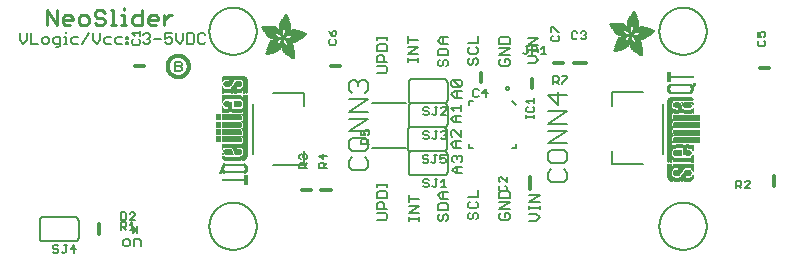
<source format=gbr>
G04 EAGLE Gerber RS-274X export*
G75*
%MOMM*%
%FSLAX34Y34*%
%LPD*%
%INSilkscreen Top*%
%IPPOS*%
%AMOC8*
5,1,8,0,0,1.08239X$1,22.5*%
G01*
%ADD10C,0.152400*%
%ADD11C,0.127000*%
%ADD12C,0.228600*%
%ADD13C,0.304800*%
%ADD14C,0.203200*%
%ADD15R,0.022863X0.462278*%
%ADD16R,0.022863X0.462281*%
%ADD17R,0.022863X0.436881*%
%ADD18R,0.023113X0.462278*%
%ADD19R,0.023113X0.462281*%
%ADD20R,0.023113X0.436881*%
%ADD21R,0.023116X0.462278*%
%ADD22R,0.023116X0.462281*%
%ADD23R,0.023116X0.436881*%
%ADD24R,0.023113X0.022863*%
%ADD25R,0.023116X0.091441*%
%ADD26R,0.023113X0.139700*%
%ADD27R,0.023116X0.185419*%
%ADD28R,0.023113X0.254000*%
%ADD29R,0.023113X0.299719*%
%ADD30R,0.023116X0.345438*%
%ADD31R,0.023113X0.391159*%
%ADD32R,0.023116X0.393700*%
%ADD33R,0.022863X0.325119*%
%ADD34R,0.022863X0.599438*%
%ADD35R,0.022863X0.622300*%
%ADD36R,0.022863X0.530859*%
%ADD37R,0.022863X0.439422*%
%ADD38R,0.022863X0.231138*%
%ADD39R,0.022863X0.071119*%
%ADD40R,0.022863X0.533400*%
%ADD41R,0.022863X0.208281*%
%ADD42R,0.023113X0.345441*%
%ADD43R,0.023113X0.576578*%
%ADD44R,0.023113X0.599438*%
%ADD45R,0.023113X0.508000*%
%ADD46R,0.023113X0.416563*%
%ADD47R,0.023113X0.208278*%
%ADD48R,0.023113X0.553722*%
%ADD49R,0.023113X0.208281*%
%ADD50R,0.023116X0.345441*%
%ADD51R,0.023116X0.530859*%
%ADD52R,0.023116X0.370841*%
%ADD53R,0.023116X0.162559*%
%ADD54R,0.023116X0.576581*%
%ADD55R,0.023116X0.208281*%
%ADD56R,0.023113X0.322578*%
%ADD57R,0.023113X0.485137*%
%ADD58R,0.023113X0.416559*%
%ADD59R,0.023113X0.347981*%
%ADD60R,0.023113X0.116838*%
%ADD61R,0.023113X0.647700*%
%ADD62R,0.023116X0.322581*%
%ADD63R,0.023116X0.485137*%
%ADD64R,0.023116X0.093978*%
%ADD65R,0.023116X0.231141*%
%ADD66R,0.023116X0.693419*%
%ADD67R,0.023113X0.322581*%
%ADD68R,0.023113X0.439419*%
%ADD69R,0.023113X0.370841*%
%ADD70R,0.023113X0.299722*%
%ADD71R,0.023113X0.045719*%
%ADD72R,0.023113X0.739138*%
%ADD73R,0.023113X0.414019*%
%ADD74R,0.023113X0.347978*%
%ADD75R,0.023113X0.762000*%
%ADD76R,0.023116X0.414019*%
%ADD77R,0.023116X0.182881*%
%ADD78R,0.023116X0.347978*%
%ADD79R,0.023116X0.276863*%
%ADD80R,0.023116X0.116841*%
%ADD81R,0.023116X0.276859*%
%ADD82R,0.023116X0.784863*%
%ADD83R,0.023113X0.325119*%
%ADD84R,0.023113X0.276863*%
%ADD85R,0.023113X0.276859*%
%ADD86R,0.023116X0.325119*%
%ADD87R,0.023116X0.391159*%
%ADD88R,0.023116X0.302259*%
%ADD89R,0.023116X0.254000*%
%ADD90R,0.023113X0.302259*%
%ADD91R,0.023113X0.393700*%
%ADD92R,0.023113X0.231141*%
%ADD93R,0.022863X0.302259*%
%ADD94R,0.022863X0.439419*%
%ADD95R,0.022863X0.368300*%
%ADD96R,0.022863X0.391159*%
%ADD97R,0.022863X0.416559*%
%ADD98R,0.022863X0.276863*%
%ADD99R,0.022863X0.205741*%
%ADD100R,0.023113X0.368300*%
%ADD101R,0.023113X0.205741*%
%ADD102R,0.023116X0.368300*%
%ADD103R,0.023116X0.205741*%
%ADD104R,0.023113X0.182881*%
%ADD105R,0.022863X0.276859*%
%ADD106R,0.022863X0.182881*%
%ADD107R,0.023113X0.924559*%
%ADD108R,0.023116X0.924559*%
%ADD109R,0.023113X0.901700*%
%ADD110R,0.023116X0.901700*%
%ADD111R,0.023113X0.878841*%
%ADD112R,0.023116X0.855981*%
%ADD113R,0.023113X0.833119*%
%ADD114R,0.022863X0.787400*%
%ADD115R,0.022863X0.414019*%
%ADD116R,0.022863X0.924559*%
%ADD117R,0.023113X0.739141*%
%ADD118R,0.023116X0.716281*%
%ADD119R,0.023116X0.299722*%
%ADD120R,0.023113X0.670559*%
%ADD121R,0.023116X0.647700*%
%ADD122R,0.023116X0.508000*%
%ADD123R,0.023116X0.299719*%
%ADD124R,0.023113X0.601981*%
%ADD125R,0.023113X0.530859*%
%ADD126R,0.023113X0.231138*%
%ADD127R,0.023113X0.556259*%
%ADD128R,0.023113X0.185419*%
%ADD129R,0.023116X0.533400*%
%ADD130R,0.023116X0.599438*%
%ADD131R,0.023116X0.416563*%
%ADD132R,0.023116X0.116838*%
%ADD133R,0.023113X0.485141*%
%ADD134R,0.023113X0.645159*%
%ADD135R,0.023113X0.716278*%
%ADD136R,0.022863X0.393700*%
%ADD137R,0.022863X0.762000*%
%ADD138R,0.022863X0.624841*%
%ADD139R,0.023113X0.784859*%
%ADD140R,0.023113X0.693422*%
%ADD141R,0.023116X0.830578*%
%ADD142R,0.023116X0.739141*%
%ADD143R,0.023113X0.876300*%
%ADD144R,0.023113X0.807722*%
%ADD145R,0.023116X0.899159*%
%ADD146R,0.023116X0.878841*%
%ADD147R,0.023113X0.922019*%
%ADD148R,0.023113X0.947419*%
%ADD149R,0.023116X0.970278*%
%ADD150R,0.023113X0.970278*%
%ADD151R,0.023116X0.439419*%
%ADD152R,0.022863X0.299722*%
%ADD153R,0.023116X0.416559*%
%ADD154R,0.023116X0.347981*%
%ADD155R,0.023113X0.137159*%
%ADD156R,0.023113X0.093978*%
%ADD157R,0.023113X0.091441*%
%ADD158R,0.023113X0.093981*%
%ADD159R,0.023113X0.114300*%
%ADD160R,0.023116X0.045719*%
%ADD161R,0.023116X0.045722*%
%ADD162R,0.023113X0.071119*%
%ADD163R,0.023113X0.116841*%
%ADD164R,0.023116X0.139700*%
%ADD165R,0.022863X0.322581*%
%ADD166R,0.022863X0.345441*%
%ADD167R,0.022863X0.162559*%
%ADD168R,0.022863X0.576581*%
%ADD169R,0.023113X0.668019*%
%ADD170R,0.023113X0.533400*%
%ADD171R,0.023116X1.455419*%
%ADD172R,0.023116X5.519419*%
%ADD173R,0.023113X1.455419*%
%ADD174R,0.023113X5.519419*%
%ADD175R,0.023116X5.494019*%
%ADD176R,0.023113X1.430019*%
%ADD177R,0.023113X5.494019*%
%ADD178R,0.023116X1.430019*%
%ADD179R,0.023116X5.471159*%
%ADD180R,0.023116X0.762000*%
%ADD181R,0.023113X1.407159*%
%ADD182R,0.023113X5.471159*%
%ADD183R,0.022863X1.384300*%
%ADD184R,0.022863X5.448300*%
%ADD185R,0.022863X0.716278*%
%ADD186R,0.022863X0.878841*%
%ADD187R,0.023113X1.361438*%
%ADD188R,0.023113X5.425438*%
%ADD189R,0.023116X1.338578*%
%ADD190R,0.023116X5.402578*%
%ADD191R,0.023116X0.624841*%
%ADD192R,0.023113X1.292859*%
%ADD193R,0.023113X5.356859*%
%ADD194R,0.023116X1.224278*%
%ADD195R,0.023116X5.288278*%
%ADD196R,0.127000X0.762000*%
%ADD197R,0.050800X0.006300*%
%ADD198R,0.082600X0.006400*%
%ADD199R,0.120600X0.006300*%
%ADD200R,0.139700X0.006400*%
%ADD201R,0.158800X0.006300*%
%ADD202R,0.177800X0.006400*%
%ADD203R,0.196800X0.006300*%
%ADD204R,0.215900X0.006400*%
%ADD205R,0.228600X0.006300*%
%ADD206R,0.241300X0.006400*%
%ADD207R,0.254000X0.006300*%
%ADD208R,0.266700X0.006400*%
%ADD209R,0.279400X0.006300*%
%ADD210R,0.285700X0.006400*%
%ADD211R,0.298400X0.006300*%
%ADD212R,0.311200X0.006400*%
%ADD213R,0.317500X0.006300*%
%ADD214R,0.330200X0.006400*%
%ADD215R,0.336600X0.006300*%
%ADD216R,0.349200X0.006400*%
%ADD217R,0.361900X0.006300*%
%ADD218R,0.368300X0.006400*%
%ADD219R,0.381000X0.006300*%
%ADD220R,0.387300X0.006400*%
%ADD221R,0.393700X0.006300*%
%ADD222R,0.406400X0.006400*%
%ADD223R,0.412700X0.006300*%
%ADD224R,0.419100X0.006400*%
%ADD225R,0.431800X0.006300*%
%ADD226R,0.438100X0.006400*%
%ADD227R,0.450800X0.006300*%
%ADD228R,0.457200X0.006400*%
%ADD229R,0.463500X0.006300*%
%ADD230R,0.476200X0.006400*%
%ADD231R,0.482600X0.006300*%
%ADD232R,0.488900X0.006400*%
%ADD233R,0.501600X0.006300*%
%ADD234R,0.508000X0.006400*%
%ADD235R,0.514300X0.006300*%
%ADD236R,0.527000X0.006400*%
%ADD237R,0.533400X0.006300*%
%ADD238R,0.546100X0.006400*%
%ADD239R,0.552400X0.006300*%
%ADD240R,0.558800X0.006400*%
%ADD241R,0.571500X0.006300*%
%ADD242R,0.577800X0.006400*%
%ADD243R,0.584200X0.006300*%
%ADD244R,0.596900X0.006400*%
%ADD245R,0.603200X0.006300*%
%ADD246R,0.609600X0.006400*%
%ADD247R,0.622300X0.006300*%
%ADD248R,0.628600X0.006400*%
%ADD249R,0.641300X0.006300*%
%ADD250R,0.647700X0.006400*%
%ADD251R,0.063500X0.006300*%
%ADD252R,0.654000X0.006300*%
%ADD253R,0.101600X0.006400*%
%ADD254R,0.666700X0.006400*%
%ADD255R,0.139700X0.006300*%
%ADD256R,0.673100X0.006300*%
%ADD257R,0.165100X0.006400*%
%ADD258R,0.679400X0.006400*%
%ADD259R,0.196900X0.006300*%
%ADD260R,0.692100X0.006300*%
%ADD261R,0.222200X0.006400*%
%ADD262R,0.698500X0.006400*%
%ADD263R,0.247700X0.006300*%
%ADD264R,0.704800X0.006300*%
%ADD265R,0.279400X0.006400*%
%ADD266R,0.717500X0.006400*%
%ADD267R,0.298500X0.006300*%
%ADD268R,0.723900X0.006300*%
%ADD269R,0.736600X0.006400*%
%ADD270R,0.342900X0.006300*%
%ADD271R,0.742900X0.006300*%
%ADD272R,0.374700X0.006400*%
%ADD273R,0.749300X0.006400*%
%ADD274R,0.762000X0.006300*%
%ADD275R,0.412700X0.006400*%
%ADD276R,0.768300X0.006400*%
%ADD277R,0.438100X0.006300*%
%ADD278R,0.774700X0.006300*%
%ADD279R,0.463600X0.006400*%
%ADD280R,0.787400X0.006400*%
%ADD281R,0.793700X0.006300*%
%ADD282R,0.495300X0.006400*%
%ADD283R,0.800100X0.006400*%
%ADD284R,0.520700X0.006300*%
%ADD285R,0.812800X0.006300*%
%ADD286R,0.533400X0.006400*%
%ADD287R,0.819100X0.006400*%
%ADD288R,0.558800X0.006300*%
%ADD289R,0.825500X0.006300*%
%ADD290R,0.577900X0.006400*%
%ADD291R,0.831800X0.006400*%
%ADD292R,0.596900X0.006300*%
%ADD293R,0.844500X0.006300*%
%ADD294R,0.616000X0.006400*%
%ADD295R,0.850900X0.006400*%
%ADD296R,0.635000X0.006300*%
%ADD297R,0.857200X0.006300*%
%ADD298R,0.654100X0.006400*%
%ADD299R,0.863600X0.006400*%
%ADD300R,0.666700X0.006300*%
%ADD301R,0.869900X0.006300*%
%ADD302R,0.685800X0.006400*%
%ADD303R,0.876300X0.006400*%
%ADD304R,0.882600X0.006300*%
%ADD305R,0.723900X0.006400*%
%ADD306R,0.889000X0.006400*%
%ADD307R,0.895300X0.006300*%
%ADD308R,0.755700X0.006400*%
%ADD309R,0.901700X0.006400*%
%ADD310R,0.908000X0.006300*%
%ADD311R,0.793800X0.006400*%
%ADD312R,0.914400X0.006400*%
%ADD313R,0.806400X0.006300*%
%ADD314R,0.920700X0.006300*%
%ADD315R,0.825500X0.006400*%
%ADD316R,0.927100X0.006400*%
%ADD317R,0.933400X0.006300*%
%ADD318R,0.857300X0.006400*%
%ADD319R,0.939800X0.006400*%
%ADD320R,0.870000X0.006300*%
%ADD321R,0.939800X0.006300*%
%ADD322R,0.946100X0.006400*%
%ADD323R,0.952500X0.006300*%
%ADD324R,0.908000X0.006400*%
%ADD325R,0.958800X0.006400*%
%ADD326R,0.965200X0.006300*%
%ADD327R,0.965200X0.006400*%
%ADD328R,0.971500X0.006300*%
%ADD329R,0.952500X0.006400*%
%ADD330R,0.977900X0.006400*%
%ADD331R,0.958800X0.006300*%
%ADD332R,0.984200X0.006300*%
%ADD333R,0.971500X0.006400*%
%ADD334R,0.984200X0.006400*%
%ADD335R,0.990600X0.006300*%
%ADD336R,0.984300X0.006400*%
%ADD337R,0.996900X0.006400*%
%ADD338R,0.997000X0.006300*%
%ADD339R,0.996900X0.006300*%
%ADD340R,1.003300X0.006400*%
%ADD341R,1.016000X0.006300*%
%ADD342R,1.009600X0.006300*%
%ADD343R,1.016000X0.006400*%
%ADD344R,1.009600X0.006400*%
%ADD345R,1.022300X0.006300*%
%ADD346R,1.028700X0.006400*%
%ADD347R,1.035100X0.006300*%
%ADD348R,1.047800X0.006400*%
%ADD349R,1.054100X0.006300*%
%ADD350R,1.028700X0.006300*%
%ADD351R,1.054100X0.006400*%
%ADD352R,1.035000X0.006400*%
%ADD353R,1.060400X0.006300*%
%ADD354R,1.035000X0.006300*%
%ADD355R,1.060500X0.006400*%
%ADD356R,1.041400X0.006400*%
%ADD357R,1.066800X0.006300*%
%ADD358R,1.041400X0.006300*%
%ADD359R,1.079500X0.006400*%
%ADD360R,1.047700X0.006400*%
%ADD361R,1.085900X0.006300*%
%ADD362R,1.047700X0.006300*%
%ADD363R,1.085800X0.006400*%
%ADD364R,1.092200X0.006300*%
%ADD365R,1.085900X0.006400*%
%ADD366R,1.098600X0.006300*%
%ADD367R,1.098600X0.006400*%
%ADD368R,1.060400X0.006400*%
%ADD369R,1.104900X0.006300*%
%ADD370R,1.104900X0.006400*%
%ADD371R,1.066800X0.006400*%
%ADD372R,1.111200X0.006300*%
%ADD373R,1.117600X0.006400*%
%ADD374R,1.117600X0.006300*%
%ADD375R,1.073100X0.006300*%
%ADD376R,1.073100X0.006400*%
%ADD377R,1.124000X0.006300*%
%ADD378R,1.079500X0.006300*%
%ADD379R,1.123900X0.006400*%
%ADD380R,1.130300X0.006300*%
%ADD381R,1.130300X0.006400*%
%ADD382R,1.136700X0.006400*%
%ADD383R,1.136700X0.006300*%
%ADD384R,1.085800X0.006300*%
%ADD385R,1.136600X0.006400*%
%ADD386R,1.136600X0.006300*%
%ADD387R,1.143000X0.006400*%
%ADD388R,1.143000X0.006300*%
%ADD389R,1.149400X0.006300*%
%ADD390R,1.149300X0.006300*%
%ADD391R,1.149300X0.006400*%
%ADD392R,1.149400X0.006400*%
%ADD393R,1.155700X0.006400*%
%ADD394R,1.155700X0.006300*%
%ADD395R,1.060500X0.006300*%
%ADD396R,2.197100X0.006400*%
%ADD397R,2.197100X0.006300*%
%ADD398R,2.184400X0.006300*%
%ADD399R,2.184400X0.006400*%
%ADD400R,2.171700X0.006400*%
%ADD401R,2.171700X0.006300*%
%ADD402R,1.530300X0.006400*%
%ADD403R,1.505000X0.006300*%
%ADD404R,1.492300X0.006400*%
%ADD405R,1.485900X0.006300*%
%ADD406R,0.565200X0.006300*%
%ADD407R,1.473200X0.006400*%
%ADD408R,0.565200X0.006400*%
%ADD409R,1.460500X0.006300*%
%ADD410R,1.454100X0.006400*%
%ADD411R,0.552400X0.006400*%
%ADD412R,1.441500X0.006300*%
%ADD413R,0.546100X0.006300*%
%ADD414R,1.435100X0.006400*%
%ADD415R,0.539800X0.006400*%
%ADD416R,1.428800X0.006300*%
%ADD417R,1.422400X0.006400*%
%ADD418R,1.409700X0.006300*%
%ADD419R,0.527100X0.006300*%
%ADD420R,1.403300X0.006400*%
%ADD421R,0.527100X0.006400*%
%ADD422R,1.390700X0.006300*%
%ADD423R,1.384300X0.006400*%
%ADD424R,0.520700X0.006400*%
%ADD425R,1.384300X0.006300*%
%ADD426R,0.514400X0.006300*%
%ADD427R,1.371600X0.006400*%
%ADD428R,1.365200X0.006300*%
%ADD429R,0.508000X0.006300*%
%ADD430R,1.352600X0.006400*%
%ADD431R,0.501700X0.006400*%
%ADD432R,0.711200X0.006300*%
%ADD433R,0.603300X0.006300*%
%ADD434R,0.501700X0.006300*%
%ADD435R,0.692100X0.006400*%
%ADD436R,0.571500X0.006400*%
%ADD437R,0.679400X0.006300*%
%ADD438R,0.495300X0.006300*%
%ADD439R,0.673100X0.006400*%
%ADD440R,0.666800X0.006300*%
%ADD441R,0.488900X0.006300*%
%ADD442R,0.660400X0.006400*%
%ADD443R,0.482600X0.006400*%
%ADD444R,0.476200X0.006300*%
%ADD445R,0.654000X0.006400*%
%ADD446R,0.469900X0.006400*%
%ADD447R,0.476300X0.006400*%
%ADD448R,0.647700X0.006300*%
%ADD449R,0.457200X0.006300*%
%ADD450R,0.469900X0.006300*%
%ADD451R,0.641300X0.006400*%
%ADD452R,0.444500X0.006400*%
%ADD453R,0.463600X0.006300*%
%ADD454R,0.635000X0.006400*%
%ADD455R,0.463500X0.006400*%
%ADD456R,0.393700X0.006400*%
%ADD457R,0.450800X0.006400*%
%ADD458R,0.628600X0.006300*%
%ADD459R,0.387400X0.006300*%
%ADD460R,0.450900X0.006300*%
%ADD461R,0.628700X0.006400*%
%ADD462R,0.374600X0.006400*%
%ADD463R,0.368300X0.006300*%
%ADD464R,0.438200X0.006300*%
%ADD465R,0.622300X0.006400*%
%ADD466R,0.355600X0.006400*%
%ADD467R,0.431800X0.006400*%
%ADD468R,0.349300X0.006300*%
%ADD469R,0.425400X0.006300*%
%ADD470R,0.615900X0.006300*%
%ADD471R,0.330200X0.006300*%
%ADD472R,0.419100X0.006300*%
%ADD473R,0.616000X0.006300*%
%ADD474R,0.311200X0.006300*%
%ADD475R,0.406400X0.006300*%
%ADD476R,0.615900X0.006400*%
%ADD477R,0.304800X0.006400*%
%ADD478R,0.158800X0.006400*%
%ADD479R,0.609600X0.006300*%
%ADD480R,0.292100X0.006300*%
%ADD481R,0.235000X0.006300*%
%ADD482R,0.387400X0.006400*%
%ADD483R,0.292100X0.006400*%
%ADD484R,0.336500X0.006300*%
%ADD485R,0.260400X0.006300*%
%ADD486R,0.603300X0.006400*%
%ADD487R,0.260400X0.006400*%
%ADD488R,0.362000X0.006400*%
%ADD489R,0.450900X0.006400*%
%ADD490R,0.355600X0.006300*%
%ADD491R,0.342900X0.006400*%
%ADD492R,0.514300X0.006400*%
%ADD493R,0.234900X0.006300*%
%ADD494R,0.539700X0.006300*%
%ADD495R,0.603200X0.006400*%
%ADD496R,0.234900X0.006400*%
%ADD497R,0.920700X0.006400*%
%ADD498R,0.958900X0.006400*%
%ADD499R,0.215900X0.006300*%
%ADD500R,0.209600X0.006400*%
%ADD501R,0.203200X0.006300*%
%ADD502R,1.003300X0.006300*%
%ADD503R,0.203200X0.006400*%
%ADD504R,0.196900X0.006400*%
%ADD505R,0.190500X0.006300*%
%ADD506R,0.190500X0.006400*%
%ADD507R,0.184200X0.006300*%
%ADD508R,0.590500X0.006400*%
%ADD509R,0.184200X0.006400*%
%ADD510R,0.590500X0.006300*%
%ADD511R,0.177800X0.006300*%
%ADD512R,0.584200X0.006400*%
%ADD513R,1.168400X0.006400*%
%ADD514R,0.171500X0.006300*%
%ADD515R,1.187500X0.006300*%
%ADD516R,1.200100X0.006400*%
%ADD517R,0.577800X0.006300*%
%ADD518R,1.212900X0.006300*%
%ADD519R,1.231900X0.006400*%
%ADD520R,1.250900X0.006300*%
%ADD521R,0.565100X0.006400*%
%ADD522R,0.184100X0.006400*%
%ADD523R,1.263700X0.006400*%
%ADD524R,0.565100X0.006300*%
%ADD525R,1.289100X0.006300*%
%ADD526R,1.314400X0.006400*%
%ADD527R,0.552500X0.006300*%
%ADD528R,1.568500X0.006300*%
%ADD529R,0.552500X0.006400*%
%ADD530R,1.581200X0.006400*%
%ADD531R,1.593800X0.006300*%
%ADD532R,1.606500X0.006400*%
%ADD533R,1.619300X0.006300*%
%ADD534R,0.514400X0.006400*%
%ADD535R,1.638300X0.006400*%
%ADD536R,1.657300X0.006300*%
%ADD537R,2.209800X0.006400*%
%ADD538R,2.425700X0.006300*%
%ADD539R,2.470100X0.006400*%
%ADD540R,2.501900X0.006300*%
%ADD541R,2.533700X0.006400*%
%ADD542R,2.559000X0.006300*%
%ADD543R,2.584500X0.006400*%
%ADD544R,2.609900X0.006300*%
%ADD545R,2.628900X0.006400*%
%ADD546R,2.660600X0.006300*%
%ADD547R,2.673400X0.006400*%
%ADD548R,1.422400X0.006300*%
%ADD549R,1.200200X0.006300*%
%ADD550R,1.365300X0.006300*%
%ADD551R,1.365300X0.006400*%
%ADD552R,1.352500X0.006300*%
%ADD553R,1.098500X0.006300*%
%ADD554R,1.358900X0.006400*%
%ADD555R,1.352600X0.006300*%
%ADD556R,1.358900X0.006300*%
%ADD557R,1.371600X0.006300*%
%ADD558R,1.377900X0.006400*%
%ADD559R,1.397000X0.006400*%
%ADD560R,1.403300X0.006300*%
%ADD561R,0.914400X0.006300*%
%ADD562R,0.876300X0.006300*%
%ADD563R,0.374600X0.006300*%
%ADD564R,1.073200X0.006400*%
%ADD565R,0.374700X0.006300*%
%ADD566R,0.844600X0.006400*%
%ADD567R,0.844600X0.006300*%
%ADD568R,0.831900X0.006400*%
%ADD569R,1.092200X0.006400*%
%ADD570R,0.400000X0.006300*%
%ADD571R,0.819200X0.006400*%
%ADD572R,1.111300X0.006400*%
%ADD573R,0.812800X0.006400*%
%ADD574R,0.800100X0.006300*%
%ADD575R,0.476300X0.006300*%
%ADD576R,1.181100X0.006300*%
%ADD577R,0.501600X0.006400*%
%ADD578R,1.193800X0.006400*%
%ADD579R,0.781000X0.006400*%
%ADD580R,1.238200X0.006400*%
%ADD581R,0.781100X0.006300*%
%ADD582R,1.257300X0.006300*%
%ADD583R,1.295400X0.006400*%
%ADD584R,1.333500X0.006300*%
%ADD585R,0.774700X0.006400*%
%ADD586R,1.866900X0.006400*%
%ADD587R,0.209600X0.006300*%
%ADD588R,1.866900X0.006300*%
%ADD589R,0.768400X0.006400*%
%ADD590R,0.209500X0.006400*%
%ADD591R,1.860600X0.006400*%
%ADD592R,0.762000X0.006400*%
%ADD593R,0.768400X0.006300*%
%ADD594R,1.860600X0.006300*%
%ADD595R,1.860500X0.006400*%
%ADD596R,0.222300X0.006300*%
%ADD597R,1.854200X0.006300*%
%ADD598R,0.235000X0.006400*%
%ADD599R,1.854200X0.006400*%
%ADD600R,0.768300X0.006300*%
%ADD601R,0.260300X0.006400*%
%ADD602R,1.847800X0.006400*%
%ADD603R,0.266700X0.006300*%
%ADD604R,1.847800X0.006300*%
%ADD605R,0.273100X0.006400*%
%ADD606R,1.841500X0.006400*%
%ADD607R,0.285800X0.006300*%
%ADD608R,1.841500X0.006300*%
%ADD609R,0.298500X0.006400*%
%ADD610R,1.835100X0.006400*%
%ADD611R,0.781000X0.006300*%
%ADD612R,0.304800X0.006300*%
%ADD613R,1.835100X0.006300*%
%ADD614R,0.317500X0.006400*%
%ADD615R,1.828800X0.006400*%
%ADD616R,0.787400X0.006300*%
%ADD617R,0.323800X0.006300*%
%ADD618R,1.828800X0.006300*%
%ADD619R,0.793700X0.006400*%
%ADD620R,1.822400X0.006400*%
%ADD621R,0.806500X0.006300*%
%ADD622R,1.822400X0.006300*%
%ADD623R,1.816100X0.006400*%
%ADD624R,0.819100X0.006300*%
%ADD625R,0.387300X0.006300*%
%ADD626R,1.816100X0.006300*%
%ADD627R,1.809800X0.006400*%
%ADD628R,1.803400X0.006300*%
%ADD629R,1.797000X0.006400*%
%ADD630R,0.901700X0.006300*%
%ADD631R,1.797000X0.006300*%
%ADD632R,1.441400X0.006400*%
%ADD633R,1.790700X0.006400*%
%ADD634R,1.447800X0.006300*%
%ADD635R,1.784300X0.006300*%
%ADD636R,1.447800X0.006400*%
%ADD637R,1.784300X0.006400*%
%ADD638R,1.454100X0.006300*%
%ADD639R,1.771700X0.006300*%
%ADD640R,1.460500X0.006400*%
%ADD641R,1.759000X0.006400*%
%ADD642R,1.466800X0.006300*%
%ADD643R,1.752600X0.006300*%
%ADD644R,1.466800X0.006400*%
%ADD645R,1.739900X0.006400*%
%ADD646R,1.473200X0.006300*%
%ADD647R,1.727200X0.006300*%
%ADD648R,1.479500X0.006400*%
%ADD649R,1.714500X0.006400*%
%ADD650R,1.695400X0.006300*%
%ADD651R,1.485900X0.006400*%
%ADD652R,1.682700X0.006400*%
%ADD653R,1.492200X0.006300*%
%ADD654R,1.663700X0.006300*%
%ADD655R,1.498600X0.006400*%
%ADD656R,1.644600X0.006400*%
%ADD657R,1.498600X0.006300*%
%ADD658R,1.619200X0.006300*%
%ADD659R,1.511300X0.006400*%
%ADD660R,1.600200X0.006400*%
%ADD661R,1.517700X0.006300*%
%ADD662R,1.574800X0.006300*%
%ADD663R,1.524000X0.006400*%
%ADD664R,1.555800X0.006400*%
%ADD665R,1.524000X0.006300*%
%ADD666R,1.536700X0.006300*%
%ADD667R,1.530400X0.006400*%
%ADD668R,1.517700X0.006400*%
%ADD669R,1.492300X0.006300*%
%ADD670R,1.549400X0.006400*%
%ADD671R,1.479600X0.006400*%
%ADD672R,1.549400X0.006300*%
%ADD673R,1.555700X0.006400*%
%ADD674R,1.562100X0.006300*%
%ADD675R,0.323900X0.006300*%
%ADD676R,1.568400X0.006400*%
%ADD677R,0.336600X0.006400*%
%ADD678R,1.587500X0.006300*%
%ADD679R,0.971600X0.006300*%
%ADD680R,0.349300X0.006400*%
%ADD681R,1.600200X0.006300*%
%ADD682R,0.920800X0.006300*%
%ADD683R,0.882700X0.006400*%
%ADD684R,1.612900X0.006300*%
%ADD685R,0.362000X0.006300*%
%ADD686R,1.625600X0.006400*%
%ADD687R,1.625600X0.006300*%
%ADD688R,1.644600X0.006300*%
%ADD689R,0.736600X0.006300*%
%ADD690R,0.717600X0.006400*%
%ADD691R,1.657400X0.006300*%
%ADD692R,0.679500X0.006300*%
%ADD693R,1.663700X0.006400*%
%ADD694R,0.400000X0.006400*%
%ADD695R,1.676400X0.006300*%
%ADD696R,1.676400X0.006400*%
%ADD697R,0.425500X0.006400*%
%ADD698R,1.352500X0.006400*%
%ADD699R,0.444500X0.006300*%
%ADD700R,0.361900X0.006400*%
%ADD701R,0.088900X0.006300*%
%ADD702R,1.009700X0.006300*%
%ADD703R,1.009700X0.006400*%
%ADD704R,1.022300X0.006400*%
%ADD705R,1.346200X0.006400*%
%ADD706R,1.346200X0.006300*%
%ADD707R,1.339900X0.006400*%
%ADD708R,1.035100X0.006400*%
%ADD709R,1.339800X0.006300*%
%ADD710R,1.333500X0.006400*%
%ADD711R,1.327200X0.006400*%
%ADD712R,1.320800X0.006300*%
%ADD713R,1.314500X0.006400*%
%ADD714R,1.314400X0.006300*%
%ADD715R,1.301700X0.006400*%
%ADD716R,1.295400X0.006300*%
%ADD717R,1.289000X0.006400*%
%ADD718R,1.276300X0.006300*%
%ADD719R,1.251000X0.006300*%
%ADD720R,1.244600X0.006400*%
%ADD721R,1.231900X0.006300*%
%ADD722R,1.212800X0.006400*%
%ADD723R,1.200100X0.006300*%
%ADD724R,1.187400X0.006400*%
%ADD725R,1.168400X0.006300*%
%ADD726R,1.047800X0.006300*%
%ADD727R,0.977900X0.006300*%
%ADD728R,0.946200X0.006400*%
%ADD729R,0.933400X0.006400*%
%ADD730R,0.895300X0.006400*%
%ADD731R,0.882700X0.006300*%
%ADD732R,0.863600X0.006300*%
%ADD733R,0.857200X0.006400*%
%ADD734R,0.850900X0.006300*%
%ADD735R,0.838200X0.006300*%
%ADD736R,0.806500X0.006400*%
%ADD737R,0.717600X0.006300*%
%ADD738R,0.711200X0.006400*%
%ADD739R,0.641400X0.006400*%
%ADD740R,0.641400X0.006300*%
%ADD741R,0.628700X0.006300*%
%ADD742R,0.590600X0.006300*%
%ADD743R,0.539700X0.006400*%
%ADD744R,0.285700X0.006300*%
%ADD745R,0.222200X0.006300*%
%ADD746R,0.171400X0.006300*%
%ADD747R,0.152400X0.006400*%
%ADD748R,0.133400X0.006300*%

G36*
X-275394Y-89019D02*
X-275394Y-89019D01*
X-275365Y-89020D01*
X-275275Y-88993D01*
X-275183Y-88973D01*
X-275158Y-88958D01*
X-275129Y-88949D01*
X-274987Y-88859D01*
X-271812Y-86319D01*
X-271743Y-86242D01*
X-271670Y-86169D01*
X-271661Y-86152D01*
X-271648Y-86137D01*
X-271606Y-86041D01*
X-271560Y-85949D01*
X-271558Y-85929D01*
X-271550Y-85911D01*
X-271541Y-85808D01*
X-271527Y-85705D01*
X-271531Y-85686D01*
X-271529Y-85666D01*
X-271554Y-85565D01*
X-271573Y-85463D01*
X-271583Y-85446D01*
X-271587Y-85427D01*
X-271643Y-85340D01*
X-271694Y-85249D01*
X-271711Y-85232D01*
X-271719Y-85219D01*
X-271744Y-85199D01*
X-271812Y-85131D01*
X-274987Y-82591D01*
X-275013Y-82576D01*
X-275035Y-82556D01*
X-275120Y-82516D01*
X-275202Y-82470D01*
X-275231Y-82464D01*
X-275258Y-82452D01*
X-275351Y-82442D01*
X-275443Y-82424D01*
X-275473Y-82428D01*
X-275502Y-82425D01*
X-275594Y-82445D01*
X-275687Y-82458D01*
X-275714Y-82471D01*
X-275743Y-82477D01*
X-275823Y-82525D01*
X-275907Y-82567D01*
X-275928Y-82588D01*
X-275954Y-82603D01*
X-276015Y-82675D01*
X-276081Y-82741D01*
X-276094Y-82767D01*
X-276114Y-82790D01*
X-276149Y-82877D01*
X-276191Y-82961D01*
X-276195Y-82991D01*
X-276206Y-83018D01*
X-276224Y-83185D01*
X-276224Y-88265D01*
X-276219Y-88294D01*
X-276222Y-88324D01*
X-276200Y-88415D01*
X-276185Y-88508D01*
X-276171Y-88534D01*
X-276164Y-88563D01*
X-276113Y-88642D01*
X-276069Y-88725D01*
X-276048Y-88746D01*
X-276032Y-88771D01*
X-275959Y-88830D01*
X-275891Y-88895D01*
X-275864Y-88907D01*
X-275841Y-88926D01*
X-275753Y-88959D01*
X-275668Y-88998D01*
X-275638Y-89001D01*
X-275611Y-89012D01*
X-275517Y-89015D01*
X-275424Y-89025D01*
X-275394Y-89019D01*
G37*
D10*
X60445Y-77752D02*
X66207Y-77752D01*
X69088Y-74870D01*
X66207Y-71989D01*
X60445Y-71989D01*
X69088Y-68396D02*
X69088Y-65515D01*
X69088Y-66956D02*
X60445Y-66956D01*
X60445Y-68396D02*
X60445Y-65515D01*
X60445Y-62160D02*
X69088Y-62160D01*
X69088Y-56397D02*
X60445Y-62160D01*
X60445Y-56397D02*
X69088Y-56397D01*
X36485Y-71644D02*
X35045Y-73084D01*
X35045Y-75965D01*
X36485Y-77406D01*
X42247Y-77406D01*
X43688Y-75965D01*
X43688Y-73084D01*
X42247Y-71644D01*
X39366Y-71644D01*
X39366Y-74525D01*
X35045Y-68051D02*
X43688Y-68051D01*
X43688Y-62288D02*
X35045Y-68051D01*
X35045Y-62288D02*
X43688Y-62288D01*
X43688Y-58695D02*
X35045Y-58695D01*
X43688Y-58695D02*
X43688Y-54374D01*
X42247Y-52933D01*
X36485Y-52933D01*
X35045Y-54374D01*
X35045Y-58695D01*
X9815Y-71009D02*
X8375Y-72449D01*
X8375Y-75330D01*
X9815Y-76771D01*
X11256Y-76771D01*
X12696Y-75330D01*
X12696Y-72449D01*
X14137Y-71009D01*
X15577Y-71009D01*
X17018Y-72449D01*
X17018Y-75330D01*
X15577Y-76771D01*
X8375Y-63094D02*
X9815Y-61653D01*
X8375Y-63094D02*
X8375Y-65975D01*
X9815Y-67416D01*
X15577Y-67416D01*
X17018Y-65975D01*
X17018Y-63094D01*
X15577Y-61653D01*
X17018Y-58060D02*
X8375Y-58060D01*
X17018Y-58060D02*
X17018Y-52298D01*
X-15585Y-72279D02*
X-17025Y-73719D01*
X-17025Y-76600D01*
X-15585Y-78041D01*
X-14144Y-78041D01*
X-12704Y-76600D01*
X-12704Y-73719D01*
X-11263Y-72279D01*
X-9823Y-72279D01*
X-8382Y-73719D01*
X-8382Y-76600D01*
X-9823Y-78041D01*
X-8382Y-68686D02*
X-17025Y-68686D01*
X-8382Y-68686D02*
X-8382Y-64364D01*
X-9823Y-62923D01*
X-15585Y-62923D01*
X-17025Y-64364D01*
X-17025Y-68686D01*
X-14144Y-59330D02*
X-8382Y-59330D01*
X-14144Y-59330D02*
X-17025Y-56449D01*
X-14144Y-53568D01*
X-8382Y-53568D01*
X-12704Y-53568D02*
X-12704Y-59330D01*
X-33147Y-74870D02*
X-33147Y-77752D01*
X-33147Y-76311D02*
X-41790Y-76311D01*
X-41790Y-77752D02*
X-41790Y-74870D01*
X-41790Y-71515D02*
X-33147Y-71515D01*
X-33147Y-65753D02*
X-41790Y-71515D01*
X-41790Y-65753D02*
X-33147Y-65753D01*
X-33147Y-59279D02*
X-41790Y-59279D01*
X-41790Y-62160D02*
X-41790Y-56397D01*
D11*
X-279396Y-99695D02*
X-282362Y-99695D01*
X-279396Y-99695D02*
X-277913Y-98212D01*
X-277913Y-95246D01*
X-279396Y-93763D01*
X-282362Y-93763D01*
X-283845Y-95246D01*
X-283845Y-98212D01*
X-282362Y-99695D01*
X-274490Y-99695D02*
X-274490Y-93763D01*
X-270041Y-93763D01*
X-268558Y-95246D01*
X-268558Y-99695D01*
D12*
X-348253Y87757D02*
X-348253Y100214D01*
X-339948Y87757D01*
X-339948Y100214D01*
X-332611Y87757D02*
X-328459Y87757D01*
X-332611Y87757D02*
X-334688Y89833D01*
X-334688Y93985D01*
X-332611Y96061D01*
X-328459Y96061D01*
X-326383Y93985D01*
X-326383Y91909D01*
X-334688Y91909D01*
X-319046Y87757D02*
X-314894Y87757D01*
X-312818Y89833D01*
X-312818Y93985D01*
X-314894Y96061D01*
X-319046Y96061D01*
X-321122Y93985D01*
X-321122Y89833D01*
X-319046Y87757D01*
X-301329Y100214D02*
X-299253Y98138D01*
X-301329Y100214D02*
X-305481Y100214D01*
X-307557Y98138D01*
X-307557Y96061D01*
X-305481Y93985D01*
X-301329Y93985D01*
X-299253Y91909D01*
X-299253Y89833D01*
X-301329Y87757D01*
X-305481Y87757D01*
X-307557Y89833D01*
X-293992Y100214D02*
X-291916Y100214D01*
X-291916Y87757D01*
X-293992Y87757D02*
X-289840Y87757D01*
X-284949Y96061D02*
X-282873Y96061D01*
X-282873Y87757D01*
X-284949Y87757D02*
X-280797Y87757D01*
X-282873Y100214D02*
X-282873Y102290D01*
X-267601Y100214D02*
X-267601Y87757D01*
X-273830Y87757D01*
X-275906Y89833D01*
X-275906Y93985D01*
X-273830Y96061D01*
X-267601Y96061D01*
X-260265Y87757D02*
X-256112Y87757D01*
X-260265Y87757D02*
X-262341Y89833D01*
X-262341Y93985D01*
X-260265Y96061D01*
X-256112Y96061D01*
X-254036Y93985D01*
X-254036Y91909D01*
X-262341Y91909D01*
X-248776Y87757D02*
X-248776Y96061D01*
X-248776Y91909D02*
X-244623Y96061D01*
X-242547Y96061D01*
D11*
X-371129Y80653D02*
X-371129Y74721D01*
X-368163Y71755D01*
X-365197Y74721D01*
X-365197Y80653D01*
X-361774Y80653D02*
X-361774Y71755D01*
X-355842Y71755D01*
X-350935Y71755D02*
X-347970Y71755D01*
X-346487Y73238D01*
X-346487Y76204D01*
X-347970Y77687D01*
X-350935Y77687D01*
X-352418Y76204D01*
X-352418Y73238D01*
X-350935Y71755D01*
X-340097Y68789D02*
X-338614Y68789D01*
X-337131Y70272D01*
X-337131Y77687D01*
X-341580Y77687D01*
X-343063Y76204D01*
X-343063Y73238D01*
X-341580Y71755D01*
X-337131Y71755D01*
X-333708Y77687D02*
X-332225Y77687D01*
X-332225Y71755D01*
X-333708Y71755D02*
X-330742Y71755D01*
X-332225Y80653D02*
X-332225Y82136D01*
X-325988Y77687D02*
X-321540Y77687D01*
X-325988Y77687D02*
X-327471Y76204D01*
X-327471Y73238D01*
X-325988Y71755D01*
X-321540Y71755D01*
X-318116Y71755D02*
X-312184Y80653D01*
X-308761Y80653D02*
X-308761Y74721D01*
X-305795Y71755D01*
X-302829Y74721D01*
X-302829Y80653D01*
X-297923Y77687D02*
X-293474Y77687D01*
X-297923Y77687D02*
X-299406Y76204D01*
X-299406Y73238D01*
X-297923Y71755D01*
X-293474Y71755D01*
X-288568Y77687D02*
X-284119Y77687D01*
X-288568Y77687D02*
X-290050Y76204D01*
X-290050Y73238D01*
X-288568Y71755D01*
X-284119Y71755D01*
X-280695Y77687D02*
X-279212Y77687D01*
X-279212Y76204D01*
X-280695Y76204D01*
X-280695Y77687D01*
X-280695Y73238D02*
X-279212Y73238D01*
X-279212Y71755D01*
X-280695Y71755D01*
X-280695Y73238D01*
X-266663Y79170D02*
X-265180Y80653D01*
X-262214Y80653D01*
X-260731Y79170D01*
X-260731Y77687D01*
X-262214Y76204D01*
X-263697Y76204D01*
X-262214Y76204D02*
X-260731Y74721D01*
X-260731Y73238D01*
X-262214Y71755D01*
X-265180Y71755D01*
X-266663Y73238D01*
X-257307Y76204D02*
X-251376Y76204D01*
X-247952Y80653D02*
X-242020Y80653D01*
X-247952Y80653D02*
X-247952Y76204D01*
X-244986Y77687D01*
X-243503Y77687D01*
X-242020Y76204D01*
X-242020Y73238D01*
X-243503Y71755D01*
X-246469Y71755D01*
X-247952Y73238D01*
X-238597Y74721D02*
X-238597Y80653D01*
X-238597Y74721D02*
X-235631Y71755D01*
X-232665Y74721D01*
X-232665Y80653D01*
X-229242Y80653D02*
X-229242Y71755D01*
X-224793Y71755D01*
X-223310Y73238D01*
X-223310Y79170D01*
X-224793Y80653D01*
X-229242Y80653D01*
X-215438Y80653D02*
X-213955Y79170D01*
X-215438Y80653D02*
X-218404Y80653D01*
X-219887Y79170D01*
X-219887Y73238D01*
X-218404Y71755D01*
X-215438Y71755D01*
X-213955Y73238D01*
D10*
X59175Y55598D02*
X64937Y55598D01*
X67818Y58480D01*
X64937Y61361D01*
X59175Y61361D01*
X67818Y64954D02*
X67818Y67835D01*
X67818Y66394D02*
X59175Y66394D01*
X59175Y64954D02*
X59175Y67835D01*
X59175Y71190D02*
X67818Y71190D01*
X67818Y76953D02*
X59175Y71190D01*
X59175Y76953D02*
X67818Y76953D01*
X-33782Y59750D02*
X-33782Y56868D01*
X-33782Y58309D02*
X-42425Y58309D01*
X-42425Y56868D02*
X-42425Y59750D01*
X-42425Y63105D02*
X-33782Y63105D01*
X-33782Y68867D02*
X-42425Y63105D01*
X-42425Y68867D02*
X-33782Y68867D01*
X-33782Y75342D02*
X-42425Y75342D01*
X-42425Y78223D02*
X-42425Y72460D01*
X-3349Y-16213D02*
X2413Y-16213D01*
X-3349Y-16213D02*
X-6230Y-13332D01*
X-3349Y-10451D01*
X2413Y-10451D01*
X-1909Y-10451D02*
X-1909Y-16213D01*
X2413Y-6858D02*
X2413Y-1096D01*
X2413Y-6858D02*
X-3349Y-1096D01*
X-4790Y-1096D01*
X-6230Y-2536D01*
X-6230Y-5417D01*
X-4790Y-6858D01*
X-3349Y5377D02*
X2413Y5377D01*
X-3349Y5377D02*
X-6230Y8258D01*
X-3349Y11139D01*
X2413Y11139D01*
X-1909Y11139D02*
X-1909Y5377D01*
X-3349Y14732D02*
X-6230Y17613D01*
X2413Y17613D01*
X2413Y14732D02*
X2413Y20494D01*
X3048Y26332D02*
X-2714Y26332D01*
X-5595Y29213D01*
X-2714Y32094D01*
X3048Y32094D01*
X-1274Y32094D02*
X-1274Y26332D01*
X1607Y35687D02*
X-4155Y35687D01*
X-5595Y37128D01*
X-5595Y40009D01*
X-4155Y41449D01*
X1607Y41449D01*
X3048Y40009D01*
X3048Y37128D01*
X1607Y35687D01*
X-4155Y41449D01*
X-2079Y-37803D02*
X3683Y-37803D01*
X-2079Y-37803D02*
X-4960Y-34922D01*
X-2079Y-32041D01*
X3683Y-32041D01*
X-639Y-32041D02*
X-639Y-37803D01*
X-3520Y-28448D02*
X-4960Y-27007D01*
X-4960Y-24126D01*
X-3520Y-22686D01*
X-2079Y-22686D01*
X-639Y-24126D01*
X-639Y-25567D01*
X-639Y-24126D02*
X802Y-22686D01*
X2242Y-22686D01*
X3683Y-24126D01*
X3683Y-27007D01*
X2242Y-28448D01*
X-61258Y-77349D02*
X-68460Y-77349D01*
X-61258Y-77349D02*
X-59817Y-75909D01*
X-59817Y-73028D01*
X-61258Y-71587D01*
X-68460Y-71587D01*
X-68460Y-67994D02*
X-59817Y-67994D01*
X-68460Y-67994D02*
X-68460Y-63672D01*
X-67020Y-62232D01*
X-64139Y-62232D01*
X-62698Y-63672D01*
X-62698Y-67994D01*
X-59817Y-58639D02*
X-68460Y-58639D01*
X-59817Y-58639D02*
X-59817Y-54317D01*
X-61258Y-52877D01*
X-67020Y-52877D01*
X-68460Y-54317D01*
X-68460Y-58639D01*
X-59817Y-49284D02*
X-59817Y-46403D01*
X-59817Y-47843D02*
X-68460Y-47843D01*
X-68460Y-46403D02*
X-68460Y-49284D01*
X-68460Y47111D02*
X-61258Y47111D01*
X-59817Y48551D01*
X-59817Y51433D01*
X-61258Y52873D01*
X-68460Y52873D01*
X-68460Y56466D02*
X-59817Y56466D01*
X-68460Y56466D02*
X-68460Y60788D01*
X-67020Y62228D01*
X-64139Y62228D01*
X-62698Y60788D01*
X-62698Y56466D01*
X-59817Y65821D02*
X-68460Y65821D01*
X-59817Y65821D02*
X-59817Y70143D01*
X-61258Y71583D01*
X-67020Y71583D01*
X-68460Y70143D01*
X-68460Y65821D01*
X-59817Y75176D02*
X-59817Y78058D01*
X-59817Y76617D02*
X-68460Y76617D01*
X-68460Y75176D02*
X-68460Y78058D01*
X35045Y57726D02*
X36485Y59166D01*
X35045Y57726D02*
X35045Y54845D01*
X36485Y53404D01*
X42247Y53404D01*
X43688Y54845D01*
X43688Y57726D01*
X42247Y59166D01*
X39366Y59166D01*
X39366Y56285D01*
X35045Y62759D02*
X43688Y62759D01*
X43688Y68522D02*
X35045Y62759D01*
X35045Y68522D02*
X43688Y68522D01*
X43688Y72115D02*
X35045Y72115D01*
X43688Y72115D02*
X43688Y76436D01*
X42247Y77877D01*
X36485Y77877D01*
X35045Y76436D01*
X35045Y72115D01*
X9815Y59801D02*
X8375Y58361D01*
X8375Y55480D01*
X9815Y54039D01*
X11256Y54039D01*
X12696Y55480D01*
X12696Y58361D01*
X14137Y59801D01*
X15577Y59801D01*
X17018Y58361D01*
X17018Y55480D01*
X15577Y54039D01*
X8375Y67716D02*
X9815Y69157D01*
X8375Y67716D02*
X8375Y64835D01*
X9815Y63394D01*
X15577Y63394D01*
X17018Y64835D01*
X17018Y67716D01*
X15577Y69157D01*
X17018Y72750D02*
X8375Y72750D01*
X17018Y72750D02*
X17018Y78512D01*
X-15585Y58531D02*
X-17025Y57091D01*
X-17025Y54210D01*
X-15585Y52769D01*
X-14144Y52769D01*
X-12704Y54210D01*
X-12704Y57091D01*
X-11263Y58531D01*
X-9823Y58531D01*
X-8382Y57091D01*
X-8382Y54210D01*
X-9823Y52769D01*
X-8382Y62124D02*
X-17025Y62124D01*
X-8382Y62124D02*
X-8382Y66446D01*
X-9823Y67887D01*
X-15585Y67887D01*
X-17025Y66446D01*
X-17025Y62124D01*
X-14144Y71480D02*
X-8382Y71480D01*
X-14144Y71480D02*
X-17025Y74361D01*
X-14144Y77242D01*
X-8382Y77242D01*
X-12704Y77242D02*
X-12704Y71480D01*
D13*
X-265875Y52705D02*
X-273875Y52705D01*
D10*
X-275977Y74552D02*
X-274875Y75653D01*
X-275977Y74552D02*
X-275977Y72349D01*
X-274875Y71247D01*
X-270469Y71247D01*
X-269367Y72349D01*
X-269367Y74552D01*
X-270469Y75653D01*
X-273773Y78731D02*
X-275977Y80934D01*
X-269367Y80934D01*
X-269367Y78731D02*
X-269367Y83138D01*
D13*
X60960Y-40640D02*
X60960Y-50800D01*
D10*
X35640Y-48172D02*
X34538Y-49273D01*
X34538Y-51476D01*
X35640Y-52578D01*
X40046Y-52578D01*
X41148Y-51476D01*
X41148Y-49273D01*
X40046Y-48172D01*
X41148Y-45094D02*
X41148Y-40687D01*
X36742Y-40687D02*
X41148Y-45094D01*
X36742Y-40687D02*
X35640Y-40687D01*
X34538Y-41789D01*
X34538Y-43992D01*
X35640Y-45094D01*
D13*
X98425Y55880D02*
X108585Y55880D01*
D10*
X101053Y81200D02*
X99952Y82302D01*
X97749Y82302D01*
X96647Y81200D01*
X96647Y76794D01*
X97749Y75692D01*
X99952Y75692D01*
X101053Y76794D01*
X104131Y81200D02*
X105233Y82302D01*
X107436Y82302D01*
X108538Y81200D01*
X108538Y80098D01*
X107436Y78997D01*
X106334Y78997D01*
X107436Y78997D02*
X108538Y77895D01*
X108538Y76794D01*
X107436Y75692D01*
X105233Y75692D01*
X104131Y76794D01*
D13*
X19685Y47180D02*
X19685Y39180D01*
D10*
X16404Y33534D02*
X17505Y32432D01*
X16404Y33534D02*
X14200Y33534D01*
X13099Y32432D01*
X13099Y28026D01*
X14200Y26924D01*
X16404Y26924D01*
X17505Y28026D01*
X23888Y26924D02*
X23888Y33534D01*
X20583Y30229D01*
X24989Y30229D01*
D14*
X170500Y82550D02*
X170506Y83041D01*
X170524Y83531D01*
X170554Y84021D01*
X170596Y84510D01*
X170650Y84998D01*
X170716Y85485D01*
X170794Y85969D01*
X170884Y86452D01*
X170986Y86932D01*
X171099Y87410D01*
X171224Y87884D01*
X171361Y88356D01*
X171509Y88824D01*
X171669Y89288D01*
X171840Y89748D01*
X172022Y90204D01*
X172216Y90655D01*
X172420Y91101D01*
X172636Y91542D01*
X172862Y91978D01*
X173098Y92408D01*
X173345Y92832D01*
X173603Y93250D01*
X173871Y93661D01*
X174148Y94066D01*
X174436Y94464D01*
X174733Y94855D01*
X175040Y95238D01*
X175356Y95613D01*
X175681Y95981D01*
X176015Y96341D01*
X176358Y96692D01*
X176709Y97035D01*
X177069Y97369D01*
X177437Y97694D01*
X177812Y98010D01*
X178195Y98317D01*
X178586Y98614D01*
X178984Y98902D01*
X179389Y99179D01*
X179800Y99447D01*
X180218Y99705D01*
X180642Y99952D01*
X181072Y100188D01*
X181508Y100414D01*
X181949Y100630D01*
X182395Y100834D01*
X182846Y101028D01*
X183302Y101210D01*
X183762Y101381D01*
X184226Y101541D01*
X184694Y101689D01*
X185166Y101826D01*
X185640Y101951D01*
X186118Y102064D01*
X186598Y102166D01*
X187081Y102256D01*
X187565Y102334D01*
X188052Y102400D01*
X188540Y102454D01*
X189029Y102496D01*
X189519Y102526D01*
X190009Y102544D01*
X190500Y102550D01*
X190991Y102544D01*
X191481Y102526D01*
X191971Y102496D01*
X192460Y102454D01*
X192948Y102400D01*
X193435Y102334D01*
X193919Y102256D01*
X194402Y102166D01*
X194882Y102064D01*
X195360Y101951D01*
X195834Y101826D01*
X196306Y101689D01*
X196774Y101541D01*
X197238Y101381D01*
X197698Y101210D01*
X198154Y101028D01*
X198605Y100834D01*
X199051Y100630D01*
X199492Y100414D01*
X199928Y100188D01*
X200358Y99952D01*
X200782Y99705D01*
X201200Y99447D01*
X201611Y99179D01*
X202016Y98902D01*
X202414Y98614D01*
X202805Y98317D01*
X203188Y98010D01*
X203563Y97694D01*
X203931Y97369D01*
X204291Y97035D01*
X204642Y96692D01*
X204985Y96341D01*
X205319Y95981D01*
X205644Y95613D01*
X205960Y95238D01*
X206267Y94855D01*
X206564Y94464D01*
X206852Y94066D01*
X207129Y93661D01*
X207397Y93250D01*
X207655Y92832D01*
X207902Y92408D01*
X208138Y91978D01*
X208364Y91542D01*
X208580Y91101D01*
X208784Y90655D01*
X208978Y90204D01*
X209160Y89748D01*
X209331Y89288D01*
X209491Y88824D01*
X209639Y88356D01*
X209776Y87884D01*
X209901Y87410D01*
X210014Y86932D01*
X210116Y86452D01*
X210206Y85969D01*
X210284Y85485D01*
X210350Y84998D01*
X210404Y84510D01*
X210446Y84021D01*
X210476Y83531D01*
X210494Y83041D01*
X210500Y82550D01*
X210494Y82059D01*
X210476Y81569D01*
X210446Y81079D01*
X210404Y80590D01*
X210350Y80102D01*
X210284Y79615D01*
X210206Y79131D01*
X210116Y78648D01*
X210014Y78168D01*
X209901Y77690D01*
X209776Y77216D01*
X209639Y76744D01*
X209491Y76276D01*
X209331Y75812D01*
X209160Y75352D01*
X208978Y74896D01*
X208784Y74445D01*
X208580Y73999D01*
X208364Y73558D01*
X208138Y73122D01*
X207902Y72692D01*
X207655Y72268D01*
X207397Y71850D01*
X207129Y71439D01*
X206852Y71034D01*
X206564Y70636D01*
X206267Y70245D01*
X205960Y69862D01*
X205644Y69487D01*
X205319Y69119D01*
X204985Y68759D01*
X204642Y68408D01*
X204291Y68065D01*
X203931Y67731D01*
X203563Y67406D01*
X203188Y67090D01*
X202805Y66783D01*
X202414Y66486D01*
X202016Y66198D01*
X201611Y65921D01*
X201200Y65653D01*
X200782Y65395D01*
X200358Y65148D01*
X199928Y64912D01*
X199492Y64686D01*
X199051Y64470D01*
X198605Y64266D01*
X198154Y64072D01*
X197698Y63890D01*
X197238Y63719D01*
X196774Y63559D01*
X196306Y63411D01*
X195834Y63274D01*
X195360Y63149D01*
X194882Y63036D01*
X194402Y62934D01*
X193919Y62844D01*
X193435Y62766D01*
X192948Y62700D01*
X192460Y62646D01*
X191971Y62604D01*
X191481Y62574D01*
X190991Y62556D01*
X190500Y62550D01*
X190009Y62556D01*
X189519Y62574D01*
X189029Y62604D01*
X188540Y62646D01*
X188052Y62700D01*
X187565Y62766D01*
X187081Y62844D01*
X186598Y62934D01*
X186118Y63036D01*
X185640Y63149D01*
X185166Y63274D01*
X184694Y63411D01*
X184226Y63559D01*
X183762Y63719D01*
X183302Y63890D01*
X182846Y64072D01*
X182395Y64266D01*
X181949Y64470D01*
X181508Y64686D01*
X181072Y64912D01*
X180642Y65148D01*
X180218Y65395D01*
X179800Y65653D01*
X179389Y65921D01*
X178984Y66198D01*
X178586Y66486D01*
X178195Y66783D01*
X177812Y67090D01*
X177437Y67406D01*
X177069Y67731D01*
X176709Y68065D01*
X176358Y68408D01*
X176015Y68759D01*
X175681Y69119D01*
X175356Y69487D01*
X175040Y69862D01*
X174733Y70245D01*
X174436Y70636D01*
X174148Y71034D01*
X173871Y71439D01*
X173603Y71850D01*
X173345Y72268D01*
X173098Y72692D01*
X172862Y73122D01*
X172636Y73558D01*
X172420Y73999D01*
X172216Y74445D01*
X172022Y74896D01*
X171840Y75352D01*
X171669Y75812D01*
X171509Y76276D01*
X171361Y76744D01*
X171224Y77216D01*
X171099Y77690D01*
X170986Y78168D01*
X170884Y78648D01*
X170794Y79131D01*
X170716Y79615D01*
X170650Y80102D01*
X170596Y80590D01*
X170554Y81079D01*
X170524Y81569D01*
X170506Y82059D01*
X170500Y82550D01*
X-210500Y82550D02*
X-210494Y83041D01*
X-210476Y83531D01*
X-210446Y84021D01*
X-210404Y84510D01*
X-210350Y84998D01*
X-210284Y85485D01*
X-210206Y85969D01*
X-210116Y86452D01*
X-210014Y86932D01*
X-209901Y87410D01*
X-209776Y87884D01*
X-209639Y88356D01*
X-209491Y88824D01*
X-209331Y89288D01*
X-209160Y89748D01*
X-208978Y90204D01*
X-208784Y90655D01*
X-208580Y91101D01*
X-208364Y91542D01*
X-208138Y91978D01*
X-207902Y92408D01*
X-207655Y92832D01*
X-207397Y93250D01*
X-207129Y93661D01*
X-206852Y94066D01*
X-206564Y94464D01*
X-206267Y94855D01*
X-205960Y95238D01*
X-205644Y95613D01*
X-205319Y95981D01*
X-204985Y96341D01*
X-204642Y96692D01*
X-204291Y97035D01*
X-203931Y97369D01*
X-203563Y97694D01*
X-203188Y98010D01*
X-202805Y98317D01*
X-202414Y98614D01*
X-202016Y98902D01*
X-201611Y99179D01*
X-201200Y99447D01*
X-200782Y99705D01*
X-200358Y99952D01*
X-199928Y100188D01*
X-199492Y100414D01*
X-199051Y100630D01*
X-198605Y100834D01*
X-198154Y101028D01*
X-197698Y101210D01*
X-197238Y101381D01*
X-196774Y101541D01*
X-196306Y101689D01*
X-195834Y101826D01*
X-195360Y101951D01*
X-194882Y102064D01*
X-194402Y102166D01*
X-193919Y102256D01*
X-193435Y102334D01*
X-192948Y102400D01*
X-192460Y102454D01*
X-191971Y102496D01*
X-191481Y102526D01*
X-190991Y102544D01*
X-190500Y102550D01*
X-190009Y102544D01*
X-189519Y102526D01*
X-189029Y102496D01*
X-188540Y102454D01*
X-188052Y102400D01*
X-187565Y102334D01*
X-187081Y102256D01*
X-186598Y102166D01*
X-186118Y102064D01*
X-185640Y101951D01*
X-185166Y101826D01*
X-184694Y101689D01*
X-184226Y101541D01*
X-183762Y101381D01*
X-183302Y101210D01*
X-182846Y101028D01*
X-182395Y100834D01*
X-181949Y100630D01*
X-181508Y100414D01*
X-181072Y100188D01*
X-180642Y99952D01*
X-180218Y99705D01*
X-179800Y99447D01*
X-179389Y99179D01*
X-178984Y98902D01*
X-178586Y98614D01*
X-178195Y98317D01*
X-177812Y98010D01*
X-177437Y97694D01*
X-177069Y97369D01*
X-176709Y97035D01*
X-176358Y96692D01*
X-176015Y96341D01*
X-175681Y95981D01*
X-175356Y95613D01*
X-175040Y95238D01*
X-174733Y94855D01*
X-174436Y94464D01*
X-174148Y94066D01*
X-173871Y93661D01*
X-173603Y93250D01*
X-173345Y92832D01*
X-173098Y92408D01*
X-172862Y91978D01*
X-172636Y91542D01*
X-172420Y91101D01*
X-172216Y90655D01*
X-172022Y90204D01*
X-171840Y89748D01*
X-171669Y89288D01*
X-171509Y88824D01*
X-171361Y88356D01*
X-171224Y87884D01*
X-171099Y87410D01*
X-170986Y86932D01*
X-170884Y86452D01*
X-170794Y85969D01*
X-170716Y85485D01*
X-170650Y84998D01*
X-170596Y84510D01*
X-170554Y84021D01*
X-170524Y83531D01*
X-170506Y83041D01*
X-170500Y82550D01*
X-170506Y82059D01*
X-170524Y81569D01*
X-170554Y81079D01*
X-170596Y80590D01*
X-170650Y80102D01*
X-170716Y79615D01*
X-170794Y79131D01*
X-170884Y78648D01*
X-170986Y78168D01*
X-171099Y77690D01*
X-171224Y77216D01*
X-171361Y76744D01*
X-171509Y76276D01*
X-171669Y75812D01*
X-171840Y75352D01*
X-172022Y74896D01*
X-172216Y74445D01*
X-172420Y73999D01*
X-172636Y73558D01*
X-172862Y73122D01*
X-173098Y72692D01*
X-173345Y72268D01*
X-173603Y71850D01*
X-173871Y71439D01*
X-174148Y71034D01*
X-174436Y70636D01*
X-174733Y70245D01*
X-175040Y69862D01*
X-175356Y69487D01*
X-175681Y69119D01*
X-176015Y68759D01*
X-176358Y68408D01*
X-176709Y68065D01*
X-177069Y67731D01*
X-177437Y67406D01*
X-177812Y67090D01*
X-178195Y66783D01*
X-178586Y66486D01*
X-178984Y66198D01*
X-179389Y65921D01*
X-179800Y65653D01*
X-180218Y65395D01*
X-180642Y65148D01*
X-181072Y64912D01*
X-181508Y64686D01*
X-181949Y64470D01*
X-182395Y64266D01*
X-182846Y64072D01*
X-183302Y63890D01*
X-183762Y63719D01*
X-184226Y63559D01*
X-184694Y63411D01*
X-185166Y63274D01*
X-185640Y63149D01*
X-186118Y63036D01*
X-186598Y62934D01*
X-187081Y62844D01*
X-187565Y62766D01*
X-188052Y62700D01*
X-188540Y62646D01*
X-189029Y62604D01*
X-189519Y62574D01*
X-190009Y62556D01*
X-190500Y62550D01*
X-190991Y62556D01*
X-191481Y62574D01*
X-191971Y62604D01*
X-192460Y62646D01*
X-192948Y62700D01*
X-193435Y62766D01*
X-193919Y62844D01*
X-194402Y62934D01*
X-194882Y63036D01*
X-195360Y63149D01*
X-195834Y63274D01*
X-196306Y63411D01*
X-196774Y63559D01*
X-197238Y63719D01*
X-197698Y63890D01*
X-198154Y64072D01*
X-198605Y64266D01*
X-199051Y64470D01*
X-199492Y64686D01*
X-199928Y64912D01*
X-200358Y65148D01*
X-200782Y65395D01*
X-201200Y65653D01*
X-201611Y65921D01*
X-202016Y66198D01*
X-202414Y66486D01*
X-202805Y66783D01*
X-203188Y67090D01*
X-203563Y67406D01*
X-203931Y67731D01*
X-204291Y68065D01*
X-204642Y68408D01*
X-204985Y68759D01*
X-205319Y69119D01*
X-205644Y69487D01*
X-205960Y69862D01*
X-206267Y70245D01*
X-206564Y70636D01*
X-206852Y71034D01*
X-207129Y71439D01*
X-207397Y71850D01*
X-207655Y72268D01*
X-207902Y72692D01*
X-208138Y73122D01*
X-208364Y73558D01*
X-208580Y73999D01*
X-208784Y74445D01*
X-208978Y74896D01*
X-209160Y75352D01*
X-209331Y75812D01*
X-209491Y76276D01*
X-209639Y76744D01*
X-209776Y77216D01*
X-209901Y77690D01*
X-210014Y78168D01*
X-210116Y78648D01*
X-210206Y79131D01*
X-210284Y79615D01*
X-210350Y80102D01*
X-210404Y80590D01*
X-210446Y81079D01*
X-210476Y81569D01*
X-210494Y82059D01*
X-210500Y82550D01*
D10*
X-156260Y30000D02*
X-130260Y30000D01*
X-130260Y19000D01*
X-130260Y-19000D02*
X-130260Y-31000D01*
X-156260Y-31000D01*
X-173260Y-21000D02*
X-173260Y21000D01*
X-92652Y-26961D02*
X-89940Y-24249D01*
X-92652Y-26961D02*
X-92652Y-32384D01*
X-89940Y-35096D01*
X-79094Y-35096D01*
X-76382Y-32384D01*
X-76382Y-26961D01*
X-79094Y-24249D01*
X-92652Y-16013D02*
X-92652Y-10589D01*
X-92652Y-16013D02*
X-89940Y-18724D01*
X-79094Y-18724D01*
X-76382Y-16013D01*
X-76382Y-10589D01*
X-79094Y-7878D01*
X-89940Y-7878D01*
X-92652Y-10589D01*
X-92652Y-2353D02*
X-76382Y-2353D01*
X-76382Y8494D02*
X-92652Y-2353D01*
X-92652Y8494D02*
X-76382Y8494D01*
X-76382Y14019D02*
X-92652Y14019D01*
X-76382Y24865D01*
X-92652Y24865D01*
X-89940Y30390D02*
X-92652Y33102D01*
X-92652Y38525D01*
X-89940Y41237D01*
X-87229Y41237D01*
X-84517Y38525D01*
X-84517Y35814D01*
X-84517Y38525D02*
X-81805Y41237D01*
X-79094Y41237D01*
X-76382Y38525D01*
X-76382Y33102D01*
X-79094Y30390D01*
X130260Y-30000D02*
X156260Y-30000D01*
X130260Y-30000D02*
X130260Y-19000D01*
X130260Y19000D02*
X130260Y31000D01*
X156260Y31000D01*
X173260Y21000D02*
X173260Y-21000D01*
X79080Y-34391D02*
X76368Y-37103D01*
X76368Y-42526D01*
X79080Y-45238D01*
X89926Y-45238D01*
X92638Y-42526D01*
X92638Y-37103D01*
X89926Y-34391D01*
X76368Y-26155D02*
X76368Y-20732D01*
X76368Y-26155D02*
X79080Y-28866D01*
X89926Y-28866D01*
X92638Y-26155D01*
X92638Y-20732D01*
X89926Y-18020D01*
X79080Y-18020D01*
X76368Y-20732D01*
X76368Y-12495D02*
X92638Y-12495D01*
X92638Y-1648D02*
X76368Y-12495D01*
X76368Y-1648D02*
X92638Y-1648D01*
X92638Y3877D02*
X76368Y3877D01*
X92638Y14723D01*
X76368Y14723D01*
X76368Y28383D02*
X92638Y28383D01*
X84503Y20248D02*
X76368Y28383D01*
X84503Y31095D02*
X84503Y20248D01*
D14*
X170500Y-82550D02*
X170506Y-82059D01*
X170524Y-81569D01*
X170554Y-81079D01*
X170596Y-80590D01*
X170650Y-80102D01*
X170716Y-79615D01*
X170794Y-79131D01*
X170884Y-78648D01*
X170986Y-78168D01*
X171099Y-77690D01*
X171224Y-77216D01*
X171361Y-76744D01*
X171509Y-76276D01*
X171669Y-75812D01*
X171840Y-75352D01*
X172022Y-74896D01*
X172216Y-74445D01*
X172420Y-73999D01*
X172636Y-73558D01*
X172862Y-73122D01*
X173098Y-72692D01*
X173345Y-72268D01*
X173603Y-71850D01*
X173871Y-71439D01*
X174148Y-71034D01*
X174436Y-70636D01*
X174733Y-70245D01*
X175040Y-69862D01*
X175356Y-69487D01*
X175681Y-69119D01*
X176015Y-68759D01*
X176358Y-68408D01*
X176709Y-68065D01*
X177069Y-67731D01*
X177437Y-67406D01*
X177812Y-67090D01*
X178195Y-66783D01*
X178586Y-66486D01*
X178984Y-66198D01*
X179389Y-65921D01*
X179800Y-65653D01*
X180218Y-65395D01*
X180642Y-65148D01*
X181072Y-64912D01*
X181508Y-64686D01*
X181949Y-64470D01*
X182395Y-64266D01*
X182846Y-64072D01*
X183302Y-63890D01*
X183762Y-63719D01*
X184226Y-63559D01*
X184694Y-63411D01*
X185166Y-63274D01*
X185640Y-63149D01*
X186118Y-63036D01*
X186598Y-62934D01*
X187081Y-62844D01*
X187565Y-62766D01*
X188052Y-62700D01*
X188540Y-62646D01*
X189029Y-62604D01*
X189519Y-62574D01*
X190009Y-62556D01*
X190500Y-62550D01*
X190991Y-62556D01*
X191481Y-62574D01*
X191971Y-62604D01*
X192460Y-62646D01*
X192948Y-62700D01*
X193435Y-62766D01*
X193919Y-62844D01*
X194402Y-62934D01*
X194882Y-63036D01*
X195360Y-63149D01*
X195834Y-63274D01*
X196306Y-63411D01*
X196774Y-63559D01*
X197238Y-63719D01*
X197698Y-63890D01*
X198154Y-64072D01*
X198605Y-64266D01*
X199051Y-64470D01*
X199492Y-64686D01*
X199928Y-64912D01*
X200358Y-65148D01*
X200782Y-65395D01*
X201200Y-65653D01*
X201611Y-65921D01*
X202016Y-66198D01*
X202414Y-66486D01*
X202805Y-66783D01*
X203188Y-67090D01*
X203563Y-67406D01*
X203931Y-67731D01*
X204291Y-68065D01*
X204642Y-68408D01*
X204985Y-68759D01*
X205319Y-69119D01*
X205644Y-69487D01*
X205960Y-69862D01*
X206267Y-70245D01*
X206564Y-70636D01*
X206852Y-71034D01*
X207129Y-71439D01*
X207397Y-71850D01*
X207655Y-72268D01*
X207902Y-72692D01*
X208138Y-73122D01*
X208364Y-73558D01*
X208580Y-73999D01*
X208784Y-74445D01*
X208978Y-74896D01*
X209160Y-75352D01*
X209331Y-75812D01*
X209491Y-76276D01*
X209639Y-76744D01*
X209776Y-77216D01*
X209901Y-77690D01*
X210014Y-78168D01*
X210116Y-78648D01*
X210206Y-79131D01*
X210284Y-79615D01*
X210350Y-80102D01*
X210404Y-80590D01*
X210446Y-81079D01*
X210476Y-81569D01*
X210494Y-82059D01*
X210500Y-82550D01*
X210494Y-83041D01*
X210476Y-83531D01*
X210446Y-84021D01*
X210404Y-84510D01*
X210350Y-84998D01*
X210284Y-85485D01*
X210206Y-85969D01*
X210116Y-86452D01*
X210014Y-86932D01*
X209901Y-87410D01*
X209776Y-87884D01*
X209639Y-88356D01*
X209491Y-88824D01*
X209331Y-89288D01*
X209160Y-89748D01*
X208978Y-90204D01*
X208784Y-90655D01*
X208580Y-91101D01*
X208364Y-91542D01*
X208138Y-91978D01*
X207902Y-92408D01*
X207655Y-92832D01*
X207397Y-93250D01*
X207129Y-93661D01*
X206852Y-94066D01*
X206564Y-94464D01*
X206267Y-94855D01*
X205960Y-95238D01*
X205644Y-95613D01*
X205319Y-95981D01*
X204985Y-96341D01*
X204642Y-96692D01*
X204291Y-97035D01*
X203931Y-97369D01*
X203563Y-97694D01*
X203188Y-98010D01*
X202805Y-98317D01*
X202414Y-98614D01*
X202016Y-98902D01*
X201611Y-99179D01*
X201200Y-99447D01*
X200782Y-99705D01*
X200358Y-99952D01*
X199928Y-100188D01*
X199492Y-100414D01*
X199051Y-100630D01*
X198605Y-100834D01*
X198154Y-101028D01*
X197698Y-101210D01*
X197238Y-101381D01*
X196774Y-101541D01*
X196306Y-101689D01*
X195834Y-101826D01*
X195360Y-101951D01*
X194882Y-102064D01*
X194402Y-102166D01*
X193919Y-102256D01*
X193435Y-102334D01*
X192948Y-102400D01*
X192460Y-102454D01*
X191971Y-102496D01*
X191481Y-102526D01*
X190991Y-102544D01*
X190500Y-102550D01*
X190009Y-102544D01*
X189519Y-102526D01*
X189029Y-102496D01*
X188540Y-102454D01*
X188052Y-102400D01*
X187565Y-102334D01*
X187081Y-102256D01*
X186598Y-102166D01*
X186118Y-102064D01*
X185640Y-101951D01*
X185166Y-101826D01*
X184694Y-101689D01*
X184226Y-101541D01*
X183762Y-101381D01*
X183302Y-101210D01*
X182846Y-101028D01*
X182395Y-100834D01*
X181949Y-100630D01*
X181508Y-100414D01*
X181072Y-100188D01*
X180642Y-99952D01*
X180218Y-99705D01*
X179800Y-99447D01*
X179389Y-99179D01*
X178984Y-98902D01*
X178586Y-98614D01*
X178195Y-98317D01*
X177812Y-98010D01*
X177437Y-97694D01*
X177069Y-97369D01*
X176709Y-97035D01*
X176358Y-96692D01*
X176015Y-96341D01*
X175681Y-95981D01*
X175356Y-95613D01*
X175040Y-95238D01*
X174733Y-94855D01*
X174436Y-94464D01*
X174148Y-94066D01*
X173871Y-93661D01*
X173603Y-93250D01*
X173345Y-92832D01*
X173098Y-92408D01*
X172862Y-91978D01*
X172636Y-91542D01*
X172420Y-91101D01*
X172216Y-90655D01*
X172022Y-90204D01*
X171840Y-89748D01*
X171669Y-89288D01*
X171509Y-88824D01*
X171361Y-88356D01*
X171224Y-87884D01*
X171099Y-87410D01*
X170986Y-86932D01*
X170884Y-86452D01*
X170794Y-85969D01*
X170716Y-85485D01*
X170650Y-84998D01*
X170596Y-84510D01*
X170554Y-84021D01*
X170524Y-83531D01*
X170506Y-83041D01*
X170500Y-82550D01*
X-210500Y-82550D02*
X-210494Y-82059D01*
X-210476Y-81569D01*
X-210446Y-81079D01*
X-210404Y-80590D01*
X-210350Y-80102D01*
X-210284Y-79615D01*
X-210206Y-79131D01*
X-210116Y-78648D01*
X-210014Y-78168D01*
X-209901Y-77690D01*
X-209776Y-77216D01*
X-209639Y-76744D01*
X-209491Y-76276D01*
X-209331Y-75812D01*
X-209160Y-75352D01*
X-208978Y-74896D01*
X-208784Y-74445D01*
X-208580Y-73999D01*
X-208364Y-73558D01*
X-208138Y-73122D01*
X-207902Y-72692D01*
X-207655Y-72268D01*
X-207397Y-71850D01*
X-207129Y-71439D01*
X-206852Y-71034D01*
X-206564Y-70636D01*
X-206267Y-70245D01*
X-205960Y-69862D01*
X-205644Y-69487D01*
X-205319Y-69119D01*
X-204985Y-68759D01*
X-204642Y-68408D01*
X-204291Y-68065D01*
X-203931Y-67731D01*
X-203563Y-67406D01*
X-203188Y-67090D01*
X-202805Y-66783D01*
X-202414Y-66486D01*
X-202016Y-66198D01*
X-201611Y-65921D01*
X-201200Y-65653D01*
X-200782Y-65395D01*
X-200358Y-65148D01*
X-199928Y-64912D01*
X-199492Y-64686D01*
X-199051Y-64470D01*
X-198605Y-64266D01*
X-198154Y-64072D01*
X-197698Y-63890D01*
X-197238Y-63719D01*
X-196774Y-63559D01*
X-196306Y-63411D01*
X-195834Y-63274D01*
X-195360Y-63149D01*
X-194882Y-63036D01*
X-194402Y-62934D01*
X-193919Y-62844D01*
X-193435Y-62766D01*
X-192948Y-62700D01*
X-192460Y-62646D01*
X-191971Y-62604D01*
X-191481Y-62574D01*
X-190991Y-62556D01*
X-190500Y-62550D01*
X-190009Y-62556D01*
X-189519Y-62574D01*
X-189029Y-62604D01*
X-188540Y-62646D01*
X-188052Y-62700D01*
X-187565Y-62766D01*
X-187081Y-62844D01*
X-186598Y-62934D01*
X-186118Y-63036D01*
X-185640Y-63149D01*
X-185166Y-63274D01*
X-184694Y-63411D01*
X-184226Y-63559D01*
X-183762Y-63719D01*
X-183302Y-63890D01*
X-182846Y-64072D01*
X-182395Y-64266D01*
X-181949Y-64470D01*
X-181508Y-64686D01*
X-181072Y-64912D01*
X-180642Y-65148D01*
X-180218Y-65395D01*
X-179800Y-65653D01*
X-179389Y-65921D01*
X-178984Y-66198D01*
X-178586Y-66486D01*
X-178195Y-66783D01*
X-177812Y-67090D01*
X-177437Y-67406D01*
X-177069Y-67731D01*
X-176709Y-68065D01*
X-176358Y-68408D01*
X-176015Y-68759D01*
X-175681Y-69119D01*
X-175356Y-69487D01*
X-175040Y-69862D01*
X-174733Y-70245D01*
X-174436Y-70636D01*
X-174148Y-71034D01*
X-173871Y-71439D01*
X-173603Y-71850D01*
X-173345Y-72268D01*
X-173098Y-72692D01*
X-172862Y-73122D01*
X-172636Y-73558D01*
X-172420Y-73999D01*
X-172216Y-74445D01*
X-172022Y-74896D01*
X-171840Y-75352D01*
X-171669Y-75812D01*
X-171509Y-76276D01*
X-171361Y-76744D01*
X-171224Y-77216D01*
X-171099Y-77690D01*
X-170986Y-78168D01*
X-170884Y-78648D01*
X-170794Y-79131D01*
X-170716Y-79615D01*
X-170650Y-80102D01*
X-170596Y-80590D01*
X-170554Y-81079D01*
X-170524Y-81569D01*
X-170506Y-82059D01*
X-170500Y-82550D01*
X-170506Y-83041D01*
X-170524Y-83531D01*
X-170554Y-84021D01*
X-170596Y-84510D01*
X-170650Y-84998D01*
X-170716Y-85485D01*
X-170794Y-85969D01*
X-170884Y-86452D01*
X-170986Y-86932D01*
X-171099Y-87410D01*
X-171224Y-87884D01*
X-171361Y-88356D01*
X-171509Y-88824D01*
X-171669Y-89288D01*
X-171840Y-89748D01*
X-172022Y-90204D01*
X-172216Y-90655D01*
X-172420Y-91101D01*
X-172636Y-91542D01*
X-172862Y-91978D01*
X-173098Y-92408D01*
X-173345Y-92832D01*
X-173603Y-93250D01*
X-173871Y-93661D01*
X-174148Y-94066D01*
X-174436Y-94464D01*
X-174733Y-94855D01*
X-175040Y-95238D01*
X-175356Y-95613D01*
X-175681Y-95981D01*
X-176015Y-96341D01*
X-176358Y-96692D01*
X-176709Y-97035D01*
X-177069Y-97369D01*
X-177437Y-97694D01*
X-177812Y-98010D01*
X-178195Y-98317D01*
X-178586Y-98614D01*
X-178984Y-98902D01*
X-179389Y-99179D01*
X-179800Y-99447D01*
X-180218Y-99705D01*
X-180642Y-99952D01*
X-181072Y-100188D01*
X-181508Y-100414D01*
X-181949Y-100630D01*
X-182395Y-100834D01*
X-182846Y-101028D01*
X-183302Y-101210D01*
X-183762Y-101381D01*
X-184226Y-101541D01*
X-184694Y-101689D01*
X-185166Y-101826D01*
X-185640Y-101951D01*
X-186118Y-102064D01*
X-186598Y-102166D01*
X-187081Y-102256D01*
X-187565Y-102334D01*
X-188052Y-102400D01*
X-188540Y-102454D01*
X-189029Y-102496D01*
X-189519Y-102526D01*
X-190009Y-102544D01*
X-190500Y-102550D01*
X-190991Y-102544D01*
X-191481Y-102526D01*
X-191971Y-102496D01*
X-192460Y-102454D01*
X-192948Y-102400D01*
X-193435Y-102334D01*
X-193919Y-102256D01*
X-194402Y-102166D01*
X-194882Y-102064D01*
X-195360Y-101951D01*
X-195834Y-101826D01*
X-196306Y-101689D01*
X-196774Y-101541D01*
X-197238Y-101381D01*
X-197698Y-101210D01*
X-198154Y-101028D01*
X-198605Y-100834D01*
X-199051Y-100630D01*
X-199492Y-100414D01*
X-199928Y-100188D01*
X-200358Y-99952D01*
X-200782Y-99705D01*
X-201200Y-99447D01*
X-201611Y-99179D01*
X-202016Y-98902D01*
X-202414Y-98614D01*
X-202805Y-98317D01*
X-203188Y-98010D01*
X-203563Y-97694D01*
X-203931Y-97369D01*
X-204291Y-97035D01*
X-204642Y-96692D01*
X-204985Y-96341D01*
X-205319Y-95981D01*
X-205644Y-95613D01*
X-205960Y-95238D01*
X-206267Y-94855D01*
X-206564Y-94464D01*
X-206852Y-94066D01*
X-207129Y-93661D01*
X-207397Y-93250D01*
X-207655Y-92832D01*
X-207902Y-92408D01*
X-208138Y-91978D01*
X-208364Y-91542D01*
X-208580Y-91101D01*
X-208784Y-90655D01*
X-208978Y-90204D01*
X-209160Y-89748D01*
X-209331Y-89288D01*
X-209491Y-88824D01*
X-209639Y-88356D01*
X-209776Y-87884D01*
X-209901Y-87410D01*
X-210014Y-86932D01*
X-210116Y-86452D01*
X-210206Y-85969D01*
X-210284Y-85485D01*
X-210350Y-84998D01*
X-210404Y-84510D01*
X-210446Y-84021D01*
X-210476Y-83531D01*
X-210494Y-83041D01*
X-210500Y-82550D01*
D13*
X-245835Y52705D02*
X-245832Y52925D01*
X-245824Y53146D01*
X-245811Y53366D01*
X-245792Y53585D01*
X-245767Y53804D01*
X-245738Y54023D01*
X-245703Y54240D01*
X-245662Y54457D01*
X-245617Y54673D01*
X-245566Y54887D01*
X-245510Y55100D01*
X-245448Y55312D01*
X-245382Y55522D01*
X-245310Y55730D01*
X-245233Y55937D01*
X-245151Y56141D01*
X-245065Y56344D01*
X-244973Y56544D01*
X-244876Y56743D01*
X-244775Y56938D01*
X-244668Y57131D01*
X-244557Y57322D01*
X-244442Y57509D01*
X-244322Y57694D01*
X-244197Y57876D01*
X-244068Y58054D01*
X-243934Y58230D01*
X-243797Y58402D01*
X-243655Y58570D01*
X-243509Y58736D01*
X-243359Y58897D01*
X-243205Y59055D01*
X-243047Y59209D01*
X-242886Y59359D01*
X-242720Y59505D01*
X-242552Y59647D01*
X-242380Y59784D01*
X-242204Y59918D01*
X-242026Y60047D01*
X-241844Y60172D01*
X-241659Y60292D01*
X-241472Y60407D01*
X-241281Y60518D01*
X-241088Y60625D01*
X-240893Y60726D01*
X-240694Y60823D01*
X-240494Y60915D01*
X-240291Y61001D01*
X-240087Y61083D01*
X-239880Y61160D01*
X-239672Y61232D01*
X-239462Y61298D01*
X-239250Y61360D01*
X-239037Y61416D01*
X-238823Y61467D01*
X-238607Y61512D01*
X-238390Y61553D01*
X-238173Y61588D01*
X-237954Y61617D01*
X-237735Y61642D01*
X-237516Y61661D01*
X-237296Y61674D01*
X-237075Y61682D01*
X-236855Y61685D01*
X-236635Y61682D01*
X-236414Y61674D01*
X-236194Y61661D01*
X-235975Y61642D01*
X-235756Y61617D01*
X-235537Y61588D01*
X-235320Y61553D01*
X-235103Y61512D01*
X-234887Y61467D01*
X-234673Y61416D01*
X-234460Y61360D01*
X-234248Y61298D01*
X-234038Y61232D01*
X-233830Y61160D01*
X-233623Y61083D01*
X-233419Y61001D01*
X-233216Y60915D01*
X-233016Y60823D01*
X-232817Y60726D01*
X-232622Y60625D01*
X-232429Y60518D01*
X-232238Y60407D01*
X-232051Y60292D01*
X-231866Y60172D01*
X-231684Y60047D01*
X-231506Y59918D01*
X-231330Y59784D01*
X-231158Y59647D01*
X-230990Y59505D01*
X-230824Y59359D01*
X-230663Y59209D01*
X-230505Y59055D01*
X-230351Y58897D01*
X-230201Y58736D01*
X-230055Y58570D01*
X-229913Y58402D01*
X-229776Y58230D01*
X-229642Y58054D01*
X-229513Y57876D01*
X-229388Y57694D01*
X-229268Y57509D01*
X-229153Y57322D01*
X-229042Y57131D01*
X-228935Y56938D01*
X-228834Y56743D01*
X-228737Y56544D01*
X-228645Y56344D01*
X-228559Y56141D01*
X-228477Y55937D01*
X-228400Y55730D01*
X-228328Y55522D01*
X-228262Y55312D01*
X-228200Y55100D01*
X-228144Y54887D01*
X-228093Y54673D01*
X-228048Y54457D01*
X-228007Y54240D01*
X-227972Y54023D01*
X-227943Y53804D01*
X-227918Y53585D01*
X-227899Y53366D01*
X-227886Y53146D01*
X-227878Y52925D01*
X-227875Y52705D01*
X-227878Y52485D01*
X-227886Y52264D01*
X-227899Y52044D01*
X-227918Y51825D01*
X-227943Y51606D01*
X-227972Y51387D01*
X-228007Y51170D01*
X-228048Y50953D01*
X-228093Y50737D01*
X-228144Y50523D01*
X-228200Y50310D01*
X-228262Y50098D01*
X-228328Y49888D01*
X-228400Y49680D01*
X-228477Y49473D01*
X-228559Y49269D01*
X-228645Y49066D01*
X-228737Y48866D01*
X-228834Y48667D01*
X-228935Y48472D01*
X-229042Y48279D01*
X-229153Y48088D01*
X-229268Y47901D01*
X-229388Y47716D01*
X-229513Y47534D01*
X-229642Y47356D01*
X-229776Y47180D01*
X-229913Y47008D01*
X-230055Y46840D01*
X-230201Y46674D01*
X-230351Y46513D01*
X-230505Y46355D01*
X-230663Y46201D01*
X-230824Y46051D01*
X-230990Y45905D01*
X-231158Y45763D01*
X-231330Y45626D01*
X-231506Y45492D01*
X-231684Y45363D01*
X-231866Y45238D01*
X-232051Y45118D01*
X-232238Y45003D01*
X-232429Y44892D01*
X-232622Y44785D01*
X-232817Y44684D01*
X-233016Y44587D01*
X-233216Y44495D01*
X-233419Y44409D01*
X-233623Y44327D01*
X-233830Y44250D01*
X-234038Y44178D01*
X-234248Y44112D01*
X-234460Y44050D01*
X-234673Y43994D01*
X-234887Y43943D01*
X-235103Y43898D01*
X-235320Y43857D01*
X-235537Y43822D01*
X-235756Y43793D01*
X-235975Y43768D01*
X-236194Y43749D01*
X-236414Y43736D01*
X-236635Y43728D01*
X-236855Y43725D01*
X-237075Y43728D01*
X-237296Y43736D01*
X-237516Y43749D01*
X-237735Y43768D01*
X-237954Y43793D01*
X-238173Y43822D01*
X-238390Y43857D01*
X-238607Y43898D01*
X-238823Y43943D01*
X-239037Y43994D01*
X-239250Y44050D01*
X-239462Y44112D01*
X-239672Y44178D01*
X-239880Y44250D01*
X-240087Y44327D01*
X-240291Y44409D01*
X-240494Y44495D01*
X-240694Y44587D01*
X-240893Y44684D01*
X-241088Y44785D01*
X-241281Y44892D01*
X-241472Y45003D01*
X-241659Y45118D01*
X-241844Y45238D01*
X-242026Y45363D01*
X-242204Y45492D01*
X-242380Y45626D01*
X-242552Y45763D01*
X-242720Y45905D01*
X-242886Y46051D01*
X-243047Y46201D01*
X-243205Y46355D01*
X-243359Y46513D01*
X-243509Y46674D01*
X-243655Y46840D01*
X-243797Y47008D01*
X-243934Y47180D01*
X-244068Y47356D01*
X-244197Y47534D01*
X-244322Y47716D01*
X-244442Y47901D01*
X-244557Y48088D01*
X-244668Y48279D01*
X-244775Y48472D01*
X-244876Y48667D01*
X-244973Y48866D01*
X-245065Y49066D01*
X-245151Y49269D01*
X-245233Y49473D01*
X-245310Y49680D01*
X-245382Y49888D01*
X-245448Y50098D01*
X-245510Y50310D01*
X-245566Y50523D01*
X-245617Y50737D01*
X-245662Y50953D01*
X-245703Y51170D01*
X-245738Y51387D01*
X-245767Y51606D01*
X-245792Y51825D01*
X-245811Y52044D01*
X-245824Y52264D01*
X-245832Y52485D01*
X-245835Y52705D01*
D14*
X-239395Y48641D02*
X-239395Y56776D01*
X-235328Y56776D01*
X-233972Y55420D01*
X-233972Y54064D01*
X-235328Y52708D01*
X-233972Y51353D01*
X-233972Y49997D01*
X-235328Y48641D01*
X-239395Y48641D01*
X-239395Y52708D02*
X-235328Y52708D01*
D15*
X-204470Y9703D03*
D16*
X-204470Y3454D03*
X-204470Y-2769D03*
D17*
X-204470Y-9119D03*
D18*
X-204240Y9703D03*
D19*
X-204240Y3454D03*
X-204240Y-2769D03*
D20*
X-204240Y-9119D03*
D21*
X-204009Y9703D03*
D22*
X-204009Y3454D03*
X-204009Y-2769D03*
D23*
X-204009Y-9119D03*
D18*
X-203778Y9703D03*
D19*
X-203778Y3454D03*
X-203778Y-2769D03*
D20*
X-203778Y-9119D03*
D21*
X-203547Y9703D03*
D22*
X-203547Y3454D03*
X-203547Y-2769D03*
D23*
X-203547Y-9119D03*
D18*
X-203316Y9703D03*
D19*
X-203316Y3454D03*
X-203316Y-2769D03*
D20*
X-203316Y-9119D03*
D18*
X-203084Y9703D03*
D19*
X-203084Y3454D03*
X-203084Y-2769D03*
D20*
X-203084Y-9119D03*
D21*
X-202853Y9703D03*
D22*
X-202853Y3454D03*
X-202853Y-2769D03*
D23*
X-202853Y-9119D03*
D18*
X-202622Y9703D03*
D19*
X-202622Y3454D03*
X-202622Y-2769D03*
D20*
X-202622Y-9119D03*
D21*
X-202391Y9703D03*
D22*
X-202391Y3454D03*
X-202391Y-2769D03*
D23*
X-202391Y-9119D03*
D18*
X-202160Y9703D03*
D19*
X-202160Y3454D03*
X-202160Y-2769D03*
D20*
X-202160Y-9119D03*
D15*
X-201930Y9703D03*
D16*
X-201930Y3454D03*
X-201930Y-2769D03*
D17*
X-201930Y-9119D03*
D18*
X-201700Y9703D03*
D19*
X-201700Y3454D03*
X-201700Y-2769D03*
D20*
X-201700Y-9119D03*
D24*
X-201700Y-37529D03*
D21*
X-201469Y9703D03*
D22*
X-201469Y3454D03*
X-201469Y-2769D03*
D23*
X-201469Y-9119D03*
D25*
X-201469Y-37414D03*
D18*
X-201238Y9703D03*
D19*
X-201238Y3454D03*
X-201238Y-2769D03*
D20*
X-201238Y-9119D03*
D26*
X-201238Y-37173D03*
D21*
X-201007Y9703D03*
D22*
X-201007Y3454D03*
X-201007Y-2769D03*
D23*
X-201007Y-9119D03*
D27*
X-201007Y-37173D03*
D18*
X-200776Y9703D03*
D19*
X-200776Y3454D03*
X-200776Y-2769D03*
D20*
X-200776Y-9119D03*
D28*
X-200776Y-37059D03*
D18*
X-200544Y9703D03*
D19*
X-200544Y3454D03*
X-200544Y-2769D03*
D20*
X-200544Y-9119D03*
D29*
X-200544Y-36830D03*
D21*
X-200313Y9703D03*
D22*
X-200313Y3454D03*
X-200313Y-2769D03*
D23*
X-200313Y-9119D03*
D30*
X-200313Y-36830D03*
D31*
X-200082Y-36601D03*
D32*
X-199851Y-36131D03*
D18*
X-199620Y-35103D03*
D33*
X-199390Y40869D03*
D34*
X-199390Y33020D03*
D35*
X-199390Y25286D03*
D36*
X-199390Y16269D03*
D15*
X-199390Y9703D03*
D16*
X-199390Y3454D03*
X-199390Y-2769D03*
D17*
X-199390Y-9119D03*
D37*
X-199390Y-15354D03*
D38*
X-199390Y-21019D03*
D39*
X-199390Y-24130D03*
D40*
X-199390Y-34290D03*
D41*
X-199390Y-43536D03*
D42*
X-199160Y41224D03*
D43*
X-199160Y32906D03*
D44*
X-199160Y25400D03*
D45*
X-199160Y16154D03*
D18*
X-199160Y9703D03*
D19*
X-199160Y3454D03*
X-199160Y-2769D03*
D20*
X-199160Y-9119D03*
D46*
X-199160Y-15240D03*
D47*
X-199160Y-21133D03*
D26*
X-199160Y-24473D03*
D48*
X-199160Y-33706D03*
D49*
X-199160Y-43536D03*
D50*
X-198929Y41681D03*
D51*
X-198929Y32677D03*
X-198929Y25743D03*
D21*
X-198929Y15926D03*
X-198929Y9703D03*
D22*
X-198929Y3454D03*
X-198929Y-2769D03*
D23*
X-198929Y-9119D03*
D52*
X-198929Y-15011D03*
D53*
X-198929Y-21361D03*
D27*
X-198929Y-24701D03*
D54*
X-198929Y-33591D03*
D55*
X-198929Y-43536D03*
D56*
X-198698Y42024D03*
D57*
X-198698Y32449D03*
D45*
X-198698Y25857D03*
D58*
X-198698Y15697D03*
D18*
X-198698Y9703D03*
D19*
X-198698Y3454D03*
X-198698Y-2769D03*
D20*
X-198698Y-9119D03*
D59*
X-198698Y-14897D03*
D60*
X-198698Y-21590D03*
D47*
X-198698Y-24816D03*
D61*
X-198698Y-33719D03*
D49*
X-198698Y-43536D03*
D62*
X-198467Y42253D03*
D21*
X-198467Y32334D03*
D63*
X-198467Y25972D03*
D32*
X-198467Y15583D03*
D21*
X-198467Y9703D03*
D22*
X-198467Y3454D03*
X-198467Y-2769D03*
D23*
X-198467Y-9119D03*
D62*
X-198467Y-14770D03*
D64*
X-198467Y-21704D03*
D65*
X-198467Y-24930D03*
D66*
X-198467Y-33718D03*
D55*
X-198467Y-43536D03*
D67*
X-198236Y42482D03*
D68*
X-198236Y32220D03*
D18*
X-198236Y26086D03*
D69*
X-198236Y15469D03*
D18*
X-198236Y9703D03*
D19*
X-198236Y3454D03*
X-198236Y-2769D03*
D20*
X-198236Y-9119D03*
D70*
X-198236Y-14656D03*
D71*
X-198236Y-21946D03*
D28*
X-198236Y-25044D03*
D72*
X-198236Y-33719D03*
D49*
X-198236Y-43536D03*
D67*
X-198004Y42710D03*
D73*
X-198004Y32093D03*
D68*
X-198004Y26200D03*
D74*
X-198004Y15354D03*
D18*
X-198004Y9703D03*
D19*
X-198004Y3454D03*
X-198004Y-2769D03*
D20*
X-198004Y-9119D03*
D70*
X-198004Y-14656D03*
D28*
X-198004Y-25044D03*
D75*
X-198004Y-33604D03*
D49*
X-198004Y-43536D03*
D62*
X-197773Y42710D03*
D65*
X-197773Y37630D03*
D76*
X-197773Y32093D03*
X-197773Y26327D03*
D77*
X-197773Y20549D03*
D78*
X-197773Y15354D03*
D21*
X-197773Y9703D03*
D22*
X-197773Y3454D03*
X-197773Y-2769D03*
D23*
X-197773Y-9119D03*
D79*
X-197773Y-14541D03*
D80*
X-197773Y-19279D03*
D81*
X-197773Y-25159D03*
D82*
X-197773Y-33718D03*
D55*
X-197773Y-43536D03*
D83*
X-197542Y42951D03*
D67*
X-197542Y37630D03*
D31*
X-197542Y31979D03*
D73*
X-197542Y26327D03*
D83*
X-197542Y20549D03*
X-197542Y15240D03*
D18*
X-197542Y9703D03*
D19*
X-197542Y3454D03*
X-197542Y-2769D03*
D20*
X-197542Y-9119D03*
D84*
X-197542Y-14542D03*
D85*
X-197542Y-19393D03*
X-197542Y-25159D03*
D84*
X-197542Y-31179D03*
D85*
X-197542Y-36487D03*
D49*
X-197542Y-43536D03*
D86*
X-197311Y42951D03*
D52*
X-197311Y37643D03*
D87*
X-197311Y31979D03*
D76*
X-197311Y26327D03*
D52*
X-197311Y20549D03*
D86*
X-197311Y15240D03*
D21*
X-197311Y9703D03*
D22*
X-197311Y3454D03*
X-197311Y-2769D03*
D23*
X-197311Y-9119D03*
D79*
X-197311Y-14541D03*
D50*
X-197311Y-19507D03*
D88*
X-197311Y-25286D03*
D89*
X-197311Y-30836D03*
D65*
X-197311Y-36716D03*
D55*
X-197311Y-43536D03*
D83*
X-197080Y42951D03*
D58*
X-197080Y37643D03*
D31*
X-197080Y31979D03*
X-197080Y26441D03*
D58*
X-197080Y20549D03*
D90*
X-197080Y15126D03*
D18*
X-197080Y9703D03*
D19*
X-197080Y3454D03*
X-197080Y-2769D03*
D20*
X-197080Y-9119D03*
D84*
X-197080Y-14542D03*
D91*
X-197080Y-19749D03*
D90*
X-197080Y-25286D03*
D92*
X-197080Y-30721D03*
D49*
X-197080Y-36830D03*
X-197080Y-43536D03*
D93*
X-196850Y43066D03*
D94*
X-196850Y37757D03*
D95*
X-196850Y31864D03*
D96*
X-196850Y26441D03*
D97*
X-196850Y20549D03*
D93*
X-196850Y15126D03*
D15*
X-196850Y9703D03*
D16*
X-196850Y3454D03*
X-196850Y-2769D03*
D17*
X-196850Y-9119D03*
D98*
X-196850Y-14542D03*
D94*
X-196850Y-19749D03*
D93*
X-196850Y-25286D03*
D99*
X-196850Y-30594D03*
D41*
X-196850Y-36830D03*
X-196850Y-43536D03*
D90*
X-196620Y43066D03*
D18*
X-196620Y37643D03*
D100*
X-196620Y31864D03*
D31*
X-196620Y26441D03*
D19*
X-196620Y20549D03*
D90*
X-196620Y15126D03*
D18*
X-196620Y9703D03*
D19*
X-196620Y3454D03*
X-196620Y-2769D03*
D20*
X-196620Y-9119D03*
D84*
X-196620Y-14542D03*
D18*
X-196620Y-19863D03*
D90*
X-196620Y-25286D03*
D101*
X-196620Y-30594D03*
D49*
X-196620Y-37059D03*
X-196620Y-43536D03*
D88*
X-196389Y43066D03*
D21*
X-196389Y37643D03*
D102*
X-196389Y31864D03*
D87*
X-196389Y26441D03*
D22*
X-196389Y20549D03*
D88*
X-196389Y15126D03*
D21*
X-196389Y9703D03*
D22*
X-196389Y3454D03*
X-196389Y-2769D03*
D23*
X-196389Y-9119D03*
D79*
X-196389Y-14541D03*
D21*
X-196389Y-19863D03*
D88*
X-196389Y-25286D03*
D103*
X-196389Y-30594D03*
D55*
X-196389Y-37059D03*
X-196389Y-43536D03*
D90*
X-196158Y43066D03*
D18*
X-196158Y37643D03*
D100*
X-196158Y31864D03*
X-196158Y26556D03*
D19*
X-196158Y20549D03*
D90*
X-196158Y15126D03*
D18*
X-196158Y9703D03*
D19*
X-196158Y3454D03*
X-196158Y-2769D03*
D20*
X-196158Y-9119D03*
D84*
X-196158Y-14542D03*
D18*
X-196158Y-19863D03*
D90*
X-196158Y-25286D03*
D101*
X-196158Y-30594D03*
D49*
X-196158Y-37059D03*
X-196158Y-43536D03*
D88*
X-195927Y43066D03*
D21*
X-195927Y37643D03*
D102*
X-195927Y31864D03*
X-195927Y26556D03*
D22*
X-195927Y20549D03*
D88*
X-195927Y15126D03*
D21*
X-195927Y9703D03*
D22*
X-195927Y3454D03*
X-195927Y-2769D03*
D23*
X-195927Y-9119D03*
D79*
X-195927Y-14541D03*
D21*
X-195927Y-19863D03*
D88*
X-195927Y-25286D03*
D77*
X-195927Y-30480D03*
D55*
X-195927Y-37059D03*
X-195927Y-43536D03*
D90*
X-195696Y43066D03*
D18*
X-195696Y37643D03*
D100*
X-195696Y31864D03*
X-195696Y26556D03*
D19*
X-195696Y20549D03*
D90*
X-195696Y15126D03*
D18*
X-195696Y9703D03*
D19*
X-195696Y3454D03*
X-195696Y-2769D03*
D20*
X-195696Y-9119D03*
D84*
X-195696Y-14542D03*
D18*
X-195696Y-19863D03*
D90*
X-195696Y-25286D03*
D104*
X-195696Y-30480D03*
D49*
X-195696Y-37059D03*
X-195696Y-43536D03*
D90*
X-195464Y43066D03*
D18*
X-195464Y37643D03*
D100*
X-195464Y31864D03*
X-195464Y26556D03*
D19*
X-195464Y20549D03*
D85*
X-195464Y14999D03*
D18*
X-195464Y9703D03*
D19*
X-195464Y3454D03*
X-195464Y-2769D03*
D20*
X-195464Y-9119D03*
D84*
X-195464Y-14542D03*
D18*
X-195464Y-19863D03*
D90*
X-195464Y-25286D03*
D104*
X-195464Y-30480D03*
D49*
X-195464Y-37059D03*
X-195464Y-43536D03*
D88*
X-195233Y43066D03*
D21*
X-195233Y37643D03*
D102*
X-195233Y31864D03*
X-195233Y26556D03*
D22*
X-195233Y20549D03*
D81*
X-195233Y14999D03*
D21*
X-195233Y9703D03*
D22*
X-195233Y3454D03*
X-195233Y-2769D03*
D23*
X-195233Y-9119D03*
D79*
X-195233Y-14541D03*
D21*
X-195233Y-19863D03*
D88*
X-195233Y-25286D03*
D77*
X-195233Y-30480D03*
D55*
X-195233Y-37059D03*
X-195233Y-43536D03*
D90*
X-195002Y43066D03*
D18*
X-195002Y37643D03*
D100*
X-195002Y31864D03*
X-195002Y26556D03*
D19*
X-195002Y20549D03*
D85*
X-195002Y14999D03*
D18*
X-195002Y9703D03*
D19*
X-195002Y3454D03*
X-195002Y-2769D03*
D20*
X-195002Y-9119D03*
D84*
X-195002Y-14542D03*
D18*
X-195002Y-19863D03*
D90*
X-195002Y-25286D03*
D104*
X-195002Y-30480D03*
D49*
X-195002Y-37059D03*
X-195002Y-43536D03*
D88*
X-194771Y43066D03*
D21*
X-194771Y37643D03*
D102*
X-194771Y31864D03*
X-194771Y26556D03*
D22*
X-194771Y20549D03*
D81*
X-194771Y14999D03*
D21*
X-194771Y9703D03*
D22*
X-194771Y3454D03*
X-194771Y-2769D03*
D23*
X-194771Y-9119D03*
D79*
X-194771Y-14541D03*
D21*
X-194771Y-19863D03*
D88*
X-194771Y-25286D03*
D77*
X-194771Y-30480D03*
D55*
X-194771Y-37059D03*
X-194771Y-43536D03*
D90*
X-194540Y43066D03*
D18*
X-194540Y37643D03*
D100*
X-194540Y31864D03*
X-194540Y26556D03*
D19*
X-194540Y20549D03*
D85*
X-194540Y14999D03*
D18*
X-194540Y9703D03*
D19*
X-194540Y3454D03*
X-194540Y-2769D03*
D20*
X-194540Y-9119D03*
D84*
X-194540Y-14542D03*
D18*
X-194540Y-19863D03*
D90*
X-194540Y-25286D03*
D104*
X-194540Y-30480D03*
D49*
X-194540Y-37059D03*
X-194540Y-43536D03*
D93*
X-194310Y43066D03*
D15*
X-194310Y37643D03*
D95*
X-194310Y31864D03*
X-194310Y26556D03*
D16*
X-194310Y20549D03*
D105*
X-194310Y14999D03*
D15*
X-194310Y9703D03*
D16*
X-194310Y3454D03*
X-194310Y-2769D03*
D17*
X-194310Y-9119D03*
D98*
X-194310Y-14542D03*
D15*
X-194310Y-19863D03*
D93*
X-194310Y-25286D03*
D106*
X-194310Y-30480D03*
D41*
X-194310Y-37059D03*
X-194310Y-43536D03*
D90*
X-194080Y43066D03*
D18*
X-194080Y37643D03*
D100*
X-194080Y31864D03*
X-194080Y26556D03*
D19*
X-194080Y20549D03*
D85*
X-194080Y14999D03*
D18*
X-194080Y9703D03*
D19*
X-194080Y3454D03*
X-194080Y-2769D03*
D20*
X-194080Y-9119D03*
D84*
X-194080Y-14542D03*
D18*
X-194080Y-19863D03*
D90*
X-194080Y-25286D03*
D104*
X-194080Y-30480D03*
D49*
X-194080Y-37059D03*
X-194080Y-43536D03*
D88*
X-193849Y43066D03*
D21*
X-193849Y37643D03*
D102*
X-193849Y31864D03*
X-193849Y26556D03*
D22*
X-193849Y20549D03*
D81*
X-193849Y14999D03*
D21*
X-193849Y9703D03*
D22*
X-193849Y3454D03*
X-193849Y-2769D03*
D23*
X-193849Y-9119D03*
D79*
X-193849Y-14541D03*
D21*
X-193849Y-19863D03*
D88*
X-193849Y-25286D03*
D77*
X-193849Y-30480D03*
D55*
X-193849Y-37059D03*
X-193849Y-43536D03*
D90*
X-193618Y43066D03*
D18*
X-193618Y37643D03*
D100*
X-193618Y31864D03*
X-193618Y26556D03*
D107*
X-193618Y18237D03*
D18*
X-193618Y9703D03*
D19*
X-193618Y3454D03*
X-193618Y-2769D03*
D20*
X-193618Y-9119D03*
D84*
X-193618Y-14542D03*
D18*
X-193618Y-19863D03*
D90*
X-193618Y-25286D03*
D104*
X-193618Y-30480D03*
D49*
X-193618Y-37059D03*
X-193618Y-43536D03*
D88*
X-193387Y43066D03*
D21*
X-193387Y37643D03*
D102*
X-193387Y31864D03*
X-193387Y26556D03*
D108*
X-193387Y18237D03*
D21*
X-193387Y9703D03*
D22*
X-193387Y3454D03*
X-193387Y-2769D03*
D23*
X-193387Y-9119D03*
D79*
X-193387Y-14541D03*
D21*
X-193387Y-19863D03*
D88*
X-193387Y-25286D03*
D77*
X-193387Y-30480D03*
D55*
X-193387Y-37059D03*
X-193387Y-43536D03*
D90*
X-193156Y43066D03*
D68*
X-193156Y37757D03*
D100*
X-193156Y31864D03*
X-193156Y26556D03*
D107*
X-193156Y18237D03*
D18*
X-193156Y9703D03*
D19*
X-193156Y3454D03*
X-193156Y-2769D03*
D20*
X-193156Y-9119D03*
D84*
X-193156Y-14542D03*
D18*
X-193156Y-19863D03*
D90*
X-193156Y-25286D03*
D104*
X-193156Y-30480D03*
D49*
X-193156Y-37059D03*
X-193156Y-43536D03*
D109*
X-192924Y40069D03*
D100*
X-192924Y31864D03*
X-192924Y26556D03*
D107*
X-192924Y18237D03*
D18*
X-192924Y9703D03*
D19*
X-192924Y3454D03*
X-192924Y-2769D03*
D20*
X-192924Y-9119D03*
D84*
X-192924Y-14542D03*
D18*
X-192924Y-19863D03*
D90*
X-192924Y-25286D03*
D104*
X-192924Y-30480D03*
D49*
X-192924Y-37059D03*
X-192924Y-43536D03*
D110*
X-192693Y40069D03*
D102*
X-192693Y31864D03*
X-192693Y26556D03*
D108*
X-192693Y18237D03*
D21*
X-192693Y9703D03*
D22*
X-192693Y3454D03*
X-192693Y-2769D03*
D23*
X-192693Y-9119D03*
D79*
X-192693Y-14541D03*
D21*
X-192693Y-19863D03*
D88*
X-192693Y-25286D03*
D77*
X-192693Y-30480D03*
D55*
X-192693Y-37059D03*
X-192693Y-43536D03*
D111*
X-192462Y40183D03*
D31*
X-192462Y31979D03*
D100*
X-192462Y26556D03*
D107*
X-192462Y18237D03*
D18*
X-192462Y9703D03*
D19*
X-192462Y3454D03*
X-192462Y-2769D03*
D20*
X-192462Y-9119D03*
D84*
X-192462Y-14542D03*
D18*
X-192462Y-19863D03*
D90*
X-192462Y-25286D03*
D104*
X-192462Y-30480D03*
D49*
X-192462Y-37059D03*
X-192462Y-43536D03*
D112*
X-192231Y40297D03*
D87*
X-192231Y31979D03*
D102*
X-192231Y26556D03*
D108*
X-192231Y18237D03*
D21*
X-192231Y9703D03*
D22*
X-192231Y3454D03*
X-192231Y-2769D03*
D23*
X-192231Y-9119D03*
D79*
X-192231Y-14541D03*
D21*
X-192231Y-19863D03*
D88*
X-192231Y-25286D03*
D77*
X-192231Y-30480D03*
D55*
X-192231Y-37059D03*
X-192231Y-43536D03*
D113*
X-192000Y40411D03*
D73*
X-192000Y32093D03*
D100*
X-192000Y26556D03*
D107*
X-192000Y18237D03*
D18*
X-192000Y9703D03*
D19*
X-192000Y3454D03*
X-192000Y-2769D03*
D20*
X-192000Y-9119D03*
D84*
X-192000Y-14542D03*
D68*
X-192000Y-19977D03*
D90*
X-192000Y-25286D03*
D104*
X-192000Y-30480D03*
D49*
X-192000Y-37059D03*
X-192000Y-43536D03*
D114*
X-191770Y40640D03*
D115*
X-191770Y32093D03*
D95*
X-191770Y26556D03*
D116*
X-191770Y18237D03*
D15*
X-191770Y9703D03*
D16*
X-191770Y3454D03*
X-191770Y-2769D03*
D17*
X-191770Y-9119D03*
D98*
X-191770Y-14542D03*
D94*
X-191770Y-19977D03*
D93*
X-191770Y-25286D03*
D106*
X-191770Y-30480D03*
D41*
X-191770Y-37059D03*
X-191770Y-43536D03*
D117*
X-191540Y40881D03*
D68*
X-191540Y32220D03*
D100*
X-191540Y26556D03*
D107*
X-191540Y18237D03*
D18*
X-191540Y9703D03*
D19*
X-191540Y3454D03*
X-191540Y-2769D03*
D20*
X-191540Y-9119D03*
D70*
X-191540Y-14656D03*
D58*
X-191540Y-20091D03*
D90*
X-191540Y-25286D03*
D104*
X-191540Y-30480D03*
D49*
X-191540Y-37059D03*
X-191540Y-43536D03*
D118*
X-191309Y40996D03*
D21*
X-191309Y32334D03*
D102*
X-191309Y26556D03*
D108*
X-191309Y18237D03*
D21*
X-191309Y9703D03*
D22*
X-191309Y3454D03*
X-191309Y-2769D03*
D23*
X-191309Y-9119D03*
D119*
X-191309Y-14656D03*
D32*
X-191309Y-20206D03*
D88*
X-191309Y-25286D03*
D77*
X-191309Y-30480D03*
D55*
X-191309Y-37059D03*
X-191309Y-43536D03*
D120*
X-191078Y41224D03*
D57*
X-191078Y32449D03*
D100*
X-191078Y26556D03*
D107*
X-191078Y18237D03*
D18*
X-191078Y9703D03*
D19*
X-191078Y3454D03*
X-191078Y-2769D03*
D20*
X-191078Y-9119D03*
D67*
X-191078Y-14770D03*
D74*
X-191078Y-20434D03*
D90*
X-191078Y-25286D03*
D104*
X-191078Y-30480D03*
D49*
X-191078Y-37059D03*
X-191078Y-43536D03*
D121*
X-190847Y41339D03*
D122*
X-190847Y32563D03*
D102*
X-190847Y26556D03*
D81*
X-190847Y14999D03*
D21*
X-190847Y9703D03*
D22*
X-190847Y3454D03*
X-190847Y-2769D03*
D23*
X-190847Y-9119D03*
D62*
X-190847Y-14770D03*
D123*
X-190847Y-20676D03*
D88*
X-190847Y-25286D03*
D77*
X-190847Y-30480D03*
D55*
X-190847Y-37059D03*
X-190847Y-43536D03*
D124*
X-190616Y41567D03*
D125*
X-190616Y32677D03*
D100*
X-190616Y26556D03*
D85*
X-190616Y14999D03*
D18*
X-190616Y9703D03*
D19*
X-190616Y3454D03*
X-190616Y-2769D03*
D20*
X-190616Y-9119D03*
D59*
X-190616Y-14897D03*
D126*
X-190616Y-21019D03*
D90*
X-190616Y-25286D03*
D104*
X-190616Y-30480D03*
D49*
X-190616Y-37059D03*
X-190616Y-43536D03*
D127*
X-190384Y41796D03*
D43*
X-190384Y32906D03*
D100*
X-190384Y26556D03*
D85*
X-190384Y14999D03*
D18*
X-190384Y9703D03*
D19*
X-190384Y3454D03*
X-190384Y-2769D03*
D20*
X-190384Y-9119D03*
D69*
X-190384Y-15011D03*
D128*
X-190384Y-21247D03*
D90*
X-190384Y-25286D03*
D104*
X-190384Y-30480D03*
D49*
X-190384Y-37059D03*
X-190384Y-43536D03*
D129*
X-190153Y41910D03*
D130*
X-190153Y33020D03*
D102*
X-190153Y26556D03*
D81*
X-190153Y14999D03*
D21*
X-190153Y9703D03*
D22*
X-190153Y3454D03*
X-190153Y-2769D03*
D23*
X-190153Y-9119D03*
D131*
X-190153Y-15240D03*
D132*
X-190153Y-21590D03*
D88*
X-190153Y-25286D03*
D77*
X-190153Y-30480D03*
D55*
X-190153Y-37059D03*
X-190153Y-43536D03*
D133*
X-189922Y42151D03*
D134*
X-189922Y33249D03*
D100*
X-189922Y26556D03*
D85*
X-189922Y14999D03*
D18*
X-189922Y9703D03*
D19*
X-189922Y3454D03*
X-189922Y-2769D03*
D20*
X-189922Y-9119D03*
D19*
X-189922Y-15469D03*
D71*
X-189922Y-21946D03*
D90*
X-189922Y-25286D03*
D104*
X-189922Y-30480D03*
D49*
X-189922Y-37059D03*
X-189922Y-43536D03*
D22*
X-189691Y42266D03*
D66*
X-189691Y33490D03*
D102*
X-189691Y26556D03*
D81*
X-189691Y14999D03*
D21*
X-189691Y9703D03*
D22*
X-189691Y3454D03*
X-189691Y-2769D03*
D23*
X-189691Y-9119D03*
D122*
X-189691Y-15697D03*
D88*
X-189691Y-25286D03*
D77*
X-189691Y-30480D03*
D55*
X-189691Y-37059D03*
X-189691Y-43536D03*
D58*
X-189460Y42494D03*
D135*
X-189460Y33604D03*
D100*
X-189460Y26556D03*
D85*
X-189460Y14999D03*
D18*
X-189460Y9703D03*
D19*
X-189460Y3454D03*
X-189460Y-2769D03*
D20*
X-189460Y-9119D03*
D48*
X-189460Y-15926D03*
D90*
X-189460Y-25286D03*
D104*
X-189460Y-30480D03*
D49*
X-189460Y-37059D03*
X-189460Y-43536D03*
D136*
X-189230Y42609D03*
D137*
X-189230Y33833D03*
D95*
X-189230Y26556D03*
D16*
X-189230Y20549D03*
D105*
X-189230Y14999D03*
D15*
X-189230Y9703D03*
D16*
X-189230Y3454D03*
X-189230Y-2769D03*
D17*
X-189230Y-9119D03*
D138*
X-189230Y-16281D03*
D93*
X-189230Y-25286D03*
D106*
X-189230Y-30480D03*
D41*
X-189230Y-37059D03*
X-189230Y-43536D03*
D69*
X-189000Y42723D03*
D139*
X-189000Y33947D03*
D100*
X-189000Y26556D03*
D19*
X-189000Y20549D03*
D85*
X-189000Y14999D03*
D18*
X-189000Y9703D03*
D19*
X-189000Y3454D03*
X-189000Y-2769D03*
D20*
X-189000Y-9119D03*
D140*
X-189000Y-16624D03*
D90*
X-189000Y-25286D03*
D104*
X-189000Y-30480D03*
D49*
X-189000Y-37059D03*
X-189000Y-43536D03*
D52*
X-188769Y42723D03*
D141*
X-188769Y34176D03*
D102*
X-188769Y26556D03*
D22*
X-188769Y20549D03*
D81*
X-188769Y14999D03*
D21*
X-188769Y9703D03*
D22*
X-188769Y3454D03*
X-188769Y-2769D03*
D23*
X-188769Y-9119D03*
D142*
X-188769Y-16853D03*
D88*
X-188769Y-25286D03*
D77*
X-188769Y-30480D03*
D55*
X-188769Y-37059D03*
X-188769Y-43536D03*
D59*
X-188538Y42837D03*
D143*
X-188538Y34404D03*
D100*
X-188538Y26556D03*
D19*
X-188538Y20549D03*
D85*
X-188538Y14999D03*
D18*
X-188538Y9703D03*
D19*
X-188538Y3454D03*
X-188538Y-2769D03*
D20*
X-188538Y-9119D03*
D144*
X-188538Y-17196D03*
D90*
X-188538Y-25286D03*
D104*
X-188538Y-30480D03*
D49*
X-188538Y-37059D03*
X-188538Y-43536D03*
D86*
X-188307Y42951D03*
D145*
X-188307Y34519D03*
D102*
X-188307Y26556D03*
D22*
X-188307Y20549D03*
D81*
X-188307Y14999D03*
D21*
X-188307Y9703D03*
D22*
X-188307Y3454D03*
X-188307Y-2769D03*
D23*
X-188307Y-9119D03*
D146*
X-188307Y-17551D03*
D88*
X-188307Y-25286D03*
D77*
X-188307Y-30480D03*
D55*
X-188307Y-37059D03*
X-188307Y-43536D03*
D83*
X-188076Y42951D03*
D147*
X-188076Y34633D03*
D100*
X-188076Y26556D03*
D19*
X-188076Y20549D03*
D85*
X-188076Y14999D03*
D18*
X-188076Y9703D03*
D19*
X-188076Y3454D03*
X-188076Y-2769D03*
D20*
X-188076Y-9119D03*
D109*
X-188076Y-17666D03*
D90*
X-188076Y-25286D03*
D104*
X-188076Y-30480D03*
D49*
X-188076Y-37059D03*
X-188076Y-43536D03*
D83*
X-187844Y42951D03*
D148*
X-187844Y34760D03*
D100*
X-187844Y26556D03*
D19*
X-187844Y20549D03*
D85*
X-187844Y14999D03*
D18*
X-187844Y9703D03*
D19*
X-187844Y3454D03*
X-187844Y-2769D03*
D20*
X-187844Y-9119D03*
D109*
X-187844Y-17666D03*
D90*
X-187844Y-25286D03*
D104*
X-187844Y-30480D03*
D49*
X-187844Y-37059D03*
X-187844Y-43536D03*
D88*
X-187613Y43066D03*
D149*
X-187613Y34874D03*
D102*
X-187613Y26556D03*
D22*
X-187613Y20549D03*
D81*
X-187613Y14999D03*
D21*
X-187613Y9703D03*
D22*
X-187613Y3454D03*
X-187613Y-2769D03*
D23*
X-187613Y-9119D03*
D110*
X-187613Y-17666D03*
D88*
X-187613Y-25286D03*
D77*
X-187613Y-30480D03*
D55*
X-187613Y-37059D03*
X-187613Y-43536D03*
D90*
X-187382Y43066D03*
D150*
X-187382Y34874D03*
D100*
X-187382Y26556D03*
D19*
X-187382Y20549D03*
D85*
X-187382Y14999D03*
D18*
X-187382Y9703D03*
D19*
X-187382Y3454D03*
X-187382Y-2769D03*
D20*
X-187382Y-9119D03*
D109*
X-187382Y-17666D03*
D90*
X-187382Y-25286D03*
D104*
X-187382Y-30480D03*
D49*
X-187382Y-37059D03*
X-187382Y-43536D03*
D88*
X-187151Y43066D03*
D21*
X-187151Y37643D03*
D102*
X-187151Y31864D03*
X-187151Y26556D03*
D22*
X-187151Y20549D03*
D81*
X-187151Y14999D03*
D21*
X-187151Y9703D03*
D22*
X-187151Y3454D03*
X-187151Y-2769D03*
D23*
X-187151Y-9119D03*
D110*
X-187151Y-17666D03*
D88*
X-187151Y-25286D03*
D77*
X-187151Y-30480D03*
D55*
X-187151Y-37059D03*
X-187151Y-43536D03*
D90*
X-186920Y43066D03*
D18*
X-186920Y37643D03*
D100*
X-186920Y31864D03*
X-186920Y26556D03*
D19*
X-186920Y20549D03*
D85*
X-186920Y14999D03*
D18*
X-186920Y9703D03*
D19*
X-186920Y3454D03*
X-186920Y-2769D03*
D20*
X-186920Y-9119D03*
D84*
X-186920Y-14542D03*
D68*
X-186920Y-19977D03*
D90*
X-186920Y-25286D03*
D104*
X-186920Y-30480D03*
D49*
X-186920Y-37059D03*
X-186920Y-43536D03*
D93*
X-186690Y43066D03*
D15*
X-186690Y37643D03*
D95*
X-186690Y31864D03*
X-186690Y26556D03*
D16*
X-186690Y20549D03*
D105*
X-186690Y14999D03*
D15*
X-186690Y9703D03*
D16*
X-186690Y3454D03*
X-186690Y-2769D03*
D17*
X-186690Y-9119D03*
D98*
X-186690Y-14542D03*
D94*
X-186690Y-19977D03*
D93*
X-186690Y-25286D03*
D106*
X-186690Y-30480D03*
D41*
X-186690Y-37059D03*
X-186690Y-43536D03*
D90*
X-186460Y43066D03*
D18*
X-186460Y37643D03*
D100*
X-186460Y31864D03*
X-186460Y26556D03*
D19*
X-186460Y20549D03*
D85*
X-186460Y14999D03*
D18*
X-186460Y9703D03*
D19*
X-186460Y3454D03*
X-186460Y-2769D03*
D20*
X-186460Y-9119D03*
D84*
X-186460Y-14542D03*
D68*
X-186460Y-19977D03*
D90*
X-186460Y-25286D03*
D104*
X-186460Y-30480D03*
D49*
X-186460Y-37059D03*
X-186460Y-43536D03*
D88*
X-186229Y43066D03*
D21*
X-186229Y37643D03*
D102*
X-186229Y31864D03*
X-186229Y26556D03*
D22*
X-186229Y20549D03*
D81*
X-186229Y14999D03*
D21*
X-186229Y9703D03*
D22*
X-186229Y3454D03*
X-186229Y-2769D03*
D23*
X-186229Y-9119D03*
D79*
X-186229Y-14541D03*
D151*
X-186229Y-19977D03*
D88*
X-186229Y-25286D03*
D77*
X-186229Y-30480D03*
D55*
X-186229Y-37059D03*
X-186229Y-43536D03*
D90*
X-185998Y43066D03*
D18*
X-185998Y37643D03*
D100*
X-185998Y31864D03*
X-185998Y26556D03*
D19*
X-185998Y20549D03*
D85*
X-185998Y14999D03*
D18*
X-185998Y9703D03*
D19*
X-185998Y3454D03*
X-185998Y-2769D03*
D20*
X-185998Y-9119D03*
D84*
X-185998Y-14542D03*
D68*
X-185998Y-19977D03*
D90*
X-185998Y-25286D03*
D104*
X-185998Y-30480D03*
D49*
X-185998Y-37059D03*
X-185998Y-43536D03*
D88*
X-185767Y43066D03*
D21*
X-185767Y37643D03*
D102*
X-185767Y31864D03*
X-185767Y26556D03*
D22*
X-185767Y20549D03*
D81*
X-185767Y14999D03*
D21*
X-185767Y9703D03*
D22*
X-185767Y3454D03*
X-185767Y-2769D03*
D23*
X-185767Y-9119D03*
D79*
X-185767Y-14541D03*
D151*
X-185767Y-19977D03*
D88*
X-185767Y-25286D03*
D77*
X-185767Y-30480D03*
D55*
X-185767Y-37059D03*
X-185767Y-43536D03*
D90*
X-185536Y43066D03*
D18*
X-185536Y37643D03*
D100*
X-185536Y31864D03*
X-185536Y26556D03*
D19*
X-185536Y20549D03*
D85*
X-185536Y14999D03*
D18*
X-185536Y9703D03*
D19*
X-185536Y3454D03*
X-185536Y-2769D03*
D20*
X-185536Y-9119D03*
D84*
X-185536Y-14542D03*
D68*
X-185536Y-19977D03*
D90*
X-185536Y-25286D03*
D104*
X-185536Y-30480D03*
D49*
X-185536Y-37059D03*
X-185536Y-43536D03*
D90*
X-185304Y43066D03*
D18*
X-185304Y37643D03*
D100*
X-185304Y31864D03*
X-185304Y26556D03*
D19*
X-185304Y20549D03*
D85*
X-185304Y14999D03*
D18*
X-185304Y9703D03*
D19*
X-185304Y3454D03*
X-185304Y-2769D03*
D20*
X-185304Y-9119D03*
D84*
X-185304Y-14542D03*
D68*
X-185304Y-19977D03*
D90*
X-185304Y-25286D03*
D104*
X-185304Y-30480D03*
D49*
X-185304Y-37059D03*
X-185304Y-43536D03*
D88*
X-185073Y43066D03*
D21*
X-185073Y37643D03*
D102*
X-185073Y31864D03*
X-185073Y26556D03*
D22*
X-185073Y20549D03*
D81*
X-185073Y14999D03*
D21*
X-185073Y9703D03*
D22*
X-185073Y3454D03*
X-185073Y-2769D03*
D23*
X-185073Y-9119D03*
D79*
X-185073Y-14541D03*
D151*
X-185073Y-19977D03*
D88*
X-185073Y-25286D03*
D77*
X-185073Y-30480D03*
D55*
X-185073Y-37059D03*
X-185073Y-43536D03*
D90*
X-184842Y43066D03*
D18*
X-184842Y37643D03*
D100*
X-184842Y31864D03*
X-184842Y26556D03*
D19*
X-184842Y20549D03*
D90*
X-184842Y15126D03*
D18*
X-184842Y9703D03*
D19*
X-184842Y3454D03*
X-184842Y-2769D03*
D20*
X-184842Y-9119D03*
D84*
X-184842Y-14542D03*
D68*
X-184842Y-19977D03*
D90*
X-184842Y-25286D03*
D104*
X-184842Y-30480D03*
D49*
X-184842Y-37059D03*
X-184842Y-43536D03*
D88*
X-184611Y43066D03*
D21*
X-184611Y37643D03*
D102*
X-184611Y31864D03*
X-184611Y26556D03*
D22*
X-184611Y20549D03*
D88*
X-184611Y15126D03*
D21*
X-184611Y9703D03*
D22*
X-184611Y3454D03*
X-184611Y-2769D03*
D23*
X-184611Y-9119D03*
D79*
X-184611Y-14541D03*
D151*
X-184611Y-19977D03*
D88*
X-184611Y-25286D03*
D77*
X-184611Y-30480D03*
D55*
X-184611Y-37059D03*
X-184611Y-43536D03*
D90*
X-184380Y43066D03*
D18*
X-184380Y37643D03*
D100*
X-184380Y31864D03*
X-184380Y26556D03*
D19*
X-184380Y20549D03*
D90*
X-184380Y15126D03*
D18*
X-184380Y9703D03*
D19*
X-184380Y3454D03*
X-184380Y-2769D03*
D20*
X-184380Y-9119D03*
D70*
X-184380Y-14656D03*
D68*
X-184380Y-19977D03*
D90*
X-184380Y-25286D03*
D104*
X-184380Y-30480D03*
D49*
X-184380Y-37059D03*
X-184380Y-43536D03*
D93*
X-184150Y43066D03*
D15*
X-184150Y37643D03*
D95*
X-184150Y31864D03*
D96*
X-184150Y26441D03*
D16*
X-184150Y20549D03*
D93*
X-184150Y15126D03*
D15*
X-184150Y9703D03*
D16*
X-184150Y3454D03*
X-184150Y-2769D03*
D17*
X-184150Y-9119D03*
D152*
X-184150Y-14656D03*
D94*
X-184150Y-19977D03*
D93*
X-184150Y-25286D03*
D106*
X-184150Y-30480D03*
D41*
X-184150Y-37059D03*
X-184150Y-43536D03*
D90*
X-183920Y43066D03*
D68*
X-183920Y37757D03*
D100*
X-183920Y31864D03*
D31*
X-183920Y26441D03*
D68*
X-183920Y20663D03*
D90*
X-183920Y15126D03*
D18*
X-183920Y9703D03*
D19*
X-183920Y3454D03*
X-183920Y-2769D03*
D20*
X-183920Y-9119D03*
D70*
X-183920Y-14656D03*
D58*
X-183920Y-19863D03*
D90*
X-183920Y-25286D03*
D104*
X-183920Y-30480D03*
D49*
X-183920Y-37059D03*
X-183920Y-43536D03*
D88*
X-183689Y43066D03*
D153*
X-183689Y37643D03*
D87*
X-183689Y31979D03*
X-183689Y26441D03*
D153*
X-183689Y20549D03*
D88*
X-183689Y15126D03*
D151*
X-183689Y9589D03*
X-183689Y3340D03*
X-183689Y-2883D03*
D76*
X-183689Y-9233D03*
D119*
X-183689Y-14656D03*
D153*
X-183689Y-19863D03*
D86*
X-183689Y-25171D03*
D77*
X-183689Y-30480D03*
D55*
X-183689Y-37059D03*
X-183689Y-43536D03*
D83*
X-183458Y42951D03*
D58*
X-183458Y37643D03*
D31*
X-183458Y31979D03*
X-183458Y26441D03*
D58*
X-183458Y20549D03*
D90*
X-183458Y15126D03*
D100*
X-183458Y9462D03*
X-183458Y3239D03*
D69*
X-183458Y-2997D03*
D31*
X-183458Y-9347D03*
D67*
X-183458Y-14542D03*
D69*
X-183458Y-19863D03*
D83*
X-183458Y-25171D03*
D104*
X-183458Y-30480D03*
D49*
X-183458Y-37059D03*
X-183458Y-43536D03*
D86*
X-183227Y42951D03*
D52*
X-183227Y37643D03*
D87*
X-183227Y31979D03*
D76*
X-183227Y26327D03*
D52*
X-183227Y20549D03*
D86*
X-183227Y15240D03*
D62*
X-183227Y9233D03*
D50*
X-183227Y3124D03*
D62*
X-183227Y-3238D03*
X-183227Y-9461D03*
D50*
X-183227Y-14656D03*
D154*
X-183227Y-19977D03*
D86*
X-183227Y-25171D03*
D77*
X-183227Y-30480D03*
D55*
X-183227Y-37059D03*
X-183227Y-43536D03*
D83*
X-182996Y42951D03*
D67*
X-182996Y37630D03*
D73*
X-182996Y32093D03*
X-182996Y26327D03*
D85*
X-182996Y20561D03*
D83*
X-182996Y15240D03*
D92*
X-182996Y9233D03*
X-182996Y3010D03*
D28*
X-182996Y-3353D03*
X-182996Y-9576D03*
D42*
X-182996Y-14656D03*
D85*
X-182996Y-19850D03*
D59*
X-182996Y-25057D03*
D104*
X-182996Y-30480D03*
D49*
X-182996Y-37059D03*
X-182996Y-43536D03*
D59*
X-182764Y42837D03*
D128*
X-182764Y37630D03*
D101*
X-182764Y33134D03*
D92*
X-182764Y25159D03*
D155*
X-182764Y20549D03*
D74*
X-182764Y15354D03*
D156*
X-182764Y9004D03*
D157*
X-182764Y2997D03*
D158*
X-182764Y-3467D03*
D157*
X-182764Y-9703D03*
D69*
X-182764Y-14783D03*
D159*
X-182764Y-19977D03*
D59*
X-182764Y-25057D03*
D104*
X-182764Y-30480D03*
D49*
X-182764Y-37059D03*
X-182764Y-43536D03*
D52*
X-182533Y42723D03*
D65*
X-182533Y33261D03*
X-182533Y25159D03*
D78*
X-182533Y15354D03*
D160*
X-182533Y11786D03*
D161*
X-182533Y5766D03*
X-182533Y-457D03*
D160*
X-182533Y-6706D03*
D32*
X-182533Y-14668D03*
D52*
X-182533Y-24943D03*
D77*
X-182533Y-30480D03*
D55*
X-182533Y-37059D03*
X-182533Y-43536D03*
D69*
X-182302Y42723D03*
D92*
X-182302Y33261D03*
D28*
X-182302Y25044D03*
D69*
X-182302Y15469D03*
D162*
X-182302Y11659D03*
D157*
X-182302Y5766D03*
X-182302Y-457D03*
D163*
X-182302Y-6807D03*
D58*
X-182302Y-14783D03*
D69*
X-182302Y-24943D03*
D104*
X-182302Y-30480D03*
D49*
X-182302Y-37059D03*
X-182302Y-43536D03*
D32*
X-182071Y42609D03*
D89*
X-182071Y33376D03*
D81*
X-182071Y24930D03*
D32*
X-182071Y15583D03*
D64*
X-182071Y11544D03*
D53*
X-182071Y5664D03*
D164*
X-182071Y-698D03*
X-182071Y-6921D03*
D21*
X-182071Y-14783D03*
D32*
X-182071Y-24828D03*
D77*
X-182071Y-30480D03*
D55*
X-182071Y-37059D03*
X-182071Y-43536D03*
D58*
X-181840Y42494D03*
D85*
X-181840Y33490D03*
D70*
X-181840Y24816D03*
D58*
X-181840Y15697D03*
D26*
X-181840Y11316D03*
D47*
X-181840Y5664D03*
D128*
X-181840Y-699D03*
X-181840Y-6922D03*
D45*
X-181840Y-14783D03*
D68*
X-181840Y-24600D03*
D104*
X-181840Y-30480D03*
D49*
X-181840Y-37059D03*
X-181840Y-43536D03*
D16*
X-181610Y42266D03*
D165*
X-181610Y33719D03*
D166*
X-181610Y24587D03*
D15*
X-181610Y15926D03*
D167*
X-181610Y11201D03*
D105*
X-181610Y5550D03*
D98*
X-181610Y-699D03*
X-181610Y-6922D03*
D168*
X-181610Y-14897D03*
D16*
X-181610Y-24486D03*
D99*
X-181610Y-30594D03*
D41*
X-181610Y-37059D03*
X-181610Y-43536D03*
D45*
X-181380Y42037D03*
D100*
X-181380Y33947D03*
D31*
X-181380Y24359D03*
D125*
X-181380Y16269D03*
D126*
X-181380Y10859D03*
D69*
X-181380Y5537D03*
D100*
X-181380Y-699D03*
D91*
X-181380Y-7049D03*
D169*
X-181380Y-14897D03*
D170*
X-181380Y-24130D03*
D101*
X-181380Y-30594D03*
D49*
X-181380Y-37059D03*
X-181380Y-43536D03*
D171*
X-181149Y37300D03*
D172*
X-181149Y800D03*
D103*
X-181149Y-30594D03*
D55*
X-181149Y-37059D03*
X-181149Y-43536D03*
D173*
X-180918Y37300D03*
D174*
X-180918Y800D03*
D101*
X-180918Y-30594D03*
D49*
X-180918Y-37059D03*
X-180918Y-43536D03*
D171*
X-180687Y37300D03*
D172*
X-180687Y800D03*
D103*
X-180687Y-30594D03*
D65*
X-180687Y-36944D03*
D55*
X-180687Y-43536D03*
D173*
X-180456Y37300D03*
D174*
X-180456Y800D03*
D92*
X-180456Y-30721D03*
X-180456Y-36944D03*
D49*
X-180456Y-43536D03*
D173*
X-180224Y37300D03*
D174*
X-180224Y800D03*
D28*
X-180224Y-30836D03*
D92*
X-180224Y-36716D03*
D49*
X-180224Y-43536D03*
D171*
X-179993Y37300D03*
D175*
X-179993Y927D03*
D79*
X-179993Y-31178D03*
D81*
X-179993Y-36487D03*
D146*
X-179993Y-43637D03*
D176*
X-179762Y37173D03*
D177*
X-179762Y927D03*
D144*
X-179762Y-33833D03*
D111*
X-179762Y-43637D03*
D178*
X-179531Y37173D03*
D179*
X-179531Y1041D03*
D180*
X-179531Y-33833D03*
D146*
X-179531Y-43637D03*
D181*
X-179300Y37059D03*
D182*
X-179300Y1041D03*
D75*
X-179300Y-33833D03*
D111*
X-179300Y-43637D03*
D183*
X-179070Y36944D03*
D184*
X-179070Y1156D03*
D185*
X-179070Y-33833D03*
D186*
X-179070Y-43637D03*
D187*
X-178840Y36830D03*
D188*
X-178840Y1270D03*
D120*
X-178840Y-33833D03*
D111*
X-178840Y-43637D03*
D189*
X-178609Y36716D03*
D190*
X-178609Y1384D03*
D191*
X-178609Y-33833D03*
D146*
X-178609Y-43637D03*
D192*
X-178378Y36487D03*
D193*
X-178378Y1613D03*
D48*
X-178378Y-33706D03*
D111*
X-178378Y-43637D03*
D194*
X-178147Y36144D03*
D195*
X-178147Y1956D03*
D151*
X-178147Y-33820D03*
D146*
X-178147Y-43637D03*
D15*
X204470Y-9703D03*
D16*
X204470Y-3454D03*
X204470Y2769D03*
D17*
X204470Y9119D03*
D18*
X204240Y-9703D03*
D19*
X204240Y-3454D03*
X204240Y2769D03*
D20*
X204240Y9119D03*
D21*
X204009Y-9703D03*
D22*
X204009Y-3454D03*
X204009Y2769D03*
D23*
X204009Y9119D03*
D18*
X203778Y-9703D03*
D19*
X203778Y-3454D03*
X203778Y2769D03*
D20*
X203778Y9119D03*
D21*
X203547Y-9703D03*
D22*
X203547Y-3454D03*
X203547Y2769D03*
D23*
X203547Y9119D03*
D18*
X203316Y-9703D03*
D19*
X203316Y-3454D03*
X203316Y2769D03*
D20*
X203316Y9119D03*
D18*
X203084Y-9703D03*
D19*
X203084Y-3454D03*
X203084Y2769D03*
D20*
X203084Y9119D03*
D21*
X202853Y-9703D03*
D22*
X202853Y-3454D03*
X202853Y2769D03*
D23*
X202853Y9119D03*
D18*
X202622Y-9703D03*
D19*
X202622Y-3454D03*
X202622Y2769D03*
D20*
X202622Y9119D03*
D21*
X202391Y-9703D03*
D22*
X202391Y-3454D03*
X202391Y2769D03*
D23*
X202391Y9119D03*
D18*
X202160Y-9703D03*
D19*
X202160Y-3454D03*
X202160Y2769D03*
D20*
X202160Y9119D03*
D15*
X201930Y-9703D03*
D16*
X201930Y-3454D03*
X201930Y2769D03*
D17*
X201930Y9119D03*
D18*
X201700Y-9703D03*
D19*
X201700Y-3454D03*
X201700Y2769D03*
D20*
X201700Y9119D03*
D24*
X201700Y37529D03*
D21*
X201469Y-9703D03*
D22*
X201469Y-3454D03*
X201469Y2769D03*
D23*
X201469Y9119D03*
D25*
X201469Y37414D03*
D18*
X201238Y-9703D03*
D19*
X201238Y-3454D03*
X201238Y2769D03*
D20*
X201238Y9119D03*
D26*
X201238Y37173D03*
D21*
X201007Y-9703D03*
D22*
X201007Y-3454D03*
X201007Y2769D03*
D23*
X201007Y9119D03*
D27*
X201007Y37173D03*
D18*
X200776Y-9703D03*
D19*
X200776Y-3454D03*
X200776Y2769D03*
D20*
X200776Y9119D03*
D28*
X200776Y37059D03*
D18*
X200544Y-9703D03*
D19*
X200544Y-3454D03*
X200544Y2769D03*
D20*
X200544Y9119D03*
D29*
X200544Y36830D03*
D21*
X200313Y-9703D03*
D22*
X200313Y-3454D03*
X200313Y2769D03*
D23*
X200313Y9119D03*
D30*
X200313Y36830D03*
D31*
X200082Y36601D03*
D32*
X199851Y36132D03*
D18*
X199620Y35103D03*
D33*
X199390Y-40869D03*
D34*
X199390Y-33020D03*
D35*
X199390Y-25286D03*
D36*
X199390Y-16269D03*
D15*
X199390Y-9703D03*
D16*
X199390Y-3454D03*
X199390Y2769D03*
D17*
X199390Y9119D03*
D37*
X199390Y15354D03*
D38*
X199390Y21019D03*
D39*
X199390Y24130D03*
D40*
X199390Y34290D03*
D41*
X199390Y43536D03*
D42*
X199160Y-41224D03*
D43*
X199160Y-32906D03*
D44*
X199160Y-25400D03*
D45*
X199160Y-16154D03*
D18*
X199160Y-9703D03*
D19*
X199160Y-3454D03*
X199160Y2769D03*
D20*
X199160Y9119D03*
D46*
X199160Y15240D03*
D47*
X199160Y21133D03*
D26*
X199160Y24473D03*
D48*
X199160Y33706D03*
D49*
X199160Y43536D03*
D50*
X198929Y-41681D03*
D51*
X198929Y-32677D03*
X198929Y-25743D03*
D21*
X198929Y-15926D03*
X198929Y-9703D03*
D22*
X198929Y-3454D03*
X198929Y2769D03*
D23*
X198929Y9119D03*
D52*
X198929Y15011D03*
D53*
X198929Y21361D03*
D27*
X198929Y24702D03*
D54*
X198929Y33592D03*
D55*
X198929Y43536D03*
D56*
X198698Y-42024D03*
D57*
X198698Y-32449D03*
D45*
X198698Y-25857D03*
D58*
X198698Y-15697D03*
D18*
X198698Y-9703D03*
D19*
X198698Y-3454D03*
X198698Y2769D03*
D20*
X198698Y9119D03*
D59*
X198698Y14897D03*
D60*
X198698Y21590D03*
D47*
X198698Y24816D03*
D61*
X198698Y33719D03*
D49*
X198698Y43536D03*
D62*
X198467Y-42253D03*
D21*
X198467Y-32334D03*
D63*
X198467Y-25971D03*
D32*
X198467Y-15583D03*
D21*
X198467Y-9703D03*
D22*
X198467Y-3454D03*
X198467Y2769D03*
D23*
X198467Y9119D03*
D62*
X198467Y14770D03*
D64*
X198467Y21704D03*
D65*
X198467Y24930D03*
D66*
X198467Y33719D03*
D55*
X198467Y43536D03*
D67*
X198236Y-42482D03*
D68*
X198236Y-32220D03*
D18*
X198236Y-26086D03*
D69*
X198236Y-15469D03*
D18*
X198236Y-9703D03*
D19*
X198236Y-3454D03*
X198236Y2769D03*
D20*
X198236Y9119D03*
D70*
X198236Y14656D03*
D71*
X198236Y21946D03*
D28*
X198236Y25044D03*
D72*
X198236Y33719D03*
D49*
X198236Y43536D03*
D67*
X198004Y-42710D03*
D73*
X198004Y-32093D03*
D68*
X198004Y-26200D03*
D74*
X198004Y-15354D03*
D18*
X198004Y-9703D03*
D19*
X198004Y-3454D03*
X198004Y2769D03*
D20*
X198004Y9119D03*
D70*
X198004Y14656D03*
D28*
X198004Y25044D03*
D75*
X198004Y33604D03*
D49*
X198004Y43536D03*
D62*
X197773Y-42710D03*
D65*
X197773Y-37630D03*
D76*
X197773Y-32093D03*
X197773Y-26327D03*
D77*
X197773Y-20549D03*
D78*
X197773Y-15354D03*
D21*
X197773Y-9703D03*
D22*
X197773Y-3454D03*
X197773Y2769D03*
D23*
X197773Y9119D03*
D79*
X197773Y14542D03*
D80*
X197773Y19279D03*
D81*
X197773Y25159D03*
D82*
X197773Y33719D03*
D55*
X197773Y43536D03*
D83*
X197542Y-42951D03*
D67*
X197542Y-37630D03*
D31*
X197542Y-31979D03*
D73*
X197542Y-26327D03*
D83*
X197542Y-20549D03*
X197542Y-15240D03*
D18*
X197542Y-9703D03*
D19*
X197542Y-3454D03*
X197542Y2769D03*
D20*
X197542Y9119D03*
D84*
X197542Y14542D03*
D85*
X197542Y19393D03*
X197542Y25159D03*
D84*
X197542Y31179D03*
D85*
X197542Y36487D03*
D49*
X197542Y43536D03*
D86*
X197311Y-42951D03*
D52*
X197311Y-37643D03*
D87*
X197311Y-31979D03*
D76*
X197311Y-26327D03*
D52*
X197311Y-20549D03*
D86*
X197311Y-15240D03*
D21*
X197311Y-9703D03*
D22*
X197311Y-3454D03*
X197311Y2769D03*
D23*
X197311Y9119D03*
D79*
X197311Y14542D03*
D50*
X197311Y19507D03*
D88*
X197311Y25286D03*
D89*
X197311Y30836D03*
D65*
X197311Y36716D03*
D55*
X197311Y43536D03*
D83*
X197080Y-42951D03*
D58*
X197080Y-37643D03*
D31*
X197080Y-31979D03*
X197080Y-26441D03*
D58*
X197080Y-20549D03*
D90*
X197080Y-15126D03*
D18*
X197080Y-9703D03*
D19*
X197080Y-3454D03*
X197080Y2769D03*
D20*
X197080Y9119D03*
D84*
X197080Y14542D03*
D91*
X197080Y19749D03*
D90*
X197080Y25286D03*
D92*
X197080Y30721D03*
D49*
X197080Y36830D03*
X197080Y43536D03*
D93*
X196850Y-43066D03*
D94*
X196850Y-37757D03*
D95*
X196850Y-31864D03*
D96*
X196850Y-26441D03*
D97*
X196850Y-20549D03*
D93*
X196850Y-15126D03*
D15*
X196850Y-9703D03*
D16*
X196850Y-3454D03*
X196850Y2769D03*
D17*
X196850Y9119D03*
D98*
X196850Y14542D03*
D94*
X196850Y19749D03*
D93*
X196850Y25286D03*
D99*
X196850Y30594D03*
D41*
X196850Y36830D03*
X196850Y43536D03*
D90*
X196620Y-43066D03*
D18*
X196620Y-37643D03*
D100*
X196620Y-31864D03*
D31*
X196620Y-26441D03*
D19*
X196620Y-20549D03*
D90*
X196620Y-15126D03*
D18*
X196620Y-9703D03*
D19*
X196620Y-3454D03*
X196620Y2769D03*
D20*
X196620Y9119D03*
D84*
X196620Y14542D03*
D18*
X196620Y19863D03*
D90*
X196620Y25286D03*
D101*
X196620Y30594D03*
D49*
X196620Y37059D03*
X196620Y43536D03*
D88*
X196389Y-43066D03*
D21*
X196389Y-37643D03*
D102*
X196389Y-31864D03*
D87*
X196389Y-26441D03*
D22*
X196389Y-20549D03*
D88*
X196389Y-15126D03*
D21*
X196389Y-9703D03*
D22*
X196389Y-3454D03*
X196389Y2769D03*
D23*
X196389Y9119D03*
D79*
X196389Y14542D03*
D21*
X196389Y19863D03*
D88*
X196389Y25286D03*
D103*
X196389Y30594D03*
D55*
X196389Y37059D03*
X196389Y43536D03*
D90*
X196158Y-43066D03*
D18*
X196158Y-37643D03*
D100*
X196158Y-31864D03*
X196158Y-26556D03*
D19*
X196158Y-20549D03*
D90*
X196158Y-15126D03*
D18*
X196158Y-9703D03*
D19*
X196158Y-3454D03*
X196158Y2769D03*
D20*
X196158Y9119D03*
D84*
X196158Y14542D03*
D18*
X196158Y19863D03*
D90*
X196158Y25286D03*
D101*
X196158Y30594D03*
D49*
X196158Y37059D03*
X196158Y43536D03*
D88*
X195927Y-43066D03*
D21*
X195927Y-37643D03*
D102*
X195927Y-31864D03*
X195927Y-26556D03*
D22*
X195927Y-20549D03*
D88*
X195927Y-15126D03*
D21*
X195927Y-9703D03*
D22*
X195927Y-3454D03*
X195927Y2769D03*
D23*
X195927Y9119D03*
D79*
X195927Y14542D03*
D21*
X195927Y19863D03*
D88*
X195927Y25286D03*
D77*
X195927Y30480D03*
D55*
X195927Y37059D03*
X195927Y43536D03*
D90*
X195696Y-43066D03*
D18*
X195696Y-37643D03*
D100*
X195696Y-31864D03*
X195696Y-26556D03*
D19*
X195696Y-20549D03*
D90*
X195696Y-15126D03*
D18*
X195696Y-9703D03*
D19*
X195696Y-3454D03*
X195696Y2769D03*
D20*
X195696Y9119D03*
D84*
X195696Y14542D03*
D18*
X195696Y19863D03*
D90*
X195696Y25286D03*
D104*
X195696Y30480D03*
D49*
X195696Y37059D03*
X195696Y43536D03*
D90*
X195464Y-43066D03*
D18*
X195464Y-37643D03*
D100*
X195464Y-31864D03*
X195464Y-26556D03*
D19*
X195464Y-20549D03*
D85*
X195464Y-14999D03*
D18*
X195464Y-9703D03*
D19*
X195464Y-3454D03*
X195464Y2769D03*
D20*
X195464Y9119D03*
D84*
X195464Y14542D03*
D18*
X195464Y19863D03*
D90*
X195464Y25286D03*
D104*
X195464Y30480D03*
D49*
X195464Y37059D03*
X195464Y43536D03*
D88*
X195233Y-43066D03*
D21*
X195233Y-37643D03*
D102*
X195233Y-31864D03*
X195233Y-26556D03*
D22*
X195233Y-20549D03*
D81*
X195233Y-14999D03*
D21*
X195233Y-9703D03*
D22*
X195233Y-3454D03*
X195233Y2769D03*
D23*
X195233Y9119D03*
D79*
X195233Y14542D03*
D21*
X195233Y19863D03*
D88*
X195233Y25286D03*
D77*
X195233Y30480D03*
D55*
X195233Y37059D03*
X195233Y43536D03*
D90*
X195002Y-43066D03*
D18*
X195002Y-37643D03*
D100*
X195002Y-31864D03*
X195002Y-26556D03*
D19*
X195002Y-20549D03*
D85*
X195002Y-14999D03*
D18*
X195002Y-9703D03*
D19*
X195002Y-3454D03*
X195002Y2769D03*
D20*
X195002Y9119D03*
D84*
X195002Y14542D03*
D18*
X195002Y19863D03*
D90*
X195002Y25286D03*
D104*
X195002Y30480D03*
D49*
X195002Y37059D03*
X195002Y43536D03*
D88*
X194771Y-43066D03*
D21*
X194771Y-37643D03*
D102*
X194771Y-31864D03*
X194771Y-26556D03*
D22*
X194771Y-20549D03*
D81*
X194771Y-14999D03*
D21*
X194771Y-9703D03*
D22*
X194771Y-3454D03*
X194771Y2769D03*
D23*
X194771Y9119D03*
D79*
X194771Y14542D03*
D21*
X194771Y19863D03*
D88*
X194771Y25286D03*
D77*
X194771Y30480D03*
D55*
X194771Y37059D03*
X194771Y43536D03*
D90*
X194540Y-43066D03*
D18*
X194540Y-37643D03*
D100*
X194540Y-31864D03*
X194540Y-26556D03*
D19*
X194540Y-20549D03*
D85*
X194540Y-14999D03*
D18*
X194540Y-9703D03*
D19*
X194540Y-3454D03*
X194540Y2769D03*
D20*
X194540Y9119D03*
D84*
X194540Y14542D03*
D18*
X194540Y19863D03*
D90*
X194540Y25286D03*
D104*
X194540Y30480D03*
D49*
X194540Y37059D03*
X194540Y43536D03*
D93*
X194310Y-43066D03*
D15*
X194310Y-37643D03*
D95*
X194310Y-31864D03*
X194310Y-26556D03*
D16*
X194310Y-20549D03*
D105*
X194310Y-14999D03*
D15*
X194310Y-9703D03*
D16*
X194310Y-3454D03*
X194310Y2769D03*
D17*
X194310Y9119D03*
D98*
X194310Y14542D03*
D15*
X194310Y19863D03*
D93*
X194310Y25286D03*
D106*
X194310Y30480D03*
D41*
X194310Y37059D03*
X194310Y43536D03*
D90*
X194080Y-43066D03*
D18*
X194080Y-37643D03*
D100*
X194080Y-31864D03*
X194080Y-26556D03*
D19*
X194080Y-20549D03*
D85*
X194080Y-14999D03*
D18*
X194080Y-9703D03*
D19*
X194080Y-3454D03*
X194080Y2769D03*
D20*
X194080Y9119D03*
D84*
X194080Y14542D03*
D18*
X194080Y19863D03*
D90*
X194080Y25286D03*
D104*
X194080Y30480D03*
D49*
X194080Y37059D03*
X194080Y43536D03*
D88*
X193849Y-43066D03*
D21*
X193849Y-37643D03*
D102*
X193849Y-31864D03*
X193849Y-26556D03*
D22*
X193849Y-20549D03*
D81*
X193849Y-14999D03*
D21*
X193849Y-9703D03*
D22*
X193849Y-3454D03*
X193849Y2769D03*
D23*
X193849Y9119D03*
D79*
X193849Y14542D03*
D21*
X193849Y19863D03*
D88*
X193849Y25286D03*
D77*
X193849Y30480D03*
D55*
X193849Y37059D03*
X193849Y43536D03*
D90*
X193618Y-43066D03*
D18*
X193618Y-37643D03*
D100*
X193618Y-31864D03*
X193618Y-26556D03*
D107*
X193618Y-18237D03*
D18*
X193618Y-9703D03*
D19*
X193618Y-3454D03*
X193618Y2769D03*
D20*
X193618Y9119D03*
D84*
X193618Y14542D03*
D18*
X193618Y19863D03*
D90*
X193618Y25286D03*
D104*
X193618Y30480D03*
D49*
X193618Y37059D03*
X193618Y43536D03*
D88*
X193387Y-43066D03*
D21*
X193387Y-37643D03*
D102*
X193387Y-31864D03*
X193387Y-26556D03*
D108*
X193387Y-18237D03*
D21*
X193387Y-9703D03*
D22*
X193387Y-3454D03*
X193387Y2769D03*
D23*
X193387Y9119D03*
D79*
X193387Y14542D03*
D21*
X193387Y19863D03*
D88*
X193387Y25286D03*
D77*
X193387Y30480D03*
D55*
X193387Y37059D03*
X193387Y43536D03*
D90*
X193156Y-43066D03*
D68*
X193156Y-37757D03*
D100*
X193156Y-31864D03*
X193156Y-26556D03*
D107*
X193156Y-18237D03*
D18*
X193156Y-9703D03*
D19*
X193156Y-3454D03*
X193156Y2769D03*
D20*
X193156Y9119D03*
D84*
X193156Y14542D03*
D18*
X193156Y19863D03*
D90*
X193156Y25286D03*
D104*
X193156Y30480D03*
D49*
X193156Y37059D03*
X193156Y43536D03*
D109*
X192924Y-40069D03*
D100*
X192924Y-31864D03*
X192924Y-26556D03*
D107*
X192924Y-18237D03*
D18*
X192924Y-9703D03*
D19*
X192924Y-3454D03*
X192924Y2769D03*
D20*
X192924Y9119D03*
D84*
X192924Y14542D03*
D18*
X192924Y19863D03*
D90*
X192924Y25286D03*
D104*
X192924Y30480D03*
D49*
X192924Y37059D03*
X192924Y43536D03*
D110*
X192693Y-40068D03*
D102*
X192693Y-31864D03*
X192693Y-26556D03*
D108*
X192693Y-18237D03*
D21*
X192693Y-9703D03*
D22*
X192693Y-3454D03*
X192693Y2769D03*
D23*
X192693Y9119D03*
D79*
X192693Y14542D03*
D21*
X192693Y19863D03*
D88*
X192693Y25286D03*
D77*
X192693Y30480D03*
D55*
X192693Y37059D03*
X192693Y43536D03*
D111*
X192462Y-40183D03*
D31*
X192462Y-31979D03*
D100*
X192462Y-26556D03*
D107*
X192462Y-18237D03*
D18*
X192462Y-9703D03*
D19*
X192462Y-3454D03*
X192462Y2769D03*
D20*
X192462Y9119D03*
D84*
X192462Y14542D03*
D18*
X192462Y19863D03*
D90*
X192462Y25286D03*
D104*
X192462Y30480D03*
D49*
X192462Y37059D03*
X192462Y43536D03*
D112*
X192231Y-40297D03*
D87*
X192231Y-31979D03*
D102*
X192231Y-26556D03*
D108*
X192231Y-18237D03*
D21*
X192231Y-9703D03*
D22*
X192231Y-3454D03*
X192231Y2769D03*
D23*
X192231Y9119D03*
D79*
X192231Y14542D03*
D21*
X192231Y19863D03*
D88*
X192231Y25286D03*
D77*
X192231Y30480D03*
D55*
X192231Y37059D03*
X192231Y43536D03*
D113*
X192000Y-40411D03*
D73*
X192000Y-32093D03*
D100*
X192000Y-26556D03*
D107*
X192000Y-18237D03*
D18*
X192000Y-9703D03*
D19*
X192000Y-3454D03*
X192000Y2769D03*
D20*
X192000Y9119D03*
D84*
X192000Y14542D03*
D68*
X192000Y19977D03*
D90*
X192000Y25286D03*
D104*
X192000Y30480D03*
D49*
X192000Y37059D03*
X192000Y43536D03*
D114*
X191770Y-40640D03*
D115*
X191770Y-32093D03*
D95*
X191770Y-26556D03*
D116*
X191770Y-18237D03*
D15*
X191770Y-9703D03*
D16*
X191770Y-3454D03*
X191770Y2769D03*
D17*
X191770Y9119D03*
D98*
X191770Y14542D03*
D94*
X191770Y19977D03*
D93*
X191770Y25286D03*
D106*
X191770Y30480D03*
D41*
X191770Y37059D03*
X191770Y43536D03*
D117*
X191540Y-40881D03*
D68*
X191540Y-32220D03*
D100*
X191540Y-26556D03*
D107*
X191540Y-18237D03*
D18*
X191540Y-9703D03*
D19*
X191540Y-3454D03*
X191540Y2769D03*
D20*
X191540Y9119D03*
D70*
X191540Y14656D03*
D58*
X191540Y20091D03*
D90*
X191540Y25286D03*
D104*
X191540Y30480D03*
D49*
X191540Y37059D03*
X191540Y43536D03*
D118*
X191309Y-40996D03*
D21*
X191309Y-32334D03*
D102*
X191309Y-26556D03*
D108*
X191309Y-18237D03*
D21*
X191309Y-9703D03*
D22*
X191309Y-3454D03*
X191309Y2769D03*
D23*
X191309Y9119D03*
D119*
X191309Y14656D03*
D32*
X191309Y20206D03*
D88*
X191309Y25286D03*
D77*
X191309Y30480D03*
D55*
X191309Y37059D03*
X191309Y43536D03*
D120*
X191078Y-41224D03*
D57*
X191078Y-32449D03*
D100*
X191078Y-26556D03*
D107*
X191078Y-18237D03*
D18*
X191078Y-9703D03*
D19*
X191078Y-3454D03*
X191078Y2769D03*
D20*
X191078Y9119D03*
D67*
X191078Y14770D03*
D74*
X191078Y20434D03*
D90*
X191078Y25286D03*
D104*
X191078Y30480D03*
D49*
X191078Y37059D03*
X191078Y43536D03*
D121*
X190847Y-41338D03*
D122*
X190847Y-32563D03*
D102*
X190847Y-26556D03*
D81*
X190847Y-14999D03*
D21*
X190847Y-9703D03*
D22*
X190847Y-3454D03*
X190847Y2769D03*
D23*
X190847Y9119D03*
D62*
X190847Y14770D03*
D123*
X190847Y20676D03*
D88*
X190847Y25286D03*
D77*
X190847Y30480D03*
D55*
X190847Y37059D03*
X190847Y43536D03*
D124*
X190616Y-41567D03*
D125*
X190616Y-32677D03*
D100*
X190616Y-26556D03*
D85*
X190616Y-14999D03*
D18*
X190616Y-9703D03*
D19*
X190616Y-3454D03*
X190616Y2769D03*
D20*
X190616Y9119D03*
D59*
X190616Y14897D03*
D126*
X190616Y21019D03*
D90*
X190616Y25286D03*
D104*
X190616Y30480D03*
D49*
X190616Y37059D03*
X190616Y43536D03*
D127*
X190384Y-41796D03*
D43*
X190384Y-32906D03*
D100*
X190384Y-26556D03*
D85*
X190384Y-14999D03*
D18*
X190384Y-9703D03*
D19*
X190384Y-3454D03*
X190384Y2769D03*
D20*
X190384Y9119D03*
D69*
X190384Y15011D03*
D128*
X190384Y21247D03*
D90*
X190384Y25286D03*
D104*
X190384Y30480D03*
D49*
X190384Y37059D03*
X190384Y43536D03*
D129*
X190153Y-41910D03*
D130*
X190153Y-33020D03*
D102*
X190153Y-26556D03*
D81*
X190153Y-14999D03*
D21*
X190153Y-9703D03*
D22*
X190153Y-3454D03*
X190153Y2769D03*
D23*
X190153Y9119D03*
D131*
X190153Y15240D03*
D132*
X190153Y21590D03*
D88*
X190153Y25286D03*
D77*
X190153Y30480D03*
D55*
X190153Y37059D03*
X190153Y43536D03*
D133*
X189922Y-42151D03*
D134*
X189922Y-33249D03*
D100*
X189922Y-26556D03*
D85*
X189922Y-14999D03*
D18*
X189922Y-9703D03*
D19*
X189922Y-3454D03*
X189922Y2769D03*
D20*
X189922Y9119D03*
D19*
X189922Y15469D03*
D71*
X189922Y21946D03*
D90*
X189922Y25286D03*
D104*
X189922Y30480D03*
D49*
X189922Y37059D03*
X189922Y43536D03*
D22*
X189691Y-42266D03*
D66*
X189691Y-33490D03*
D102*
X189691Y-26556D03*
D81*
X189691Y-14999D03*
D21*
X189691Y-9703D03*
D22*
X189691Y-3454D03*
X189691Y2769D03*
D23*
X189691Y9119D03*
D122*
X189691Y15697D03*
D88*
X189691Y25286D03*
D77*
X189691Y30480D03*
D55*
X189691Y37059D03*
X189691Y43536D03*
D58*
X189460Y-42494D03*
D135*
X189460Y-33604D03*
D100*
X189460Y-26556D03*
D85*
X189460Y-14999D03*
D18*
X189460Y-9703D03*
D19*
X189460Y-3454D03*
X189460Y2769D03*
D20*
X189460Y9119D03*
D48*
X189460Y15926D03*
D90*
X189460Y25286D03*
D104*
X189460Y30480D03*
D49*
X189460Y37059D03*
X189460Y43536D03*
D136*
X189230Y-42609D03*
D137*
X189230Y-33833D03*
D95*
X189230Y-26556D03*
D16*
X189230Y-20549D03*
D105*
X189230Y-14999D03*
D15*
X189230Y-9703D03*
D16*
X189230Y-3454D03*
X189230Y2769D03*
D17*
X189230Y9119D03*
D138*
X189230Y16281D03*
D93*
X189230Y25286D03*
D106*
X189230Y30480D03*
D41*
X189230Y37059D03*
X189230Y43536D03*
D69*
X189000Y-42723D03*
D139*
X189000Y-33947D03*
D100*
X189000Y-26556D03*
D19*
X189000Y-20549D03*
D85*
X189000Y-14999D03*
D18*
X189000Y-9703D03*
D19*
X189000Y-3454D03*
X189000Y2769D03*
D20*
X189000Y9119D03*
D140*
X189000Y16624D03*
D90*
X189000Y25286D03*
D104*
X189000Y30480D03*
D49*
X189000Y37059D03*
X189000Y43536D03*
D52*
X188769Y-42723D03*
D141*
X188769Y-34176D03*
D102*
X188769Y-26556D03*
D22*
X188769Y-20549D03*
D81*
X188769Y-14999D03*
D21*
X188769Y-9703D03*
D22*
X188769Y-3454D03*
X188769Y2769D03*
D23*
X188769Y9119D03*
D142*
X188769Y16853D03*
D88*
X188769Y25286D03*
D77*
X188769Y30480D03*
D55*
X188769Y37059D03*
X188769Y43536D03*
D59*
X188538Y-42837D03*
D143*
X188538Y-34404D03*
D100*
X188538Y-26556D03*
D19*
X188538Y-20549D03*
D85*
X188538Y-14999D03*
D18*
X188538Y-9703D03*
D19*
X188538Y-3454D03*
X188538Y2769D03*
D20*
X188538Y9119D03*
D144*
X188538Y17196D03*
D90*
X188538Y25286D03*
D104*
X188538Y30480D03*
D49*
X188538Y37059D03*
X188538Y43536D03*
D86*
X188307Y-42951D03*
D145*
X188307Y-34519D03*
D102*
X188307Y-26556D03*
D22*
X188307Y-20549D03*
D81*
X188307Y-14999D03*
D21*
X188307Y-9703D03*
D22*
X188307Y-3454D03*
X188307Y2769D03*
D23*
X188307Y9119D03*
D146*
X188307Y17551D03*
D88*
X188307Y25286D03*
D77*
X188307Y30480D03*
D55*
X188307Y37059D03*
X188307Y43536D03*
D83*
X188076Y-42951D03*
D147*
X188076Y-34633D03*
D100*
X188076Y-26556D03*
D19*
X188076Y-20549D03*
D85*
X188076Y-14999D03*
D18*
X188076Y-9703D03*
D19*
X188076Y-3454D03*
X188076Y2769D03*
D20*
X188076Y9119D03*
D109*
X188076Y17666D03*
D90*
X188076Y25286D03*
D104*
X188076Y30480D03*
D49*
X188076Y37059D03*
X188076Y43536D03*
D83*
X187844Y-42951D03*
D148*
X187844Y-34760D03*
D100*
X187844Y-26556D03*
D19*
X187844Y-20549D03*
D85*
X187844Y-14999D03*
D18*
X187844Y-9703D03*
D19*
X187844Y-3454D03*
X187844Y2769D03*
D20*
X187844Y9119D03*
D109*
X187844Y17666D03*
D90*
X187844Y25286D03*
D104*
X187844Y30480D03*
D49*
X187844Y37059D03*
X187844Y43536D03*
D88*
X187613Y-43066D03*
D149*
X187613Y-34874D03*
D102*
X187613Y-26556D03*
D22*
X187613Y-20549D03*
D81*
X187613Y-14999D03*
D21*
X187613Y-9703D03*
D22*
X187613Y-3454D03*
X187613Y2769D03*
D23*
X187613Y9119D03*
D110*
X187613Y17666D03*
D88*
X187613Y25286D03*
D77*
X187613Y30480D03*
D55*
X187613Y37059D03*
X187613Y43536D03*
D90*
X187382Y-43066D03*
D150*
X187382Y-34874D03*
D100*
X187382Y-26556D03*
D19*
X187382Y-20549D03*
D85*
X187382Y-14999D03*
D18*
X187382Y-9703D03*
D19*
X187382Y-3454D03*
X187382Y2769D03*
D20*
X187382Y9119D03*
D109*
X187382Y17666D03*
D90*
X187382Y25286D03*
D104*
X187382Y30480D03*
D49*
X187382Y37059D03*
X187382Y43536D03*
D88*
X187151Y-43066D03*
D21*
X187151Y-37643D03*
D102*
X187151Y-31864D03*
X187151Y-26556D03*
D22*
X187151Y-20549D03*
D81*
X187151Y-14999D03*
D21*
X187151Y-9703D03*
D22*
X187151Y-3454D03*
X187151Y2769D03*
D23*
X187151Y9119D03*
D110*
X187151Y17666D03*
D88*
X187151Y25286D03*
D77*
X187151Y30480D03*
D55*
X187151Y37059D03*
X187151Y43536D03*
D90*
X186920Y-43066D03*
D18*
X186920Y-37643D03*
D100*
X186920Y-31864D03*
X186920Y-26556D03*
D19*
X186920Y-20549D03*
D85*
X186920Y-14999D03*
D18*
X186920Y-9703D03*
D19*
X186920Y-3454D03*
X186920Y2769D03*
D20*
X186920Y9119D03*
D84*
X186920Y14542D03*
D68*
X186920Y19977D03*
D90*
X186920Y25286D03*
D104*
X186920Y30480D03*
D49*
X186920Y37059D03*
X186920Y43536D03*
D93*
X186690Y-43066D03*
D15*
X186690Y-37643D03*
D95*
X186690Y-31864D03*
X186690Y-26556D03*
D16*
X186690Y-20549D03*
D105*
X186690Y-14999D03*
D15*
X186690Y-9703D03*
D16*
X186690Y-3454D03*
X186690Y2769D03*
D17*
X186690Y9119D03*
D98*
X186690Y14542D03*
D94*
X186690Y19977D03*
D93*
X186690Y25286D03*
D106*
X186690Y30480D03*
D41*
X186690Y37059D03*
X186690Y43536D03*
D90*
X186460Y-43066D03*
D18*
X186460Y-37643D03*
D100*
X186460Y-31864D03*
X186460Y-26556D03*
D19*
X186460Y-20549D03*
D85*
X186460Y-14999D03*
D18*
X186460Y-9703D03*
D19*
X186460Y-3454D03*
X186460Y2769D03*
D20*
X186460Y9119D03*
D84*
X186460Y14542D03*
D68*
X186460Y19977D03*
D90*
X186460Y25286D03*
D104*
X186460Y30480D03*
D49*
X186460Y37059D03*
X186460Y43536D03*
D88*
X186229Y-43066D03*
D21*
X186229Y-37643D03*
D102*
X186229Y-31864D03*
X186229Y-26556D03*
D22*
X186229Y-20549D03*
D81*
X186229Y-14999D03*
D21*
X186229Y-9703D03*
D22*
X186229Y-3454D03*
X186229Y2769D03*
D23*
X186229Y9119D03*
D79*
X186229Y14542D03*
D151*
X186229Y19977D03*
D88*
X186229Y25286D03*
D77*
X186229Y30480D03*
D55*
X186229Y37059D03*
X186229Y43536D03*
D90*
X185998Y-43066D03*
D18*
X185998Y-37643D03*
D100*
X185998Y-31864D03*
X185998Y-26556D03*
D19*
X185998Y-20549D03*
D85*
X185998Y-14999D03*
D18*
X185998Y-9703D03*
D19*
X185998Y-3454D03*
X185998Y2769D03*
D20*
X185998Y9119D03*
D84*
X185998Y14542D03*
D68*
X185998Y19977D03*
D90*
X185998Y25286D03*
D104*
X185998Y30480D03*
D49*
X185998Y37059D03*
X185998Y43536D03*
D88*
X185767Y-43066D03*
D21*
X185767Y-37643D03*
D102*
X185767Y-31864D03*
X185767Y-26556D03*
D22*
X185767Y-20549D03*
D81*
X185767Y-14999D03*
D21*
X185767Y-9703D03*
D22*
X185767Y-3454D03*
X185767Y2769D03*
D23*
X185767Y9119D03*
D79*
X185767Y14542D03*
D151*
X185767Y19977D03*
D88*
X185767Y25286D03*
D77*
X185767Y30480D03*
D55*
X185767Y37059D03*
X185767Y43536D03*
D90*
X185536Y-43066D03*
D18*
X185536Y-37643D03*
D100*
X185536Y-31864D03*
X185536Y-26556D03*
D19*
X185536Y-20549D03*
D85*
X185536Y-14999D03*
D18*
X185536Y-9703D03*
D19*
X185536Y-3454D03*
X185536Y2769D03*
D20*
X185536Y9119D03*
D84*
X185536Y14542D03*
D68*
X185536Y19977D03*
D90*
X185536Y25286D03*
D104*
X185536Y30480D03*
D49*
X185536Y37059D03*
X185536Y43536D03*
D90*
X185304Y-43066D03*
D18*
X185304Y-37643D03*
D100*
X185304Y-31864D03*
X185304Y-26556D03*
D19*
X185304Y-20549D03*
D85*
X185304Y-14999D03*
D18*
X185304Y-9703D03*
D19*
X185304Y-3454D03*
X185304Y2769D03*
D20*
X185304Y9119D03*
D84*
X185304Y14542D03*
D68*
X185304Y19977D03*
D90*
X185304Y25286D03*
D104*
X185304Y30480D03*
D49*
X185304Y37059D03*
X185304Y43536D03*
D88*
X185073Y-43066D03*
D21*
X185073Y-37643D03*
D102*
X185073Y-31864D03*
X185073Y-26556D03*
D22*
X185073Y-20549D03*
D81*
X185073Y-14999D03*
D21*
X185073Y-9703D03*
D22*
X185073Y-3454D03*
X185073Y2769D03*
D23*
X185073Y9119D03*
D79*
X185073Y14542D03*
D151*
X185073Y19977D03*
D88*
X185073Y25286D03*
D77*
X185073Y30480D03*
D55*
X185073Y37059D03*
X185073Y43536D03*
D90*
X184842Y-43066D03*
D18*
X184842Y-37643D03*
D100*
X184842Y-31864D03*
X184842Y-26556D03*
D19*
X184842Y-20549D03*
D90*
X184842Y-15126D03*
D18*
X184842Y-9703D03*
D19*
X184842Y-3454D03*
X184842Y2769D03*
D20*
X184842Y9119D03*
D84*
X184842Y14542D03*
D68*
X184842Y19977D03*
D90*
X184842Y25286D03*
D104*
X184842Y30480D03*
D49*
X184842Y37059D03*
X184842Y43536D03*
D88*
X184611Y-43066D03*
D21*
X184611Y-37643D03*
D102*
X184611Y-31864D03*
X184611Y-26556D03*
D22*
X184611Y-20549D03*
D88*
X184611Y-15126D03*
D21*
X184611Y-9703D03*
D22*
X184611Y-3454D03*
X184611Y2769D03*
D23*
X184611Y9119D03*
D79*
X184611Y14542D03*
D151*
X184611Y19977D03*
D88*
X184611Y25286D03*
D77*
X184611Y30480D03*
D55*
X184611Y37059D03*
X184611Y43536D03*
D90*
X184380Y-43066D03*
D18*
X184380Y-37643D03*
D100*
X184380Y-31864D03*
X184380Y-26556D03*
D19*
X184380Y-20549D03*
D90*
X184380Y-15126D03*
D18*
X184380Y-9703D03*
D19*
X184380Y-3454D03*
X184380Y2769D03*
D20*
X184380Y9119D03*
D70*
X184380Y14656D03*
D68*
X184380Y19977D03*
D90*
X184380Y25286D03*
D104*
X184380Y30480D03*
D49*
X184380Y37059D03*
X184380Y43536D03*
D93*
X184150Y-43066D03*
D15*
X184150Y-37643D03*
D95*
X184150Y-31864D03*
D96*
X184150Y-26441D03*
D16*
X184150Y-20549D03*
D93*
X184150Y-15126D03*
D15*
X184150Y-9703D03*
D16*
X184150Y-3454D03*
X184150Y2769D03*
D17*
X184150Y9119D03*
D152*
X184150Y14656D03*
D94*
X184150Y19977D03*
D93*
X184150Y25286D03*
D106*
X184150Y30480D03*
D41*
X184150Y37059D03*
X184150Y43536D03*
D90*
X183920Y-43066D03*
D68*
X183920Y-37757D03*
D100*
X183920Y-31864D03*
D31*
X183920Y-26441D03*
D68*
X183920Y-20663D03*
D90*
X183920Y-15126D03*
D18*
X183920Y-9703D03*
D19*
X183920Y-3454D03*
X183920Y2769D03*
D20*
X183920Y9119D03*
D70*
X183920Y14656D03*
D58*
X183920Y19863D03*
D90*
X183920Y25286D03*
D104*
X183920Y30480D03*
D49*
X183920Y37059D03*
X183920Y43536D03*
D88*
X183689Y-43066D03*
D153*
X183689Y-37643D03*
D87*
X183689Y-31979D03*
X183689Y-26441D03*
D153*
X183689Y-20549D03*
D88*
X183689Y-15126D03*
D151*
X183689Y-9588D03*
X183689Y-3340D03*
X183689Y2883D03*
D76*
X183689Y9233D03*
D119*
X183689Y14656D03*
D153*
X183689Y19863D03*
D86*
X183689Y25171D03*
D77*
X183689Y30480D03*
D55*
X183689Y37059D03*
X183689Y43536D03*
D83*
X183458Y-42951D03*
D58*
X183458Y-37643D03*
D31*
X183458Y-31979D03*
X183458Y-26441D03*
D58*
X183458Y-20549D03*
D90*
X183458Y-15126D03*
D100*
X183458Y-9462D03*
X183458Y-3239D03*
D69*
X183458Y2997D03*
D31*
X183458Y9347D03*
D67*
X183458Y14542D03*
D69*
X183458Y19863D03*
D83*
X183458Y25171D03*
D104*
X183458Y30480D03*
D49*
X183458Y37059D03*
X183458Y43536D03*
D86*
X183227Y-42951D03*
D52*
X183227Y-37643D03*
D87*
X183227Y-31979D03*
D76*
X183227Y-26327D03*
D52*
X183227Y-20549D03*
D86*
X183227Y-15240D03*
D62*
X183227Y-9233D03*
D50*
X183227Y-3124D03*
D62*
X183227Y3239D03*
X183227Y9462D03*
D50*
X183227Y14656D03*
D154*
X183227Y19977D03*
D86*
X183227Y25171D03*
D77*
X183227Y30480D03*
D55*
X183227Y37059D03*
X183227Y43536D03*
D83*
X182996Y-42951D03*
D67*
X182996Y-37630D03*
D73*
X182996Y-32093D03*
X182996Y-26327D03*
D85*
X182996Y-20561D03*
D83*
X182996Y-15240D03*
D92*
X182996Y-9233D03*
X182996Y-3010D03*
D28*
X182996Y3353D03*
X182996Y9576D03*
D42*
X182996Y14656D03*
D85*
X182996Y19850D03*
D59*
X182996Y25057D03*
D104*
X182996Y30480D03*
D49*
X182996Y37059D03*
X182996Y43536D03*
D59*
X182764Y-42837D03*
D128*
X182764Y-37630D03*
D101*
X182764Y-33134D03*
D92*
X182764Y-25159D03*
D155*
X182764Y-20549D03*
D74*
X182764Y-15354D03*
D156*
X182764Y-9004D03*
D157*
X182764Y-2997D03*
D158*
X182764Y3467D03*
D157*
X182764Y9703D03*
D69*
X182764Y14783D03*
D159*
X182764Y19977D03*
D59*
X182764Y25057D03*
D104*
X182764Y30480D03*
D49*
X182764Y37059D03*
X182764Y43536D03*
D52*
X182533Y-42723D03*
D65*
X182533Y-33261D03*
X182533Y-25159D03*
D78*
X182533Y-15354D03*
D160*
X182533Y-11786D03*
D161*
X182533Y-5766D03*
X182533Y457D03*
D160*
X182533Y6706D03*
D32*
X182533Y14669D03*
D52*
X182533Y24943D03*
D77*
X182533Y30480D03*
D55*
X182533Y37059D03*
X182533Y43536D03*
D69*
X182302Y-42723D03*
D92*
X182302Y-33261D03*
D28*
X182302Y-25044D03*
D69*
X182302Y-15469D03*
D162*
X182302Y-11659D03*
D157*
X182302Y-5766D03*
X182302Y457D03*
D163*
X182302Y6807D03*
D58*
X182302Y14783D03*
D69*
X182302Y24943D03*
D104*
X182302Y30480D03*
D49*
X182302Y37059D03*
X182302Y43536D03*
D32*
X182071Y-42608D03*
D89*
X182071Y-33376D03*
D81*
X182071Y-24930D03*
D32*
X182071Y-15583D03*
D64*
X182071Y-11544D03*
D53*
X182071Y-5664D03*
D164*
X182071Y699D03*
X182071Y6922D03*
D21*
X182071Y14783D03*
D32*
X182071Y24829D03*
D77*
X182071Y30480D03*
D55*
X182071Y37059D03*
X182071Y43536D03*
D58*
X181840Y-42494D03*
D85*
X181840Y-33490D03*
D70*
X181840Y-24816D03*
D58*
X181840Y-15697D03*
D26*
X181840Y-11316D03*
D47*
X181840Y-5664D03*
D128*
X181840Y699D03*
X181840Y6922D03*
D45*
X181840Y14783D03*
D68*
X181840Y24600D03*
D104*
X181840Y30480D03*
D49*
X181840Y37059D03*
X181840Y43536D03*
D16*
X181610Y-42266D03*
D165*
X181610Y-33719D03*
D166*
X181610Y-24587D03*
D15*
X181610Y-15926D03*
D167*
X181610Y-11201D03*
D105*
X181610Y-5550D03*
D98*
X181610Y699D03*
X181610Y6922D03*
D168*
X181610Y14897D03*
D16*
X181610Y24486D03*
D99*
X181610Y30594D03*
D41*
X181610Y37059D03*
X181610Y43536D03*
D45*
X181380Y-42037D03*
D100*
X181380Y-33947D03*
D31*
X181380Y-24359D03*
D125*
X181380Y-16269D03*
D126*
X181380Y-10859D03*
D69*
X181380Y-5537D03*
D100*
X181380Y699D03*
D91*
X181380Y7049D03*
D169*
X181380Y14897D03*
D170*
X181380Y24130D03*
D101*
X181380Y30594D03*
D49*
X181380Y37059D03*
X181380Y43536D03*
D171*
X181149Y-37300D03*
D172*
X181149Y-800D03*
D103*
X181149Y30594D03*
D55*
X181149Y37059D03*
X181149Y43536D03*
D173*
X180918Y-37300D03*
D174*
X180918Y-800D03*
D101*
X180918Y30594D03*
D49*
X180918Y37059D03*
X180918Y43536D03*
D171*
X180687Y-37300D03*
D172*
X180687Y-800D03*
D103*
X180687Y30594D03*
D65*
X180687Y36944D03*
D55*
X180687Y43536D03*
D173*
X180456Y-37300D03*
D174*
X180456Y-800D03*
D92*
X180456Y30721D03*
X180456Y36944D03*
D49*
X180456Y43536D03*
D173*
X180224Y-37300D03*
D174*
X180224Y-800D03*
D28*
X180224Y30836D03*
D92*
X180224Y36716D03*
D49*
X180224Y43536D03*
D171*
X179993Y-37300D03*
D175*
X179993Y-927D03*
D79*
X179993Y31179D03*
D81*
X179993Y36487D03*
D146*
X179993Y43637D03*
D176*
X179762Y-37173D03*
D177*
X179762Y-927D03*
D144*
X179762Y33833D03*
D111*
X179762Y43637D03*
D178*
X179531Y-37173D03*
D179*
X179531Y-1041D03*
D180*
X179531Y33833D03*
D146*
X179531Y43637D03*
D181*
X179300Y-37059D03*
D182*
X179300Y-1041D03*
D75*
X179300Y33833D03*
D111*
X179300Y43637D03*
D183*
X179070Y-36944D03*
D184*
X179070Y-1156D03*
D185*
X179070Y33833D03*
D186*
X179070Y43637D03*
D187*
X178840Y-36830D03*
D188*
X178840Y-1270D03*
D120*
X178840Y33833D03*
D111*
X178840Y43637D03*
D189*
X178609Y-36716D03*
D190*
X178609Y-1384D03*
D191*
X178609Y33833D03*
D146*
X178609Y43637D03*
D192*
X178378Y-36487D03*
D193*
X178378Y-1613D03*
D48*
X178378Y33706D03*
D111*
X178378Y43637D03*
D194*
X178147Y-36144D03*
D195*
X178147Y-1956D03*
D151*
X178147Y33820D03*
D146*
X178147Y43637D03*
D196*
X-271653Y-85725D03*
D10*
X-285623Y-77343D02*
X-285623Y-70733D01*
X-285623Y-77343D02*
X-282318Y-77343D01*
X-281217Y-76241D01*
X-281217Y-71835D01*
X-282318Y-70733D01*
X-285623Y-70733D01*
X-278139Y-77343D02*
X-273732Y-77343D01*
X-273732Y-72937D02*
X-278139Y-77343D01*
X-273732Y-72937D02*
X-273732Y-71835D01*
X-274834Y-70733D01*
X-277037Y-70733D01*
X-278139Y-71835D01*
D13*
X-304165Y-81090D02*
X-304165Y-89090D01*
D10*
X-285623Y-85598D02*
X-285623Y-78988D01*
X-282318Y-78988D01*
X-281217Y-80090D01*
X-281217Y-82293D01*
X-282318Y-83395D01*
X-285623Y-83395D01*
X-283420Y-83395D02*
X-281217Y-85598D01*
X-278139Y-81192D02*
X-275936Y-78988D01*
X-275936Y-85598D01*
X-278139Y-85598D02*
X-273732Y-85598D01*
D13*
X255715Y51435D02*
X263715Y51435D01*
D10*
X253613Y73282D02*
X254715Y74383D01*
X253613Y73282D02*
X253613Y71079D01*
X254715Y69977D01*
X259121Y69977D01*
X260223Y71079D01*
X260223Y73282D01*
X259121Y74383D01*
X253613Y77461D02*
X253613Y81868D01*
X253613Y77461D02*
X256918Y77461D01*
X255817Y79664D01*
X255817Y80766D01*
X256918Y81868D01*
X259121Y81868D01*
X260223Y80766D01*
X260223Y78563D01*
X259121Y77461D01*
D13*
X-99505Y52705D02*
X-107505Y52705D01*
D10*
X-109607Y74552D02*
X-108505Y75653D01*
X-109607Y74552D02*
X-109607Y72349D01*
X-108505Y71247D01*
X-104099Y71247D01*
X-102997Y72349D01*
X-102997Y74552D01*
X-104099Y75653D01*
X-108505Y80934D02*
X-109607Y83138D01*
X-108505Y80934D02*
X-106302Y78731D01*
X-104099Y78731D01*
X-102997Y79833D01*
X-102997Y82036D01*
X-104099Y83138D01*
X-105200Y83138D01*
X-106302Y82036D01*
X-106302Y78731D01*
D13*
X81090Y55880D02*
X89090Y55880D01*
D10*
X78988Y77727D02*
X80090Y78828D01*
X78988Y77727D02*
X78988Y75524D01*
X80090Y74422D01*
X84496Y74422D01*
X85598Y75524D01*
X85598Y77727D01*
X84496Y78828D01*
X78988Y81906D02*
X78988Y86313D01*
X80090Y86313D01*
X84496Y81906D01*
X85598Y81906D01*
D13*
X62230Y42100D02*
X62230Y34100D01*
D10*
X80772Y37592D02*
X80772Y44202D01*
X84077Y44202D01*
X85178Y43100D01*
X85178Y40897D01*
X84077Y39795D01*
X80772Y39795D01*
X82975Y39795D02*
X85178Y37592D01*
X88256Y44202D02*
X92663Y44202D01*
X92663Y43100D01*
X88256Y38694D01*
X88256Y37592D01*
D14*
X-11430Y41910D02*
X-39370Y41910D01*
X-41910Y24130D02*
X-41908Y24030D01*
X-41902Y23931D01*
X-41892Y23831D01*
X-41879Y23733D01*
X-41861Y23634D01*
X-41840Y23537D01*
X-41815Y23441D01*
X-41786Y23345D01*
X-41753Y23251D01*
X-41717Y23158D01*
X-41677Y23067D01*
X-41633Y22977D01*
X-41586Y22889D01*
X-41536Y22803D01*
X-41482Y22719D01*
X-41425Y22637D01*
X-41365Y22558D01*
X-41301Y22480D01*
X-41235Y22406D01*
X-41166Y22334D01*
X-41094Y22265D01*
X-41020Y22199D01*
X-40942Y22135D01*
X-40863Y22075D01*
X-40781Y22018D01*
X-40697Y21964D01*
X-40611Y21914D01*
X-40523Y21867D01*
X-40433Y21823D01*
X-40342Y21783D01*
X-40249Y21747D01*
X-40155Y21714D01*
X-40059Y21685D01*
X-39963Y21660D01*
X-39866Y21639D01*
X-39767Y21621D01*
X-39669Y21608D01*
X-39569Y21598D01*
X-39470Y21592D01*
X-39370Y21590D01*
X-11430Y21590D02*
X-11330Y21592D01*
X-11231Y21598D01*
X-11131Y21608D01*
X-11033Y21621D01*
X-10934Y21639D01*
X-10837Y21660D01*
X-10741Y21685D01*
X-10645Y21714D01*
X-10551Y21747D01*
X-10458Y21783D01*
X-10367Y21823D01*
X-10277Y21867D01*
X-10189Y21914D01*
X-10103Y21964D01*
X-10019Y22018D01*
X-9937Y22075D01*
X-9858Y22135D01*
X-9780Y22199D01*
X-9706Y22265D01*
X-9634Y22334D01*
X-9565Y22406D01*
X-9499Y22480D01*
X-9435Y22558D01*
X-9375Y22637D01*
X-9318Y22719D01*
X-9264Y22803D01*
X-9214Y22889D01*
X-9167Y22977D01*
X-9123Y23067D01*
X-9083Y23158D01*
X-9047Y23251D01*
X-9014Y23345D01*
X-8985Y23441D01*
X-8960Y23537D01*
X-8939Y23634D01*
X-8921Y23733D01*
X-8908Y23831D01*
X-8898Y23931D01*
X-8892Y24030D01*
X-8890Y24130D01*
X-8890Y39370D02*
X-8892Y39470D01*
X-8898Y39569D01*
X-8908Y39669D01*
X-8921Y39767D01*
X-8939Y39866D01*
X-8960Y39963D01*
X-8985Y40059D01*
X-9014Y40155D01*
X-9047Y40249D01*
X-9083Y40342D01*
X-9123Y40433D01*
X-9167Y40523D01*
X-9214Y40611D01*
X-9264Y40697D01*
X-9318Y40781D01*
X-9375Y40863D01*
X-9435Y40942D01*
X-9499Y41020D01*
X-9565Y41094D01*
X-9634Y41166D01*
X-9706Y41235D01*
X-9780Y41301D01*
X-9858Y41365D01*
X-9937Y41425D01*
X-10019Y41482D01*
X-10103Y41536D01*
X-10189Y41586D01*
X-10277Y41633D01*
X-10367Y41677D01*
X-10458Y41717D01*
X-10551Y41753D01*
X-10645Y41786D01*
X-10741Y41815D01*
X-10837Y41840D01*
X-10934Y41861D01*
X-11033Y41879D01*
X-11131Y41892D01*
X-11231Y41902D01*
X-11330Y41908D01*
X-11430Y41910D01*
X-39370Y41910D02*
X-39470Y41908D01*
X-39569Y41902D01*
X-39669Y41892D01*
X-39767Y41879D01*
X-39866Y41861D01*
X-39963Y41840D01*
X-40059Y41815D01*
X-40155Y41786D01*
X-40249Y41753D01*
X-40342Y41717D01*
X-40433Y41677D01*
X-40523Y41633D01*
X-40611Y41586D01*
X-40697Y41536D01*
X-40781Y41482D01*
X-40863Y41425D01*
X-40942Y41365D01*
X-41020Y41301D01*
X-41094Y41235D01*
X-41166Y41166D01*
X-41235Y41094D01*
X-41301Y41020D01*
X-41365Y40942D01*
X-41425Y40863D01*
X-41482Y40781D01*
X-41536Y40697D01*
X-41586Y40611D01*
X-41633Y40523D01*
X-41677Y40433D01*
X-41717Y40342D01*
X-41753Y40249D01*
X-41786Y40155D01*
X-41815Y40059D01*
X-41840Y39963D01*
X-41861Y39866D01*
X-41879Y39767D01*
X-41892Y39669D01*
X-41902Y39569D01*
X-41908Y39470D01*
X-41910Y39370D01*
X-41910Y24130D01*
X-8890Y24130D02*
X-8890Y39370D01*
X-11430Y21590D02*
X-39370Y21590D01*
D10*
X-26006Y18294D02*
X-24904Y17192D01*
X-26006Y18294D02*
X-28209Y18294D01*
X-29310Y17192D01*
X-29310Y16090D01*
X-28209Y14989D01*
X-26006Y14989D01*
X-24904Y13887D01*
X-24904Y12786D01*
X-26006Y11684D01*
X-28209Y11684D01*
X-29310Y12786D01*
X-21826Y12786D02*
X-20725Y11684D01*
X-19623Y11684D01*
X-18522Y12786D01*
X-18522Y18294D01*
X-19623Y18294D02*
X-17420Y18294D01*
X-14342Y11684D02*
X-9936Y11684D01*
X-14342Y11684D02*
X-9936Y16090D01*
X-9936Y17192D01*
X-11037Y18294D01*
X-13241Y18294D01*
X-14342Y17192D01*
D14*
X-11430Y21590D02*
X-39370Y21590D01*
X-41910Y3810D02*
X-41908Y3710D01*
X-41902Y3611D01*
X-41892Y3511D01*
X-41879Y3413D01*
X-41861Y3314D01*
X-41840Y3217D01*
X-41815Y3121D01*
X-41786Y3025D01*
X-41753Y2931D01*
X-41717Y2838D01*
X-41677Y2747D01*
X-41633Y2657D01*
X-41586Y2569D01*
X-41536Y2483D01*
X-41482Y2399D01*
X-41425Y2317D01*
X-41365Y2238D01*
X-41301Y2160D01*
X-41235Y2086D01*
X-41166Y2014D01*
X-41094Y1945D01*
X-41020Y1879D01*
X-40942Y1815D01*
X-40863Y1755D01*
X-40781Y1698D01*
X-40697Y1644D01*
X-40611Y1594D01*
X-40523Y1547D01*
X-40433Y1503D01*
X-40342Y1463D01*
X-40249Y1427D01*
X-40155Y1394D01*
X-40059Y1365D01*
X-39963Y1340D01*
X-39866Y1319D01*
X-39767Y1301D01*
X-39669Y1288D01*
X-39569Y1278D01*
X-39470Y1272D01*
X-39370Y1270D01*
X-11430Y1270D02*
X-11330Y1272D01*
X-11231Y1278D01*
X-11131Y1288D01*
X-11033Y1301D01*
X-10934Y1319D01*
X-10837Y1340D01*
X-10741Y1365D01*
X-10645Y1394D01*
X-10551Y1427D01*
X-10458Y1463D01*
X-10367Y1503D01*
X-10277Y1547D01*
X-10189Y1594D01*
X-10103Y1644D01*
X-10019Y1698D01*
X-9937Y1755D01*
X-9858Y1815D01*
X-9780Y1879D01*
X-9706Y1945D01*
X-9634Y2014D01*
X-9565Y2086D01*
X-9499Y2160D01*
X-9435Y2238D01*
X-9375Y2317D01*
X-9318Y2399D01*
X-9264Y2483D01*
X-9214Y2569D01*
X-9167Y2657D01*
X-9123Y2747D01*
X-9083Y2838D01*
X-9047Y2931D01*
X-9014Y3025D01*
X-8985Y3121D01*
X-8960Y3217D01*
X-8939Y3314D01*
X-8921Y3413D01*
X-8908Y3511D01*
X-8898Y3611D01*
X-8892Y3710D01*
X-8890Y3810D01*
X-8890Y19050D02*
X-8892Y19150D01*
X-8898Y19249D01*
X-8908Y19349D01*
X-8921Y19447D01*
X-8939Y19546D01*
X-8960Y19643D01*
X-8985Y19739D01*
X-9014Y19835D01*
X-9047Y19929D01*
X-9083Y20022D01*
X-9123Y20113D01*
X-9167Y20203D01*
X-9214Y20291D01*
X-9264Y20377D01*
X-9318Y20461D01*
X-9375Y20543D01*
X-9435Y20622D01*
X-9499Y20700D01*
X-9565Y20774D01*
X-9634Y20846D01*
X-9706Y20915D01*
X-9780Y20981D01*
X-9858Y21045D01*
X-9937Y21105D01*
X-10019Y21162D01*
X-10103Y21216D01*
X-10189Y21266D01*
X-10277Y21313D01*
X-10367Y21357D01*
X-10458Y21397D01*
X-10551Y21433D01*
X-10645Y21466D01*
X-10741Y21495D01*
X-10837Y21520D01*
X-10934Y21541D01*
X-11033Y21559D01*
X-11131Y21572D01*
X-11231Y21582D01*
X-11330Y21588D01*
X-11430Y21590D01*
X-39370Y21590D02*
X-39470Y21588D01*
X-39569Y21582D01*
X-39669Y21572D01*
X-39767Y21559D01*
X-39866Y21541D01*
X-39963Y21520D01*
X-40059Y21495D01*
X-40155Y21466D01*
X-40249Y21433D01*
X-40342Y21397D01*
X-40433Y21357D01*
X-40523Y21313D01*
X-40611Y21266D01*
X-40697Y21216D01*
X-40781Y21162D01*
X-40863Y21105D01*
X-40942Y21045D01*
X-41020Y20981D01*
X-41094Y20915D01*
X-41166Y20846D01*
X-41235Y20774D01*
X-41301Y20700D01*
X-41365Y20622D01*
X-41425Y20543D01*
X-41482Y20461D01*
X-41536Y20377D01*
X-41586Y20291D01*
X-41633Y20203D01*
X-41677Y20113D01*
X-41717Y20022D01*
X-41753Y19929D01*
X-41786Y19835D01*
X-41815Y19739D01*
X-41840Y19643D01*
X-41861Y19546D01*
X-41879Y19447D01*
X-41892Y19349D01*
X-41902Y19249D01*
X-41908Y19150D01*
X-41910Y19050D01*
X-41910Y3810D01*
X-8890Y3810D02*
X-8890Y19050D01*
X-11430Y1270D02*
X-39370Y1270D01*
D10*
X-26006Y-2026D02*
X-24904Y-3128D01*
X-26006Y-2026D02*
X-28209Y-2026D01*
X-29310Y-3128D01*
X-29310Y-4230D01*
X-28209Y-5331D01*
X-26006Y-5331D01*
X-24904Y-6433D01*
X-24904Y-7534D01*
X-26006Y-8636D01*
X-28209Y-8636D01*
X-29310Y-7534D01*
X-21826Y-7534D02*
X-20725Y-8636D01*
X-19623Y-8636D01*
X-18522Y-7534D01*
X-18522Y-2026D01*
X-19623Y-2026D02*
X-17420Y-2026D01*
X-14342Y-3128D02*
X-13241Y-2026D01*
X-11037Y-2026D01*
X-9936Y-3128D01*
X-9936Y-4230D01*
X-11037Y-5331D01*
X-12139Y-5331D01*
X-11037Y-5331D02*
X-9936Y-6433D01*
X-9936Y-7534D01*
X-11037Y-8636D01*
X-13241Y-8636D01*
X-14342Y-7534D01*
D14*
X-12065Y1270D02*
X-40005Y1270D01*
X-42545Y-16510D02*
X-42543Y-16610D01*
X-42537Y-16709D01*
X-42527Y-16809D01*
X-42514Y-16907D01*
X-42496Y-17006D01*
X-42475Y-17103D01*
X-42450Y-17199D01*
X-42421Y-17295D01*
X-42388Y-17389D01*
X-42352Y-17482D01*
X-42312Y-17573D01*
X-42268Y-17663D01*
X-42221Y-17751D01*
X-42171Y-17837D01*
X-42117Y-17921D01*
X-42060Y-18003D01*
X-42000Y-18082D01*
X-41936Y-18160D01*
X-41870Y-18234D01*
X-41801Y-18306D01*
X-41729Y-18375D01*
X-41655Y-18441D01*
X-41577Y-18505D01*
X-41498Y-18565D01*
X-41416Y-18622D01*
X-41332Y-18676D01*
X-41246Y-18726D01*
X-41158Y-18773D01*
X-41068Y-18817D01*
X-40977Y-18857D01*
X-40884Y-18893D01*
X-40790Y-18926D01*
X-40694Y-18955D01*
X-40598Y-18980D01*
X-40501Y-19001D01*
X-40402Y-19019D01*
X-40304Y-19032D01*
X-40204Y-19042D01*
X-40105Y-19048D01*
X-40005Y-19050D01*
X-12065Y-19050D02*
X-11965Y-19048D01*
X-11866Y-19042D01*
X-11766Y-19032D01*
X-11668Y-19019D01*
X-11569Y-19001D01*
X-11472Y-18980D01*
X-11376Y-18955D01*
X-11280Y-18926D01*
X-11186Y-18893D01*
X-11093Y-18857D01*
X-11002Y-18817D01*
X-10912Y-18773D01*
X-10824Y-18726D01*
X-10738Y-18676D01*
X-10654Y-18622D01*
X-10572Y-18565D01*
X-10493Y-18505D01*
X-10415Y-18441D01*
X-10341Y-18375D01*
X-10269Y-18306D01*
X-10200Y-18234D01*
X-10134Y-18160D01*
X-10070Y-18082D01*
X-10010Y-18003D01*
X-9953Y-17921D01*
X-9899Y-17837D01*
X-9849Y-17751D01*
X-9802Y-17663D01*
X-9758Y-17573D01*
X-9718Y-17482D01*
X-9682Y-17389D01*
X-9649Y-17295D01*
X-9620Y-17199D01*
X-9595Y-17103D01*
X-9574Y-17006D01*
X-9556Y-16907D01*
X-9543Y-16809D01*
X-9533Y-16709D01*
X-9527Y-16610D01*
X-9525Y-16510D01*
X-9525Y-1270D02*
X-9527Y-1170D01*
X-9533Y-1071D01*
X-9543Y-971D01*
X-9556Y-873D01*
X-9574Y-774D01*
X-9595Y-677D01*
X-9620Y-581D01*
X-9649Y-485D01*
X-9682Y-391D01*
X-9718Y-298D01*
X-9758Y-207D01*
X-9802Y-117D01*
X-9849Y-29D01*
X-9899Y57D01*
X-9953Y141D01*
X-10010Y223D01*
X-10070Y302D01*
X-10134Y380D01*
X-10200Y454D01*
X-10269Y526D01*
X-10341Y595D01*
X-10415Y661D01*
X-10493Y725D01*
X-10572Y785D01*
X-10654Y842D01*
X-10738Y896D01*
X-10824Y946D01*
X-10912Y993D01*
X-11002Y1037D01*
X-11093Y1077D01*
X-11186Y1113D01*
X-11280Y1146D01*
X-11376Y1175D01*
X-11472Y1200D01*
X-11569Y1221D01*
X-11668Y1239D01*
X-11766Y1252D01*
X-11866Y1262D01*
X-11965Y1268D01*
X-12065Y1270D01*
X-40005Y1270D02*
X-40105Y1268D01*
X-40204Y1262D01*
X-40304Y1252D01*
X-40402Y1239D01*
X-40501Y1221D01*
X-40598Y1200D01*
X-40694Y1175D01*
X-40790Y1146D01*
X-40884Y1113D01*
X-40977Y1077D01*
X-41068Y1037D01*
X-41158Y993D01*
X-41246Y946D01*
X-41332Y896D01*
X-41416Y842D01*
X-41498Y785D01*
X-41577Y725D01*
X-41655Y661D01*
X-41729Y595D01*
X-41801Y526D01*
X-41870Y454D01*
X-41936Y380D01*
X-42000Y302D01*
X-42060Y223D01*
X-42117Y141D01*
X-42171Y57D01*
X-42221Y-29D01*
X-42268Y-117D01*
X-42312Y-207D01*
X-42352Y-298D01*
X-42388Y-391D01*
X-42421Y-485D01*
X-42450Y-581D01*
X-42475Y-677D01*
X-42496Y-774D01*
X-42514Y-873D01*
X-42527Y-971D01*
X-42537Y-1071D01*
X-42543Y-1170D01*
X-42545Y-1270D01*
X-42545Y-16510D01*
X-9525Y-16510D02*
X-9525Y-1270D01*
X-12065Y-19050D02*
X-40005Y-19050D01*
D10*
X-26641Y-22346D02*
X-25539Y-23448D01*
X-26641Y-22346D02*
X-28844Y-22346D01*
X-29945Y-23448D01*
X-29945Y-24550D01*
X-28844Y-25651D01*
X-26641Y-25651D01*
X-25539Y-26753D01*
X-25539Y-27854D01*
X-26641Y-28956D01*
X-28844Y-28956D01*
X-29945Y-27854D01*
X-22461Y-27854D02*
X-21360Y-28956D01*
X-20258Y-28956D01*
X-19157Y-27854D01*
X-19157Y-22346D01*
X-20258Y-22346D02*
X-18055Y-22346D01*
X-14977Y-22346D02*
X-10571Y-22346D01*
X-14977Y-22346D02*
X-14977Y-25651D01*
X-12774Y-24550D01*
X-11672Y-24550D01*
X-10571Y-25651D01*
X-10571Y-27854D01*
X-11672Y-28956D01*
X-13876Y-28956D01*
X-14977Y-27854D01*
X56373Y63246D02*
X55272Y64348D01*
X56373Y63246D02*
X57475Y63246D01*
X58576Y64348D01*
X58576Y69856D01*
X57475Y69856D02*
X59678Y69856D01*
X62756Y69856D02*
X62756Y63246D01*
X62756Y69856D02*
X66061Y69856D01*
X67162Y68754D01*
X67162Y66551D01*
X66061Y65449D01*
X62756Y65449D01*
X70240Y67652D02*
X72443Y69856D01*
X72443Y63246D01*
X70240Y63246D02*
X74646Y63246D01*
D13*
X267335Y-40450D02*
X267335Y-48450D01*
D10*
X235349Y-50546D02*
X235349Y-43936D01*
X238654Y-43936D01*
X239755Y-45038D01*
X239755Y-47241D01*
X238654Y-48343D01*
X235349Y-48343D01*
X237552Y-48343D02*
X239755Y-50546D01*
X242833Y-50546D02*
X247239Y-50546D01*
X242833Y-50546D02*
X247239Y-46140D01*
X247239Y-45038D01*
X246138Y-43936D01*
X243934Y-43936D01*
X242833Y-45038D01*
D197*
X-139732Y58611D03*
D198*
X-139700Y58674D03*
D199*
X-139700Y58738D03*
D200*
X-139732Y58801D03*
D201*
X-139700Y58865D03*
D202*
X-139732Y58928D03*
D203*
X-139700Y58992D03*
D204*
X-139732Y59055D03*
D205*
X-139732Y59119D03*
D206*
X-139796Y59182D03*
D207*
X-139795Y59246D03*
D208*
X-139859Y59309D03*
D209*
X-139859Y59373D03*
D210*
X-139891Y59436D03*
D211*
X-139954Y59500D03*
D212*
X-139954Y59563D03*
D213*
X-139986Y59627D03*
D214*
X-140049Y59690D03*
D215*
X-140081Y59754D03*
D216*
X-140081Y59817D03*
D217*
X-140145Y59881D03*
D218*
X-140177Y59944D03*
D219*
X-140240Y60008D03*
D220*
X-140272Y60071D03*
D221*
X-140304Y60135D03*
D222*
X-140367Y60198D03*
D223*
X-140399Y60262D03*
D224*
X-140431Y60325D03*
D225*
X-140494Y60389D03*
D226*
X-140526Y60452D03*
D227*
X-140589Y60516D03*
D228*
X-140621Y60579D03*
D229*
X-140653Y60643D03*
D230*
X-140716Y60706D03*
D231*
X-140748Y60770D03*
D232*
X-140780Y60833D03*
D233*
X-140843Y60897D03*
D234*
X-140875Y60960D03*
D235*
X-140907Y61024D03*
D236*
X-140970Y61087D03*
D237*
X-141002Y61151D03*
D238*
X-141066Y61214D03*
D239*
X-141097Y61278D03*
D240*
X-141129Y61341D03*
D241*
X-141193Y61405D03*
D242*
X-141224Y61468D03*
D243*
X-141256Y61532D03*
D244*
X-141320Y61595D03*
D245*
X-141351Y61659D03*
D246*
X-141383Y61722D03*
D247*
X-141447Y61786D03*
D248*
X-141478Y61849D03*
D249*
X-141542Y61913D03*
D250*
X-141574Y61976D03*
D251*
X-161386Y62040D03*
D252*
X-141605Y62040D03*
D253*
X-161385Y62103D03*
D254*
X-141669Y62103D03*
D255*
X-161322Y62167D03*
D256*
X-141701Y62167D03*
D257*
X-161259Y62230D03*
D258*
X-141732Y62230D03*
D259*
X-161227Y62294D03*
D260*
X-141796Y62294D03*
D261*
X-161163Y62357D03*
D262*
X-141828Y62357D03*
D263*
X-161100Y62421D03*
D264*
X-141859Y62421D03*
D265*
X-161004Y62484D03*
D266*
X-141923Y62484D03*
D267*
X-160973Y62548D03*
D268*
X-141955Y62548D03*
D214*
X-160877Y62611D03*
D269*
X-142018Y62611D03*
D270*
X-160814Y62675D03*
D271*
X-142050Y62675D03*
D272*
X-160719Y62738D03*
D273*
X-142082Y62738D03*
D221*
X-160624Y62802D03*
D274*
X-142145Y62802D03*
D275*
X-160592Y62865D03*
D276*
X-142177Y62865D03*
D277*
X-160465Y62929D03*
D278*
X-142209Y62929D03*
D279*
X-160401Y62992D03*
D280*
X-142272Y62992D03*
D231*
X-160306Y63056D03*
D281*
X-142304Y63056D03*
D282*
X-160243Y63119D03*
D283*
X-142336Y63119D03*
D284*
X-160116Y63183D03*
D285*
X-142399Y63183D03*
D286*
X-160052Y63246D03*
D287*
X-142431Y63246D03*
D288*
X-159925Y63310D03*
D289*
X-142463Y63310D03*
D290*
X-159830Y63373D03*
D291*
X-142494Y63373D03*
D292*
X-159735Y63437D03*
D293*
X-142558Y63437D03*
D294*
X-159639Y63500D03*
D295*
X-142590Y63500D03*
D296*
X-159544Y63564D03*
D297*
X-142621Y63564D03*
D298*
X-159449Y63627D03*
D299*
X-142653Y63627D03*
D300*
X-159322Y63691D03*
D301*
X-142685Y63691D03*
D302*
X-159226Y63754D03*
D303*
X-142717Y63754D03*
D264*
X-159131Y63818D03*
D304*
X-142748Y63818D03*
D305*
X-159036Y63881D03*
D306*
X-142780Y63881D03*
D271*
X-158941Y63945D03*
D307*
X-142812Y63945D03*
D308*
X-158814Y64008D03*
D309*
X-142844Y64008D03*
D278*
X-158719Y64072D03*
D310*
X-142875Y64072D03*
D311*
X-158623Y64135D03*
D312*
X-142907Y64135D03*
D313*
X-158496Y64199D03*
D314*
X-142939Y64199D03*
D315*
X-158401Y64262D03*
D316*
X-142971Y64262D03*
D293*
X-158306Y64326D03*
D317*
X-143002Y64326D03*
D318*
X-158179Y64389D03*
D319*
X-143034Y64389D03*
D320*
X-158115Y64453D03*
D321*
X-143034Y64453D03*
D306*
X-158020Y64516D03*
D322*
X-143066Y64516D03*
D307*
X-157925Y64580D03*
D323*
X-143098Y64580D03*
D324*
X-157861Y64643D03*
D325*
X-143129Y64643D03*
D314*
X-157798Y64707D03*
D326*
X-143161Y64707D03*
D316*
X-157703Y64770D03*
D327*
X-143161Y64770D03*
D321*
X-157639Y64834D03*
D328*
X-143193Y64834D03*
D329*
X-157576Y64897D03*
D330*
X-143225Y64897D03*
D331*
X-157480Y64961D03*
D332*
X-143256Y64961D03*
D333*
X-157417Y65024D03*
D334*
X-143256Y65024D03*
D332*
X-157353Y65088D03*
D335*
X-143288Y65088D03*
D336*
X-157290Y65151D03*
D337*
X-143320Y65151D03*
D338*
X-157226Y65215D03*
D339*
X-143320Y65215D03*
D340*
X-157195Y65278D03*
X-143352Y65278D03*
D341*
X-157131Y65342D03*
D342*
X-143383Y65342D03*
D343*
X-157067Y65405D03*
D344*
X-143383Y65405D03*
D345*
X-157036Y65469D03*
D341*
X-143415Y65469D03*
D346*
X-156941Y65532D03*
D343*
X-143415Y65532D03*
D347*
X-156909Y65596D03*
D345*
X-143447Y65596D03*
D348*
X-156845Y65659D03*
D346*
X-143479Y65659D03*
D349*
X-156814Y65723D03*
D350*
X-143479Y65723D03*
D351*
X-156750Y65786D03*
D352*
X-143510Y65786D03*
D353*
X-156718Y65850D03*
D354*
X-143510Y65850D03*
D355*
X-156655Y65913D03*
D356*
X-143542Y65913D03*
D357*
X-156623Y65977D03*
D358*
X-143542Y65977D03*
D359*
X-156560Y66040D03*
D360*
X-143574Y66040D03*
D361*
X-156528Y66104D03*
D362*
X-143574Y66104D03*
D363*
X-156464Y66167D03*
D351*
X-143606Y66167D03*
D364*
X-156432Y66231D03*
D349*
X-143606Y66231D03*
D365*
X-156401Y66294D03*
D351*
X-143606Y66294D03*
D366*
X-156337Y66358D03*
D353*
X-143637Y66358D03*
D367*
X-156337Y66421D03*
D368*
X-143637Y66421D03*
D369*
X-156306Y66485D03*
D357*
X-143669Y66485D03*
D370*
X-156242Y66548D03*
D371*
X-143669Y66548D03*
D372*
X-156210Y66612D03*
D357*
X-143669Y66612D03*
D373*
X-156178Y66675D03*
D371*
X-143669Y66675D03*
D374*
X-156115Y66739D03*
D375*
X-143701Y66739D03*
D373*
X-156115Y66802D03*
D376*
X-143701Y66802D03*
D377*
X-156083Y66866D03*
D378*
X-143733Y66866D03*
D379*
X-156020Y66929D03*
D359*
X-143733Y66929D03*
D380*
X-155988Y66993D03*
D378*
X-143733Y66993D03*
D381*
X-155988Y67056D03*
D359*
X-143733Y67056D03*
D380*
X-155925Y67120D03*
D378*
X-143733Y67120D03*
D382*
X-155893Y67183D03*
D363*
X-143764Y67183D03*
D383*
X-155893Y67247D03*
D384*
X-143764Y67247D03*
D385*
X-155829Y67310D03*
D359*
X-143796Y67310D03*
D386*
X-155829Y67374D03*
D378*
X-143796Y67374D03*
D387*
X-155797Y67437D03*
D365*
X-143828Y67437D03*
D388*
X-155734Y67501D03*
D361*
X-143828Y67501D03*
D387*
X-155734Y67564D03*
D365*
X-143828Y67564D03*
D389*
X-155702Y67628D03*
D361*
X-143828Y67628D03*
D387*
X-155670Y67691D03*
D365*
X-143828Y67691D03*
D390*
X-155639Y67755D03*
D361*
X-143828Y67755D03*
D391*
X-155639Y67818D03*
D365*
X-143828Y67818D03*
D389*
X-155575Y67882D03*
D361*
X-143828Y67882D03*
D392*
X-155575Y67945D03*
D365*
X-143828Y67945D03*
D389*
X-155575Y68009D03*
D384*
X-143891Y68009D03*
D391*
X-155512Y68072D03*
D363*
X-143891Y68072D03*
D390*
X-155512Y68136D03*
D384*
X-143891Y68136D03*
D393*
X-155480Y68199D03*
D363*
X-143891Y68199D03*
D389*
X-155448Y68263D03*
D384*
X-143891Y68263D03*
D392*
X-155448Y68326D03*
D363*
X-143891Y68326D03*
D394*
X-155417Y68390D03*
D384*
X-143891Y68390D03*
D391*
X-155385Y68453D03*
D363*
X-143891Y68453D03*
D390*
X-155385Y68517D03*
D378*
X-143923Y68517D03*
D393*
X-155353Y68580D03*
D359*
X-143923Y68580D03*
D389*
X-155321Y68644D03*
D378*
X-143923Y68644D03*
D392*
X-155321Y68707D03*
D359*
X-143923Y68707D03*
D389*
X-155321Y68771D03*
D378*
X-143923Y68771D03*
D391*
X-155258Y68834D03*
D376*
X-143955Y68834D03*
D390*
X-155258Y68898D03*
D375*
X-143955Y68898D03*
D391*
X-155258Y68961D03*
D371*
X-143923Y68961D03*
D389*
X-155194Y69025D03*
D357*
X-143923Y69025D03*
D392*
X-155194Y69088D03*
D371*
X-143923Y69088D03*
D389*
X-155194Y69152D03*
D395*
X-143955Y69152D03*
D387*
X-155162Y69215D03*
D355*
X-143955Y69215D03*
D390*
X-155131Y69279D03*
D395*
X-143955Y69279D03*
D391*
X-155131Y69342D03*
D351*
X-143987Y69342D03*
D388*
X-155099Y69406D03*
D349*
X-143987Y69406D03*
D392*
X-155067Y69469D03*
D351*
X-143987Y69469D03*
D389*
X-155067Y69533D03*
D349*
X-143987Y69533D03*
D396*
X-149765Y69596D03*
D397*
X-149765Y69660D03*
D396*
X-149765Y69723D03*
D398*
X-149765Y69787D03*
D399*
X-149765Y69850D03*
D398*
X-149765Y69914D03*
D400*
X-149765Y69977D03*
D401*
X-149765Y70041D03*
D402*
X-152972Y70104D03*
D244*
X-141955Y70104D03*
D403*
X-153035Y70168D03*
D243*
X-141891Y70168D03*
D404*
X-153099Y70231D03*
D242*
X-141859Y70231D03*
D405*
X-153131Y70295D03*
D406*
X-141859Y70295D03*
D407*
X-153194Y70358D03*
D408*
X-141859Y70358D03*
D409*
X-153194Y70422D03*
D239*
X-141859Y70422D03*
D410*
X-153226Y70485D03*
D411*
X-141859Y70485D03*
D412*
X-153226Y70549D03*
D413*
X-141891Y70549D03*
D414*
X-153258Y70612D03*
D415*
X-141859Y70612D03*
D416*
X-153289Y70676D03*
D237*
X-141891Y70676D03*
D417*
X-153321Y70739D03*
D286*
X-141891Y70739D03*
D418*
X-153321Y70803D03*
D419*
X-141923Y70803D03*
D420*
X-153353Y70866D03*
D421*
X-141923Y70866D03*
D422*
X-153353Y70930D03*
D284*
X-141955Y70930D03*
D423*
X-153385Y70993D03*
D424*
X-141955Y70993D03*
D425*
X-153385Y71057D03*
D426*
X-141986Y71057D03*
D427*
X-153384Y71120D03*
D234*
X-142018Y71120D03*
D428*
X-153416Y71184D03*
D429*
X-142018Y71184D03*
D430*
X-153416Y71247D03*
D431*
X-142050Y71247D03*
D432*
X-156623Y71311D03*
D433*
X-149670Y71311D03*
D434*
X-142050Y71311D03*
D435*
X-156655Y71374D03*
D436*
X-149575Y71374D03*
D282*
X-142082Y71374D03*
D437*
X-156718Y71438D03*
D413*
X-149511Y71438D03*
D438*
X-142145Y71438D03*
D439*
X-156687Y71501D03*
D286*
X-149447Y71501D03*
D232*
X-142177Y71501D03*
D440*
X-156718Y71565D03*
D235*
X-149416Y71565D03*
D441*
X-142177Y71565D03*
D442*
X-156750Y71628D03*
D282*
X-149384Y71628D03*
D443*
X-142208Y71628D03*
D252*
X-156718Y71692D03*
D231*
X-149320Y71692D03*
D444*
X-142240Y71692D03*
D445*
X-156718Y71755D03*
D446*
X-149321Y71755D03*
D447*
X-142304Y71755D03*
D448*
X-156687Y71819D03*
D449*
X-149257Y71819D03*
D450*
X-142336Y71819D03*
D451*
X-156655Y71882D03*
D452*
X-149257Y71882D03*
D446*
X-142336Y71882D03*
D249*
X-156655Y71946D03*
D225*
X-149193Y71946D03*
D453*
X-142367Y71946D03*
D454*
X-156623Y72009D03*
D224*
X-149194Y72009D03*
D455*
X-142431Y72009D03*
D296*
X-156623Y72073D03*
D223*
X-149162Y72073D03*
D449*
X-142462Y72073D03*
D248*
X-156591Y72136D03*
D456*
X-149130Y72136D03*
D457*
X-142494Y72136D03*
D458*
X-156591Y72200D03*
D459*
X-149098Y72200D03*
D460*
X-142558Y72200D03*
D461*
X-156528Y72263D03*
D462*
X-149098Y72263D03*
D452*
X-142590Y72263D03*
D247*
X-156496Y72327D03*
D463*
X-149067Y72327D03*
D464*
X-142621Y72327D03*
D465*
X-156496Y72390D03*
D466*
X-149066Y72390D03*
D467*
X-142716Y72390D03*
D247*
X-156433Y72454D03*
D468*
X-149035Y72454D03*
D469*
X-142748Y72454D03*
D465*
X-156433Y72517D03*
D214*
X-149003Y72517D03*
D224*
X-142780Y72517D03*
D470*
X-156401Y72581D03*
D471*
X-149003Y72581D03*
D472*
X-142844Y72581D03*
D294*
X-156337Y72644D03*
D212*
X-148971Y72644D03*
D222*
X-142907Y72644D03*
D473*
X-156337Y72708D03*
D474*
X-148971Y72708D03*
D475*
X-142970Y72708D03*
D476*
X-156274Y72771D03*
D477*
X-148939Y72771D03*
D456*
X-143034Y72771D03*
D478*
X-139065Y72771D03*
D479*
X-156242Y72835D03*
D480*
X-148940Y72835D03*
D221*
X-143098Y72835D03*
D481*
X-139065Y72835D03*
D294*
X-156210Y72898D03*
D210*
X-148908Y72898D03*
D482*
X-143129Y72898D03*
D483*
X-139034Y72898D03*
D470*
X-156147Y72962D03*
D209*
X-148876Y72962D03*
D219*
X-143224Y72962D03*
D484*
X-139002Y72962D03*
D246*
X-156115Y73025D03*
D208*
X-148876Y73025D03*
D462*
X-143256Y73025D03*
D272*
X-139002Y73025D03*
D479*
X-156051Y73089D03*
D485*
X-148844Y73089D03*
D463*
X-143352Y73089D03*
D223*
X-139002Y73089D03*
D486*
X-156020Y73152D03*
D487*
X-148844Y73152D03*
D488*
X-143383Y73152D03*
D489*
X-139002Y73152D03*
D479*
X-155988Y73216D03*
D207*
X-148812Y73216D03*
D490*
X-143478Y73216D03*
D231*
X-139033Y73216D03*
D246*
X-155924Y73279D03*
D206*
X-148813Y73279D03*
D491*
X-143542Y73279D03*
D492*
X-139002Y73279D03*
D433*
X-155893Y73343D03*
D493*
X-148781Y73343D03*
D270*
X-143606Y73343D03*
D494*
X-139002Y73343D03*
D495*
X-155829Y73406D03*
D496*
X-148781Y73406D03*
D497*
X-140780Y73406D03*
D433*
X-155766Y73470D03*
D205*
X-148749Y73470D03*
D317*
X-140716Y73470D03*
D495*
X-155702Y73533D03*
D204*
X-148749Y73533D03*
D498*
X-140653Y73533D03*
D292*
X-155671Y73597D03*
D499*
X-148749Y73597D03*
D326*
X-140621Y73597D03*
D244*
X-155607Y73660D03*
D500*
X-148717Y73660D03*
D334*
X-140589Y73660D03*
D292*
X-155544Y73724D03*
D501*
X-148685Y73724D03*
D502*
X-140558Y73724D03*
D244*
X-155480Y73787D03*
D503*
X-148685Y73787D03*
D343*
X-140494Y73787D03*
D292*
X-155417Y73851D03*
D259*
X-148654Y73851D03*
D354*
X-140462Y73851D03*
D244*
X-155353Y73914D03*
D504*
X-148654Y73914D03*
D348*
X-140462Y73914D03*
D292*
X-155290Y73978D03*
D505*
X-148622Y73978D03*
D357*
X-140430Y73978D03*
D244*
X-155226Y74041D03*
D506*
X-148622Y74041D03*
D376*
X-140399Y74041D03*
D292*
X-155163Y74105D03*
D507*
X-148590Y74105D03*
D364*
X-140367Y74105D03*
D508*
X-155131Y74168D03*
D509*
X-148590Y74168D03*
D370*
X-140367Y74168D03*
D510*
X-155004Y74232D03*
D511*
X-148558Y74232D03*
D377*
X-140335Y74232D03*
D512*
X-154972Y74295D03*
D202*
X-148558Y74295D03*
D385*
X-140335Y74295D03*
D510*
X-154877Y74359D03*
D511*
X-148558Y74359D03*
D394*
X-140304Y74359D03*
D512*
X-154781Y74422D03*
D202*
X-148558Y74422D03*
D513*
X-140303Y74422D03*
D243*
X-154718Y74486D03*
D514*
X-148527Y74486D03*
D515*
X-140272Y74486D03*
D290*
X-154623Y74549D03*
D202*
X-148495Y74549D03*
D516*
X-140272Y74549D03*
D517*
X-154559Y74613D03*
D511*
X-148495Y74613D03*
D518*
X-140272Y74613D03*
D242*
X-154432Y74676D03*
D509*
X-148463Y74676D03*
D519*
X-140240Y74676D03*
D241*
X-154337Y74740D03*
D507*
X-148463Y74740D03*
D520*
X-140272Y74740D03*
D521*
X-154242Y74803D03*
D522*
X-148400Y74803D03*
D523*
X-140272Y74803D03*
D524*
X-154115Y74867D03*
D259*
X-148400Y74867D03*
D525*
X-140272Y74867D03*
D240*
X-154019Y74930D03*
D500*
X-148336Y74930D03*
D526*
X-140335Y74930D03*
D527*
X-153861Y74994D03*
D528*
X-141542Y74994D03*
D529*
X-153734Y75057D03*
D530*
X-141478Y75057D03*
D237*
X-153575Y75121D03*
D531*
X-141478Y75121D03*
D286*
X-153384Y75184D03*
D532*
X-141415Y75184D03*
D284*
X-153258Y75248D03*
D533*
X-141415Y75248D03*
D534*
X-153035Y75311D03*
D535*
X-141383Y75311D03*
D284*
X-152813Y75375D03*
D536*
X-141415Y75375D03*
D537*
X-144113Y75438D03*
D538*
X-145066Y75502D03*
D539*
X-145225Y75565D03*
D540*
X-145320Y75629D03*
D541*
X-145352Y75692D03*
D542*
X-145415Y75756D03*
D543*
X-145479Y75819D03*
D544*
X-145479Y75883D03*
D545*
X-145511Y75946D03*
D546*
X-145542Y76010D03*
D547*
X-145542Y76073D03*
D548*
X-151987Y76137D03*
D549*
X-138049Y76137D03*
D423*
X-152242Y76200D03*
D393*
X-137764Y76200D03*
D550*
X-152464Y76264D03*
D377*
X-137541Y76264D03*
D551*
X-152591Y76327D03*
D373*
X-137382Y76327D03*
D552*
X-152718Y76391D03*
D553*
X-137224Y76391D03*
D554*
X-152813Y76454D03*
D365*
X-137097Y76454D03*
D555*
X-152908Y76518D03*
D378*
X-136938Y76518D03*
D554*
X-153004Y76581D03*
D371*
X-136811Y76581D03*
D556*
X-153067Y76645D03*
D395*
X-136716Y76645D03*
D427*
X-153130Y76708D03*
D355*
X-136589Y76708D03*
D557*
X-153194Y76772D03*
D349*
X-136494Y76772D03*
D558*
X-153226Y76835D03*
D368*
X-136398Y76835D03*
D425*
X-153258Y76899D03*
D349*
X-136303Y76899D03*
D559*
X-153321Y76962D03*
D355*
X-136208Y76962D03*
D560*
X-153353Y77026D03*
D349*
X-136113Y77026D03*
D319*
X-155734Y77089D03*
D222*
X-148368Y77089D03*
D351*
X-136049Y77089D03*
D561*
X-155924Y77153D03*
D221*
X-148241Y77153D03*
D395*
X-135954Y77153D03*
D306*
X-156115Y77216D03*
D272*
X-148146Y77216D03*
D368*
X-135890Y77216D03*
D562*
X-156242Y77280D03*
D563*
X-148082Y77280D03*
D375*
X-135827Y77280D03*
D299*
X-156369Y77343D03*
D218*
X-148051Y77343D03*
D564*
X-135763Y77343D03*
D297*
X-156464Y77407D03*
D565*
X-148019Y77407D03*
D375*
X-135700Y77407D03*
D566*
X-156591Y77470D03*
D462*
X-147955Y77470D03*
D363*
X-135636Y77470D03*
D567*
X-156718Y77534D03*
D219*
X-147923Y77534D03*
D364*
X-135604Y77534D03*
D568*
X-156782Y77597D03*
D220*
X-147892Y77597D03*
D569*
X-135541Y77597D03*
D289*
X-156877Y77661D03*
D570*
X-147828Y77661D03*
D369*
X-135478Y77661D03*
D571*
X-156972Y77724D03*
D222*
X-147796Y77724D03*
D572*
X-135446Y77724D03*
D285*
X-157067Y77788D03*
D472*
X-147733Y77788D03*
D380*
X-135414Y77788D03*
D573*
X-157131Y77851D03*
D467*
X-147669Y77851D03*
D385*
X-135382Y77851D03*
D313*
X-157226Y77915D03*
D277*
X-147638Y77915D03*
D389*
X-135382Y77915D03*
D283*
X-157322Y77978D03*
D279*
X-147574Y77978D03*
D513*
X-135350Y77978D03*
D574*
X-157385Y78042D03*
D575*
X-147511Y78042D03*
D576*
X-135351Y78042D03*
D311*
X-157480Y78105D03*
D577*
X-147447Y78105D03*
D578*
X-135350Y78105D03*
D281*
X-157544Y78169D03*
D235*
X-147384Y78169D03*
D518*
X-135319Y78169D03*
D579*
X-157607Y78232D03*
D238*
X-147289Y78232D03*
D580*
X-135382Y78232D03*
D581*
X-157671Y78296D03*
D517*
X-147193Y78296D03*
D582*
X-135414Y78296D03*
D579*
X-157734Y78359D03*
D294*
X-147066Y78359D03*
D583*
X-135477Y78359D03*
D581*
X-157798Y78423D03*
D205*
X-149003Y78423D03*
D469*
X-145669Y78423D03*
D584*
X-135605Y78423D03*
D585*
X-157830Y78486D03*
D204*
X-149130Y78486D03*
D586*
X-138208Y78486D03*
D278*
X-157893Y78550D03*
D587*
X-149225Y78550D03*
D588*
X-138145Y78550D03*
D589*
X-157988Y78613D03*
D590*
X-149289Y78613D03*
D591*
X-138049Y78613D03*
D278*
X-158020Y78677D03*
D587*
X-149352Y78677D03*
D588*
X-138018Y78677D03*
D592*
X-158083Y78740D03*
D204*
X-149384Y78740D03*
D591*
X-137922Y78740D03*
D593*
X-158115Y78804D03*
D499*
X-149448Y78804D03*
D594*
X-137922Y78804D03*
D276*
X-158179Y78867D03*
D261*
X-149479Y78867D03*
D595*
X-137859Y78867D03*
D593*
X-158242Y78931D03*
D596*
X-149543Y78931D03*
D597*
X-137827Y78931D03*
D592*
X-158274Y78994D03*
D598*
X-149606Y78994D03*
D599*
X-137763Y78994D03*
D600*
X-158306Y79058D03*
D493*
X-149670Y79058D03*
D597*
X-137763Y79058D03*
D589*
X-158369Y79121D03*
D206*
X-149702Y79121D03*
D599*
X-137700Y79121D03*
D274*
X-158401Y79185D03*
D207*
X-149765Y79185D03*
D597*
X-137700Y79185D03*
D276*
X-158433Y79248D03*
D601*
X-149797Y79248D03*
D602*
X-137668Y79248D03*
D593*
X-158496Y79312D03*
D603*
X-149892Y79312D03*
D604*
X-137668Y79312D03*
D585*
X-158528Y79375D03*
D605*
X-149924Y79375D03*
D606*
X-137637Y79375D03*
D278*
X-158528Y79439D03*
D607*
X-149987Y79439D03*
D608*
X-137637Y79439D03*
D585*
X-158592Y79502D03*
D609*
X-150051Y79502D03*
D610*
X-137605Y79502D03*
D611*
X-158623Y79566D03*
D612*
X-150146Y79566D03*
D613*
X-137605Y79566D03*
D280*
X-158655Y79629D03*
D614*
X-150210Y79629D03*
D615*
X-137573Y79629D03*
D616*
X-158655Y79693D03*
D617*
X-150241Y79693D03*
D618*
X-137573Y79693D03*
D619*
X-158687Y79756D03*
D491*
X-150337Y79756D03*
D620*
X-137541Y79756D03*
D621*
X-158687Y79820D03*
D490*
X-150400Y79820D03*
D622*
X-137541Y79820D03*
D573*
X-158718Y79883D03*
D462*
X-150495Y79883D03*
D623*
X-137573Y79883D03*
D624*
X-158687Y79947D03*
D625*
X-150559Y79947D03*
D626*
X-137573Y79947D03*
D568*
X-158687Y80010D03*
D222*
X-150654Y80010D03*
D627*
X-137541Y80010D03*
D293*
X-158687Y80074D03*
D469*
X-150749Y80074D03*
D628*
X-137573Y80074D03*
D299*
X-158591Y80137D03*
D228*
X-150908Y80137D03*
D629*
X-137541Y80137D03*
D630*
X-158465Y80201D03*
D233*
X-151130Y80201D03*
D631*
X-137541Y80201D03*
D632*
X-155829Y80264D03*
D633*
X-137573Y80264D03*
D634*
X-155861Y80328D03*
D635*
X-137605Y80328D03*
D636*
X-155861Y80391D03*
D637*
X-137605Y80391D03*
D638*
X-155893Y80455D03*
D639*
X-137605Y80455D03*
D640*
X-155925Y80518D03*
D641*
X-137668Y80518D03*
D642*
X-155956Y80582D03*
D643*
X-137700Y80582D03*
D644*
X-155956Y80645D03*
D645*
X-137764Y80645D03*
D646*
X-155988Y80709D03*
D647*
X-137763Y80709D03*
D648*
X-156020Y80772D03*
D649*
X-137827Y80772D03*
D405*
X-156052Y80836D03*
D650*
X-137922Y80836D03*
D651*
X-156052Y80899D03*
D652*
X-137986Y80899D03*
D653*
X-156083Y80963D03*
D654*
X-138081Y80963D03*
D655*
X-156115Y81026D03*
D656*
X-138176Y81026D03*
D657*
X-156115Y81090D03*
D658*
X-138303Y81090D03*
D659*
X-156115Y81153D03*
D660*
X-138335Y81153D03*
D661*
X-156147Y81217D03*
D662*
X-138462Y81217D03*
D663*
X-156178Y81280D03*
D664*
X-138557Y81280D03*
D665*
X-156178Y81344D03*
D666*
X-138653Y81344D03*
D667*
X-156210Y81407D03*
D668*
X-138748Y81407D03*
D666*
X-156242Y81471D03*
D669*
X-138875Y81471D03*
D670*
X-156242Y81534D03*
D671*
X-138938Y81534D03*
D672*
X-156242Y81598D03*
D474*
X-144780Y81598D03*
D388*
X-137446Y81598D03*
D673*
X-156274Y81661D03*
D614*
X-144749Y81661D03*
D370*
X-137510Y81661D03*
D674*
X-156306Y81725D03*
D675*
X-144717Y81725D03*
D384*
X-137541Y81725D03*
D676*
X-156337Y81788D03*
D214*
X-144685Y81788D03*
D351*
X-137637Y81788D03*
D662*
X-156305Y81852D03*
D471*
X-144685Y81852D03*
D350*
X-137700Y81852D03*
D530*
X-156337Y81915D03*
D677*
X-144653Y81915D03*
D337*
X-137732Y81915D03*
D678*
X-156369Y81979D03*
D270*
X-144622Y81979D03*
D679*
X-137795Y81979D03*
D660*
X-156369Y82042D03*
D680*
X-144590Y82042D03*
D319*
X-137890Y82042D03*
D681*
X-156369Y82106D03*
D490*
X-144558Y82106D03*
D682*
X-137922Y82106D03*
D532*
X-156401Y82169D03*
D466*
X-144558Y82169D03*
D683*
X-137986Y82169D03*
D684*
X-156433Y82233D03*
D685*
X-144526Y82233D03*
D297*
X-138049Y82233D03*
D686*
X-156432Y82296D03*
D218*
X-144495Y82296D03*
D568*
X-138113Y82296D03*
D687*
X-156432Y82360D03*
D565*
X-144463Y82360D03*
D574*
X-138145Y82360D03*
D535*
X-156433Y82423D03*
D272*
X-144463Y82423D03*
D585*
X-138208Y82423D03*
D688*
X-156464Y82487D03*
D219*
X-144431Y82487D03*
D689*
X-138271Y82487D03*
D656*
X-156464Y82550D03*
D482*
X-144399Y82550D03*
D690*
X-138303Y82550D03*
D691*
X-156464Y82614D03*
D570*
X-144399Y82614D03*
D692*
X-138367Y82614D03*
D693*
X-156496Y82677D03*
D694*
X-144399Y82677D03*
D250*
X-138399Y82677D03*
D695*
X-156496Y82741D03*
D475*
X-144367Y82741D03*
D473*
X-138430Y82741D03*
D696*
X-156496Y82804D03*
D275*
X-144336Y82804D03*
D508*
X-138494Y82804D03*
D552*
X-158179Y82868D03*
D471*
X-149701Y82868D03*
D223*
X-144336Y82868D03*
D413*
X-138526Y82868D03*
D430*
X-158242Y82931D03*
D677*
X-149733Y82931D03*
D697*
X-144336Y82931D03*
D424*
X-138526Y82931D03*
D552*
X-158306Y82995D03*
D270*
X-149702Y82995D03*
D225*
X-144304Y82995D03*
D444*
X-138557Y82995D03*
D698*
X-158306Y83058D03*
D216*
X-149733Y83058D03*
D467*
X-144304Y83058D03*
D452*
X-138589Y83058D03*
D555*
X-158369Y83122D03*
D490*
X-149701Y83122D03*
D699*
X-144304Y83122D03*
D475*
X-138589Y83122D03*
D698*
X-158433Y83185D03*
D700*
X-149670Y83185D03*
D452*
X-144304Y83185D03*
D680*
X-138621Y83185D03*
D556*
X-158465Y83249D03*
D463*
X-149702Y83249D03*
D227*
X-144272Y83249D03*
D480*
X-138653Y83249D03*
D430*
X-158496Y83312D03*
D272*
X-149670Y83312D03*
D228*
X-144304Y83312D03*
D500*
X-138684Y83312D03*
D552*
X-158560Y83376D03*
D219*
X-149638Y83376D03*
D450*
X-144304Y83376D03*
D701*
X-138716Y83376D03*
D554*
X-158592Y83439D03*
D456*
X-149638Y83439D03*
D446*
X-144304Y83439D03*
D555*
X-158623Y83503D03*
D570*
X-149606Y83503D03*
D231*
X-144304Y83503D03*
D698*
X-158687Y83566D03*
D222*
X-149574Y83566D03*
D232*
X-144336Y83566D03*
D556*
X-158719Y83630D03*
D472*
X-149575Y83630D03*
D438*
X-144368Y83630D03*
D554*
X-158782Y83693D03*
D467*
X-149511Y83693D03*
D234*
X-144367Y83693D03*
D552*
X-158814Y83757D03*
D335*
X-146780Y83757D03*
D554*
X-158846Y83820D03*
D337*
X-146749Y83820D03*
D556*
X-158909Y83884D03*
D339*
X-146749Y83884D03*
D698*
X-158941Y83947D03*
D340*
X-146781Y83947D03*
D555*
X-159004Y84011D03*
D702*
X-146749Y84011D03*
D554*
X-159036Y84074D03*
D703*
X-146749Y84074D03*
D556*
X-159100Y84138D03*
D341*
X-146780Y84138D03*
D430*
X-159131Y84201D03*
D704*
X-146749Y84201D03*
D552*
X-159195Y84265D03*
D345*
X-146749Y84265D03*
D705*
X-159226Y84328D03*
D704*
X-146749Y84328D03*
D706*
X-159290Y84392D03*
D350*
X-146781Y84392D03*
D707*
X-159322Y84455D03*
D708*
X-146749Y84455D03*
D709*
X-159385Y84519D03*
D347*
X-146749Y84519D03*
D710*
X-159417Y84582D03*
D708*
X-146749Y84582D03*
D584*
X-159481Y84646D03*
D358*
X-146780Y84646D03*
D711*
X-159512Y84709D03*
D360*
X-146749Y84709D03*
D712*
X-159544Y84773D03*
D362*
X-146749Y84773D03*
D713*
X-159576Y84836D03*
D360*
X-146749Y84836D03*
D714*
X-159639Y84900D03*
D362*
X-146749Y84900D03*
D715*
X-159703Y84963D03*
D351*
X-146781Y84963D03*
D716*
X-159734Y85027D03*
D395*
X-146749Y85027D03*
D717*
X-159766Y85090D03*
D355*
X-146749Y85090D03*
D718*
X-159830Y85154D03*
D395*
X-146749Y85154D03*
D523*
X-159830Y85217D03*
D355*
X-146749Y85217D03*
D719*
X-159893Y85281D03*
D395*
X-146749Y85281D03*
D720*
X-159925Y85344D03*
D355*
X-146749Y85344D03*
D721*
X-159989Y85408D03*
D395*
X-146749Y85408D03*
D722*
X-160020Y85471D03*
D355*
X-146749Y85471D03*
D723*
X-160084Y85535D03*
D395*
X-146749Y85535D03*
D724*
X-160147Y85598D03*
D355*
X-146749Y85598D03*
D725*
X-160179Y85662D03*
D357*
X-146717Y85662D03*
D391*
X-160211Y85725D03*
D371*
X-146717Y85725D03*
D380*
X-160306Y85789D03*
D357*
X-146717Y85789D03*
D572*
X-160338Y85852D03*
D371*
X-146717Y85852D03*
D384*
X-160401Y85916D03*
D357*
X-146717Y85916D03*
D371*
X-160496Y85979D03*
X-146717Y85979D03*
D358*
X-160560Y86043D03*
D357*
X-146717Y86043D03*
D344*
X-160655Y86106D03*
D371*
X-146717Y86106D03*
D328*
X-160719Y86170D03*
D357*
X-146717Y86170D03*
D316*
X-160814Y86233D03*
D371*
X-146717Y86233D03*
D562*
X-160941Y86297D03*
D357*
X-146717Y86297D03*
D619*
X-161100Y86360D03*
D371*
X-146717Y86360D03*
D357*
X-146717Y86424D03*
D371*
X-146717Y86487D03*
D349*
X-146717Y86551D03*
D351*
X-146717Y86614D03*
D349*
X-146717Y86678D03*
D351*
X-146717Y86741D03*
D349*
X-146717Y86805D03*
D348*
X-146685Y86868D03*
D726*
X-146685Y86932D03*
D348*
X-146685Y86995D03*
D726*
X-146685Y87059D03*
D348*
X-146685Y87122D03*
D358*
X-146653Y87186D03*
D352*
X-146685Y87249D03*
D354*
X-146685Y87313D03*
D352*
X-146685Y87376D03*
D350*
X-146654Y87440D03*
D346*
X-146654Y87503D03*
D350*
X-146654Y87567D03*
D343*
X-146653Y87630D03*
D341*
X-146653Y87694D03*
D343*
X-146653Y87757D03*
D702*
X-146622Y87821D03*
D703*
X-146622Y87884D03*
D502*
X-146654Y87948D03*
D337*
X-146622Y88011D03*
D339*
X-146622Y88075D03*
D337*
X-146622Y88138D03*
D335*
X-146590Y88202D03*
D336*
X-146622Y88265D03*
D727*
X-146590Y88329D03*
D330*
X-146590Y88392D03*
D328*
X-146622Y88456D03*
D327*
X-146590Y88519D03*
D326*
X-146590Y88583D03*
D325*
X-146558Y88646D03*
D323*
X-146590Y88710D03*
D728*
X-146558Y88773D03*
D321*
X-146590Y88837D03*
D729*
X-146558Y88900D03*
D317*
X-146558Y88964D03*
D316*
X-146527Y89027D03*
D682*
X-146558Y89091D03*
D312*
X-146526Y89154D03*
D561*
X-146526Y89218D03*
D309*
X-146527Y89281D03*
D630*
X-146527Y89345D03*
D730*
X-146495Y89408D03*
D731*
X-146495Y89472D03*
D683*
X-146495Y89535D03*
D562*
X-146463Y89599D03*
D299*
X-146463Y89662D03*
D732*
X-146463Y89726D03*
D733*
X-146431Y89789D03*
D734*
X-146463Y89853D03*
D566*
X-146431Y89916D03*
D735*
X-146399Y89980D03*
D291*
X-146431Y90043D03*
D289*
X-146400Y90107D03*
D287*
X-146368Y90170D03*
D621*
X-146368Y90234D03*
D736*
X-146368Y90297D03*
D574*
X-146336Y90361D03*
D311*
X-146304Y90424D03*
D611*
X-146304Y90488D03*
D579*
X-146304Y90551D03*
D593*
X-146304Y90615D03*
D592*
X-146272Y90678D03*
D274*
X-146272Y90742D03*
D308*
X-146241Y90805D03*
D271*
X-146241Y90869D03*
D269*
X-146209Y90932D03*
D689*
X-146209Y90996D03*
D305*
X-146209Y91059D03*
D737*
X-146177Y91123D03*
D738*
X-146145Y91186D03*
D264*
X-146177Y91250D03*
D262*
X-146146Y91313D03*
D260*
X-146114Y91377D03*
D302*
X-146145Y91440D03*
D692*
X-146114Y91504D03*
D439*
X-146082Y91567D03*
D300*
X-146114Y91631D03*
D442*
X-146082Y91694D03*
D252*
X-146050Y91758D03*
D739*
X-146050Y91821D03*
D740*
X-146050Y91885D03*
D454*
X-146018Y91948D03*
D741*
X-145987Y92012D03*
D465*
X-146019Y92075D03*
D470*
X-145987Y92139D03*
D246*
X-145955Y92202D03*
D292*
X-145955Y92266D03*
D244*
X-145955Y92329D03*
D742*
X-145923Y92393D03*
D242*
X-145923Y92456D03*
D241*
X-145892Y92520D03*
D436*
X-145892Y92583D03*
D288*
X-145891Y92647D03*
D529*
X-145860Y92710D03*
D527*
X-145860Y92774D03*
D743*
X-145860Y92837D03*
D237*
X-145828Y92901D03*
D236*
X-145796Y92964D03*
D284*
X-145828Y93028D03*
D534*
X-145796Y93091D03*
D429*
X-145764Y93155D03*
D577*
X-145796Y93218D03*
D438*
X-145765Y93282D03*
D232*
X-145733Y93345D03*
D575*
X-145733Y93409D03*
D447*
X-145733Y93472D03*
D450*
X-145701Y93536D03*
D228*
X-145701Y93599D03*
D227*
X-145669Y93663D03*
D457*
X-145669Y93726D03*
D699*
X-145638Y93790D03*
D467*
X-145637Y93853D03*
D225*
X-145637Y93917D03*
D224*
X-145638Y93980D03*
D223*
X-145606Y94044D03*
D275*
X-145606Y94107D03*
D475*
X-145574Y94171D03*
D456*
X-145574Y94234D03*
D459*
X-145542Y94298D03*
D482*
X-145542Y94361D03*
D563*
X-145542Y94425D03*
D218*
X-145511Y94488D03*
D463*
X-145511Y94552D03*
D466*
X-145510Y94615D03*
D468*
X-145479Y94679D03*
D491*
X-145447Y94742D03*
D484*
X-145479Y94806D03*
D214*
X-145447Y94869D03*
D617*
X-145415Y94933D03*
D212*
X-145415Y94996D03*
D474*
X-145415Y95060D03*
D477*
X-145383Y95123D03*
D480*
X-145384Y95187D03*
D483*
X-145384Y95250D03*
D744*
X-145352Y95314D03*
D605*
X-145352Y95377D03*
D603*
X-145320Y95441D03*
D601*
X-145352Y95504D03*
D207*
X-145320Y95568D03*
D206*
X-145320Y95631D03*
D481*
X-145288Y95695D03*
D261*
X-145288Y95758D03*
D745*
X-145288Y95822D03*
D500*
X-145288Y95885D03*
D203*
X-145288Y95949D03*
D509*
X-145288Y96012D03*
D746*
X-145288Y96076D03*
D747*
X-145256Y96139D03*
D748*
X-145288Y96203D03*
D253*
X-145320Y96266D03*
D251*
X-145320Y96330D03*
D197*
X154908Y61151D03*
D198*
X154940Y61214D03*
D199*
X154940Y61278D03*
D200*
X154909Y61341D03*
D201*
X154940Y61405D03*
D202*
X154908Y61468D03*
D203*
X154940Y61532D03*
D204*
X154909Y61595D03*
D205*
X154908Y61659D03*
D206*
X154845Y61722D03*
D207*
X154845Y61786D03*
D208*
X154782Y61849D03*
D209*
X154781Y61913D03*
D210*
X154750Y61976D03*
D211*
X154686Y62040D03*
D212*
X154686Y62103D03*
D213*
X154655Y62167D03*
D214*
X154591Y62230D03*
D215*
X154559Y62294D03*
D216*
X154559Y62357D03*
D217*
X154496Y62421D03*
D218*
X154464Y62484D03*
D219*
X154400Y62548D03*
D220*
X154369Y62611D03*
D221*
X154337Y62675D03*
D222*
X154273Y62738D03*
D223*
X154242Y62802D03*
D224*
X154210Y62865D03*
D225*
X154146Y62929D03*
D226*
X154115Y62992D03*
D227*
X154051Y63056D03*
D228*
X154019Y63119D03*
D229*
X153988Y63183D03*
D230*
X153924Y63246D03*
D231*
X153892Y63310D03*
D232*
X153861Y63373D03*
D233*
X153797Y63437D03*
D234*
X153765Y63500D03*
D235*
X153734Y63564D03*
D236*
X153670Y63627D03*
D237*
X153638Y63691D03*
D238*
X153575Y63754D03*
D239*
X153543Y63818D03*
D240*
X153511Y63881D03*
D241*
X153448Y63945D03*
D242*
X153416Y64008D03*
D243*
X153384Y64072D03*
D244*
X153321Y64135D03*
D245*
X153289Y64199D03*
D246*
X153257Y64262D03*
D247*
X153194Y64326D03*
D248*
X153162Y64389D03*
D249*
X153099Y64453D03*
D250*
X153067Y64516D03*
D251*
X133255Y64580D03*
D252*
X153035Y64580D03*
D253*
X133255Y64643D03*
D254*
X152972Y64643D03*
D255*
X133319Y64707D03*
D256*
X152940Y64707D03*
D257*
X133382Y64770D03*
D258*
X152908Y64770D03*
D259*
X133414Y64834D03*
D260*
X152845Y64834D03*
D261*
X133477Y64897D03*
D262*
X152813Y64897D03*
D263*
X133541Y64961D03*
D264*
X152781Y64961D03*
D265*
X133636Y65024D03*
D266*
X152718Y65024D03*
D267*
X133668Y65088D03*
D268*
X152686Y65088D03*
D214*
X133763Y65151D03*
D269*
X152622Y65151D03*
D270*
X133827Y65215D03*
D271*
X152591Y65215D03*
D272*
X133922Y65278D03*
D273*
X152559Y65278D03*
D221*
X134017Y65342D03*
D274*
X152495Y65342D03*
D275*
X134049Y65405D03*
D276*
X152464Y65405D03*
D277*
X134176Y65469D03*
D278*
X152432Y65469D03*
D279*
X134239Y65532D03*
D280*
X152368Y65532D03*
D231*
X134334Y65596D03*
D281*
X152337Y65596D03*
D282*
X134398Y65659D03*
D283*
X152305Y65659D03*
D284*
X134525Y65723D03*
D285*
X152241Y65723D03*
D286*
X134588Y65786D03*
D287*
X152210Y65786D03*
D288*
X134715Y65850D03*
D289*
X152178Y65850D03*
D290*
X134811Y65913D03*
D291*
X152146Y65913D03*
D292*
X134906Y65977D03*
D293*
X152083Y65977D03*
D294*
X135001Y66040D03*
D295*
X152051Y66040D03*
D296*
X135096Y66104D03*
D297*
X152019Y66104D03*
D298*
X135192Y66167D03*
D299*
X151987Y66167D03*
D300*
X135319Y66231D03*
D301*
X151956Y66231D03*
D302*
X135414Y66294D03*
D303*
X151924Y66294D03*
D264*
X135509Y66358D03*
D304*
X151892Y66358D03*
D305*
X135605Y66421D03*
D306*
X151860Y66421D03*
D271*
X135700Y66485D03*
D307*
X151829Y66485D03*
D308*
X135827Y66548D03*
D309*
X151797Y66548D03*
D278*
X135922Y66612D03*
D310*
X151765Y66612D03*
D311*
X136017Y66675D03*
D312*
X151733Y66675D03*
D313*
X136144Y66739D03*
D314*
X151702Y66739D03*
D315*
X136240Y66802D03*
D316*
X151670Y66802D03*
D293*
X136335Y66866D03*
D317*
X151638Y66866D03*
D318*
X136462Y66929D03*
D319*
X151606Y66929D03*
D320*
X136525Y66993D03*
D321*
X151606Y66993D03*
D306*
X136620Y67056D03*
D322*
X151575Y67056D03*
D307*
X136716Y67120D03*
D323*
X151543Y67120D03*
D324*
X136779Y67183D03*
D325*
X151511Y67183D03*
D314*
X136843Y67247D03*
D326*
X151479Y67247D03*
D316*
X136938Y67310D03*
D327*
X151479Y67310D03*
D321*
X137001Y67374D03*
D328*
X151448Y67374D03*
D329*
X137065Y67437D03*
D330*
X151416Y67437D03*
D331*
X137160Y67501D03*
D332*
X151384Y67501D03*
D333*
X137224Y67564D03*
D334*
X151384Y67564D03*
D332*
X137287Y67628D03*
D335*
X151352Y67628D03*
D336*
X137351Y67691D03*
D337*
X151321Y67691D03*
D338*
X137414Y67755D03*
D339*
X151321Y67755D03*
D340*
X137446Y67818D03*
X151289Y67818D03*
D341*
X137509Y67882D03*
D342*
X151257Y67882D03*
D343*
X137573Y67945D03*
D344*
X151257Y67945D03*
D345*
X137605Y68009D03*
D341*
X151225Y68009D03*
D346*
X137700Y68072D03*
D343*
X151225Y68072D03*
D347*
X137732Y68136D03*
D345*
X151194Y68136D03*
D348*
X137795Y68199D03*
D346*
X151162Y68199D03*
D349*
X137827Y68263D03*
D350*
X151162Y68263D03*
D351*
X137891Y68326D03*
D352*
X151130Y68326D03*
D353*
X137922Y68390D03*
D354*
X151130Y68390D03*
D355*
X137986Y68453D03*
D356*
X151098Y68453D03*
D357*
X138017Y68517D03*
D358*
X151098Y68517D03*
D359*
X138081Y68580D03*
D360*
X151067Y68580D03*
D361*
X138113Y68644D03*
D362*
X151067Y68644D03*
D363*
X138176Y68707D03*
D351*
X151035Y68707D03*
D364*
X138208Y68771D03*
D349*
X151035Y68771D03*
D365*
X138240Y68834D03*
D351*
X151035Y68834D03*
D366*
X138303Y68898D03*
D353*
X151003Y68898D03*
D367*
X138303Y68961D03*
D368*
X151003Y68961D03*
D369*
X138335Y69025D03*
D357*
X150971Y69025D03*
D370*
X138399Y69088D03*
D371*
X150971Y69088D03*
D372*
X138430Y69152D03*
D357*
X150971Y69152D03*
D373*
X138462Y69215D03*
D371*
X150971Y69215D03*
D374*
X138525Y69279D03*
D375*
X150940Y69279D03*
D373*
X138525Y69342D03*
D376*
X150940Y69342D03*
D377*
X138557Y69406D03*
D378*
X150908Y69406D03*
D379*
X138621Y69469D03*
D359*
X150908Y69469D03*
D380*
X138653Y69533D03*
D378*
X150908Y69533D03*
D381*
X138653Y69596D03*
D359*
X150908Y69596D03*
D380*
X138716Y69660D03*
D378*
X150908Y69660D03*
D382*
X138748Y69723D03*
D363*
X150876Y69723D03*
D383*
X138748Y69787D03*
D384*
X150876Y69787D03*
D385*
X138811Y69850D03*
D359*
X150845Y69850D03*
D386*
X138811Y69914D03*
D378*
X150845Y69914D03*
D387*
X138843Y69977D03*
D365*
X150813Y69977D03*
D388*
X138906Y70041D03*
D361*
X150813Y70041D03*
D387*
X138906Y70104D03*
D365*
X150813Y70104D03*
D389*
X138938Y70168D03*
D361*
X150813Y70168D03*
D387*
X138970Y70231D03*
D365*
X150813Y70231D03*
D390*
X139002Y70295D03*
D361*
X150813Y70295D03*
D391*
X139002Y70358D03*
D365*
X150813Y70358D03*
D389*
X139065Y70422D03*
D361*
X150813Y70422D03*
D392*
X139065Y70485D03*
D365*
X150813Y70485D03*
D389*
X139065Y70549D03*
D384*
X150749Y70549D03*
D391*
X139129Y70612D03*
D363*
X150749Y70612D03*
D390*
X139129Y70676D03*
D384*
X150749Y70676D03*
D393*
X139161Y70739D03*
D363*
X150749Y70739D03*
D389*
X139192Y70803D03*
D384*
X150749Y70803D03*
D392*
X139192Y70866D03*
D363*
X150749Y70866D03*
D394*
X139224Y70930D03*
D384*
X150749Y70930D03*
D391*
X139256Y70993D03*
D363*
X150749Y70993D03*
D390*
X139256Y71057D03*
D378*
X150718Y71057D03*
D393*
X139288Y71120D03*
D359*
X150718Y71120D03*
D389*
X139319Y71184D03*
D378*
X150718Y71184D03*
D392*
X139319Y71247D03*
D359*
X150718Y71247D03*
D389*
X139319Y71311D03*
D378*
X150718Y71311D03*
D391*
X139383Y71374D03*
D376*
X150686Y71374D03*
D390*
X139383Y71438D03*
D375*
X150686Y71438D03*
D391*
X139383Y71501D03*
D371*
X150717Y71501D03*
D389*
X139446Y71565D03*
D357*
X150717Y71565D03*
D392*
X139446Y71628D03*
D371*
X150717Y71628D03*
D389*
X139446Y71692D03*
D395*
X150686Y71692D03*
D387*
X139478Y71755D03*
D355*
X150686Y71755D03*
D390*
X139510Y71819D03*
D395*
X150686Y71819D03*
D391*
X139510Y71882D03*
D351*
X150654Y71882D03*
D388*
X139541Y71946D03*
D349*
X150654Y71946D03*
D392*
X139573Y72009D03*
D351*
X150654Y72009D03*
D389*
X139573Y72073D03*
D349*
X150654Y72073D03*
D396*
X144876Y72136D03*
D397*
X144876Y72200D03*
D396*
X144876Y72263D03*
D398*
X144875Y72327D03*
D399*
X144875Y72390D03*
D398*
X144875Y72454D03*
D400*
X144876Y72517D03*
D401*
X144876Y72581D03*
D402*
X141669Y72644D03*
D244*
X152686Y72644D03*
D403*
X141605Y72708D03*
D243*
X152749Y72708D03*
D404*
X141542Y72771D03*
D242*
X152781Y72771D03*
D405*
X141510Y72835D03*
D406*
X152781Y72835D03*
D407*
X141446Y72898D03*
D408*
X152781Y72898D03*
D409*
X141447Y72962D03*
D239*
X152781Y72962D03*
D410*
X141415Y73025D03*
D411*
X152781Y73025D03*
D412*
X141415Y73089D03*
D413*
X152750Y73089D03*
D414*
X141383Y73152D03*
D415*
X152781Y73152D03*
D416*
X141351Y73216D03*
D237*
X152749Y73216D03*
D417*
X141319Y73279D03*
D286*
X152749Y73279D03*
D418*
X141320Y73343D03*
D419*
X152718Y73343D03*
D420*
X141288Y73406D03*
D421*
X152718Y73406D03*
D422*
X141288Y73470D03*
D284*
X152686Y73470D03*
D423*
X141256Y73533D03*
D424*
X152686Y73533D03*
D425*
X141256Y73597D03*
D426*
X152654Y73597D03*
D427*
X141256Y73660D03*
D234*
X152622Y73660D03*
D428*
X141224Y73724D03*
D429*
X152622Y73724D03*
D430*
X141224Y73787D03*
D431*
X152591Y73787D03*
D432*
X138017Y73851D03*
D433*
X144971Y73851D03*
D434*
X152591Y73851D03*
D435*
X137986Y73914D03*
D436*
X145066Y73914D03*
D282*
X152559Y73914D03*
D437*
X137922Y73978D03*
D413*
X145130Y73978D03*
D438*
X152496Y73978D03*
D439*
X137954Y74041D03*
D286*
X145193Y74041D03*
D232*
X152464Y74041D03*
D440*
X137922Y74105D03*
D235*
X145225Y74105D03*
D441*
X152464Y74105D03*
D442*
X137890Y74168D03*
D282*
X145257Y74168D03*
D443*
X152432Y74168D03*
D252*
X137922Y74232D03*
D231*
X145320Y74232D03*
D444*
X152400Y74232D03*
D445*
X137922Y74295D03*
D446*
X145320Y74295D03*
D447*
X152337Y74295D03*
D448*
X137954Y74359D03*
D449*
X145383Y74359D03*
D450*
X152305Y74359D03*
D451*
X137986Y74422D03*
D452*
X145384Y74422D03*
D446*
X152305Y74422D03*
D249*
X137986Y74486D03*
D225*
X145447Y74486D03*
D453*
X152273Y74486D03*
D454*
X138017Y74549D03*
D224*
X145447Y74549D03*
D455*
X152210Y74549D03*
D296*
X138017Y74613D03*
D223*
X145479Y74613D03*
D449*
X152178Y74613D03*
D248*
X138049Y74676D03*
D456*
X145511Y74676D03*
D457*
X152146Y74676D03*
D458*
X138049Y74740D03*
D459*
X145542Y74740D03*
D460*
X152083Y74740D03*
D461*
X138113Y74803D03*
D462*
X145542Y74803D03*
D452*
X152051Y74803D03*
D247*
X138145Y74867D03*
D463*
X145574Y74867D03*
D464*
X152019Y74867D03*
D465*
X138145Y74930D03*
D466*
X145574Y74930D03*
D467*
X151924Y74930D03*
D247*
X138208Y74994D03*
D468*
X145606Y74994D03*
D469*
X151892Y74994D03*
D465*
X138208Y75057D03*
D214*
X145637Y75057D03*
D224*
X151861Y75057D03*
D470*
X138240Y75121D03*
D471*
X145637Y75121D03*
D472*
X151797Y75121D03*
D294*
X138303Y75184D03*
D212*
X145669Y75184D03*
D222*
X151733Y75184D03*
D473*
X138303Y75248D03*
D474*
X145669Y75248D03*
D475*
X151670Y75248D03*
D476*
X138367Y75311D03*
D477*
X145701Y75311D03*
D456*
X151607Y75311D03*
D478*
X155575Y75311D03*
D479*
X138398Y75375D03*
D480*
X145701Y75375D03*
D221*
X151543Y75375D03*
D481*
X155575Y75375D03*
D294*
X138430Y75438D03*
D210*
X145733Y75438D03*
D482*
X151511Y75438D03*
D483*
X155607Y75438D03*
D470*
X138494Y75502D03*
D209*
X145764Y75502D03*
D219*
X151416Y75502D03*
D484*
X155639Y75502D03*
D246*
X138525Y75565D03*
D208*
X145765Y75565D03*
D462*
X151384Y75565D03*
D272*
X155639Y75565D03*
D479*
X138589Y75629D03*
D485*
X145796Y75629D03*
D463*
X151289Y75629D03*
D223*
X155639Y75629D03*
D486*
X138621Y75692D03*
D487*
X145796Y75692D03*
D488*
X151257Y75692D03*
D489*
X155639Y75692D03*
D479*
X138652Y75756D03*
D207*
X145828Y75756D03*
D490*
X151162Y75756D03*
D231*
X155607Y75756D03*
D246*
X138716Y75819D03*
D206*
X145828Y75819D03*
D491*
X151099Y75819D03*
D492*
X155639Y75819D03*
D433*
X138748Y75883D03*
D493*
X145860Y75883D03*
D270*
X151035Y75883D03*
D494*
X155639Y75883D03*
D495*
X138811Y75946D03*
D496*
X145860Y75946D03*
D497*
X153861Y75946D03*
D433*
X138875Y76010D03*
D205*
X145891Y76010D03*
D317*
X153924Y76010D03*
D495*
X138938Y76073D03*
D204*
X145892Y76073D03*
D498*
X153988Y76073D03*
D292*
X138970Y76137D03*
D499*
X145892Y76137D03*
D326*
X154019Y76137D03*
D244*
X139034Y76200D03*
D500*
X145923Y76200D03*
D334*
X154051Y76200D03*
D292*
X139097Y76264D03*
D501*
X145955Y76264D03*
D502*
X154083Y76264D03*
D244*
X139161Y76327D03*
D503*
X145955Y76327D03*
D343*
X154146Y76327D03*
D292*
X139224Y76391D03*
D259*
X145987Y76391D03*
D354*
X154178Y76391D03*
D244*
X139288Y76454D03*
D504*
X145987Y76454D03*
D348*
X154178Y76454D03*
D292*
X139351Y76518D03*
D505*
X146019Y76518D03*
D357*
X154210Y76518D03*
D244*
X139415Y76581D03*
D506*
X146019Y76581D03*
D376*
X154242Y76581D03*
D292*
X139478Y76645D03*
D507*
X146050Y76645D03*
D364*
X154273Y76645D03*
D508*
X139510Y76708D03*
D509*
X146050Y76708D03*
D370*
X154274Y76708D03*
D510*
X139637Y76772D03*
D511*
X146082Y76772D03*
D377*
X154305Y76772D03*
D512*
X139668Y76835D03*
D202*
X146082Y76835D03*
D385*
X154305Y76835D03*
D510*
X139764Y76899D03*
D511*
X146082Y76899D03*
D394*
X154337Y76899D03*
D512*
X139859Y76962D03*
D202*
X146082Y76962D03*
D513*
X154337Y76962D03*
D243*
X139922Y77026D03*
D514*
X146114Y77026D03*
D515*
X154369Y77026D03*
D290*
X140018Y77089D03*
D202*
X146145Y77089D03*
D516*
X154369Y77089D03*
D517*
X140081Y77153D03*
D511*
X146145Y77153D03*
D518*
X154369Y77153D03*
D242*
X140208Y77216D03*
D509*
X146177Y77216D03*
D519*
X154401Y77216D03*
D241*
X140304Y77280D03*
D507*
X146177Y77280D03*
D520*
X154369Y77280D03*
D521*
X140399Y77343D03*
D522*
X146241Y77343D03*
D523*
X154369Y77343D03*
D524*
X140526Y77407D03*
D259*
X146241Y77407D03*
D525*
X154369Y77407D03*
D240*
X140621Y77470D03*
D500*
X146304Y77470D03*
D526*
X154305Y77470D03*
D527*
X140780Y77534D03*
D528*
X153099Y77534D03*
D529*
X140907Y77597D03*
D530*
X153162Y77597D03*
D237*
X141065Y77661D03*
D531*
X153162Y77661D03*
D286*
X141256Y77724D03*
D532*
X153226Y77724D03*
D284*
X141383Y77788D03*
D533*
X153226Y77788D03*
D534*
X141605Y77851D03*
D535*
X153258Y77851D03*
D284*
X141828Y77915D03*
D536*
X153226Y77915D03*
D537*
X150527Y77978D03*
D538*
X149575Y78042D03*
D539*
X149416Y78105D03*
D540*
X149321Y78169D03*
D541*
X149289Y78232D03*
D542*
X149225Y78296D03*
D543*
X149162Y78359D03*
D544*
X149162Y78423D03*
D545*
X149130Y78486D03*
D546*
X149098Y78550D03*
D547*
X149098Y78613D03*
D548*
X142653Y78677D03*
D549*
X156591Y78677D03*
D423*
X142399Y78740D03*
D393*
X156877Y78740D03*
D550*
X142177Y78804D03*
D377*
X157099Y78804D03*
D551*
X142050Y78867D03*
D373*
X157258Y78867D03*
D552*
X141923Y78931D03*
D553*
X157417Y78931D03*
D554*
X141828Y78994D03*
D365*
X157544Y78994D03*
D555*
X141732Y79058D03*
D378*
X157703Y79058D03*
D554*
X141637Y79121D03*
D371*
X157829Y79121D03*
D556*
X141574Y79185D03*
D395*
X157925Y79185D03*
D427*
X141510Y79248D03*
D355*
X158052Y79248D03*
D557*
X141446Y79312D03*
D349*
X158147Y79312D03*
D558*
X141415Y79375D03*
D368*
X158242Y79375D03*
D425*
X141383Y79439D03*
D349*
X158338Y79439D03*
D559*
X141319Y79502D03*
D355*
X158433Y79502D03*
D560*
X141288Y79566D03*
D349*
X158528Y79566D03*
D319*
X138906Y79629D03*
D222*
X146272Y79629D03*
D351*
X158592Y79629D03*
D561*
X138716Y79693D03*
D221*
X146400Y79693D03*
D395*
X158687Y79693D03*
D306*
X138525Y79756D03*
D272*
X146495Y79756D03*
D368*
X158750Y79756D03*
D562*
X138399Y79820D03*
D563*
X146558Y79820D03*
D375*
X158814Y79820D03*
D299*
X138271Y79883D03*
D218*
X146590Y79883D03*
D564*
X158877Y79883D03*
D297*
X138176Y79947D03*
D565*
X146622Y79947D03*
D375*
X158941Y79947D03*
D566*
X138049Y80010D03*
D462*
X146685Y80010D03*
D363*
X159004Y80010D03*
D567*
X137922Y80074D03*
D219*
X146717Y80074D03*
D364*
X159036Y80074D03*
D568*
X137859Y80137D03*
D220*
X146749Y80137D03*
D569*
X159099Y80137D03*
D289*
X137764Y80201D03*
D570*
X146812Y80201D03*
D369*
X159163Y80201D03*
D571*
X137668Y80264D03*
D222*
X146844Y80264D03*
D572*
X159195Y80264D03*
D285*
X137573Y80328D03*
D472*
X146908Y80328D03*
D380*
X159227Y80328D03*
D573*
X137509Y80391D03*
D467*
X146971Y80391D03*
D385*
X159258Y80391D03*
D313*
X137414Y80455D03*
D277*
X147003Y80455D03*
D389*
X159258Y80455D03*
D283*
X137319Y80518D03*
D279*
X147066Y80518D03*
D513*
X159290Y80518D03*
D574*
X137256Y80582D03*
D575*
X147130Y80582D03*
D576*
X159290Y80582D03*
D311*
X137160Y80645D03*
D577*
X147193Y80645D03*
D578*
X159290Y80645D03*
D281*
X137097Y80709D03*
D235*
X147257Y80709D03*
D518*
X159322Y80709D03*
D579*
X137033Y80772D03*
D238*
X147352Y80772D03*
D580*
X159258Y80772D03*
D581*
X136970Y80836D03*
D517*
X147447Y80836D03*
D582*
X159227Y80836D03*
D579*
X136906Y80899D03*
D294*
X147574Y80899D03*
D583*
X159163Y80899D03*
D581*
X136843Y80963D03*
D205*
X145637Y80963D03*
D469*
X148971Y80963D03*
D584*
X159036Y80963D03*
D585*
X136811Y81026D03*
D204*
X145511Y81026D03*
D586*
X156433Y81026D03*
D278*
X136748Y81090D03*
D587*
X145415Y81090D03*
D588*
X156496Y81090D03*
D589*
X136652Y81153D03*
D590*
X145352Y81153D03*
D591*
X156591Y81153D03*
D278*
X136621Y81217D03*
D587*
X145288Y81217D03*
D588*
X156623Y81217D03*
D592*
X136557Y81280D03*
D204*
X145257Y81280D03*
D591*
X156718Y81280D03*
D593*
X136525Y81344D03*
D499*
X145193Y81344D03*
D594*
X156718Y81344D03*
D276*
X136462Y81407D03*
D261*
X145161Y81407D03*
D595*
X156782Y81407D03*
D593*
X136398Y81471D03*
D596*
X145098Y81471D03*
D597*
X156813Y81471D03*
D592*
X136366Y81534D03*
D598*
X145034Y81534D03*
D599*
X156877Y81534D03*
D600*
X136335Y81598D03*
D493*
X144971Y81598D03*
D597*
X156877Y81598D03*
D589*
X136271Y81661D03*
D206*
X144939Y81661D03*
D599*
X156940Y81661D03*
D274*
X136239Y81725D03*
D207*
X144875Y81725D03*
D597*
X156940Y81725D03*
D276*
X136208Y81788D03*
D601*
X144844Y81788D03*
D602*
X156972Y81788D03*
D593*
X136144Y81852D03*
D603*
X144749Y81852D03*
D604*
X156972Y81852D03*
D585*
X136113Y81915D03*
D605*
X144717Y81915D03*
D606*
X157004Y81915D03*
D278*
X136113Y81979D03*
D607*
X144653Y81979D03*
D608*
X157004Y81979D03*
D585*
X136049Y82042D03*
D609*
X144590Y82042D03*
D610*
X157036Y82042D03*
D611*
X136017Y82106D03*
D612*
X144494Y82106D03*
D613*
X157036Y82106D03*
D280*
X135985Y82169D03*
D614*
X144431Y82169D03*
D615*
X157067Y82169D03*
D616*
X135985Y82233D03*
D617*
X144399Y82233D03*
D618*
X157067Y82233D03*
D619*
X135954Y82296D03*
D491*
X144304Y82296D03*
D620*
X157099Y82296D03*
D621*
X135954Y82360D03*
D490*
X144240Y82360D03*
D622*
X157099Y82360D03*
D573*
X135922Y82423D03*
D462*
X144145Y82423D03*
D623*
X157068Y82423D03*
D624*
X135954Y82487D03*
D625*
X144082Y82487D03*
D626*
X157068Y82487D03*
D568*
X135954Y82550D03*
D222*
X143986Y82550D03*
D627*
X157099Y82550D03*
D293*
X135954Y82614D03*
D469*
X143891Y82614D03*
D628*
X157067Y82614D03*
D299*
X136049Y82677D03*
D228*
X143732Y82677D03*
D629*
X157099Y82677D03*
D630*
X136176Y82741D03*
D233*
X143510Y82741D03*
D631*
X157099Y82741D03*
D632*
X138811Y82804D03*
D633*
X157068Y82804D03*
D634*
X138779Y82868D03*
D635*
X157036Y82868D03*
D636*
X138779Y82931D03*
D637*
X157036Y82931D03*
D638*
X138748Y82995D03*
D639*
X157036Y82995D03*
D640*
X138716Y83058D03*
D641*
X156972Y83058D03*
D642*
X138684Y83122D03*
D643*
X156940Y83122D03*
D644*
X138684Y83185D03*
D645*
X156877Y83185D03*
D646*
X138652Y83249D03*
D647*
X156877Y83249D03*
D648*
X138621Y83312D03*
D649*
X156814Y83312D03*
D405*
X138589Y83376D03*
D650*
X156718Y83376D03*
D651*
X138589Y83439D03*
D652*
X156655Y83439D03*
D653*
X138557Y83503D03*
D654*
X156560Y83503D03*
D655*
X138525Y83566D03*
D656*
X156464Y83566D03*
D657*
X138525Y83630D03*
D658*
X156337Y83630D03*
D659*
X138526Y83693D03*
D660*
X156305Y83693D03*
D661*
X138494Y83757D03*
D662*
X156178Y83757D03*
D663*
X138462Y83820D03*
D664*
X156083Y83820D03*
D665*
X138462Y83884D03*
D666*
X155988Y83884D03*
D667*
X138430Y83947D03*
D668*
X155893Y83947D03*
D666*
X138399Y84011D03*
D669*
X155766Y84011D03*
D670*
X138398Y84074D03*
D671*
X155702Y84074D03*
D672*
X138398Y84138D03*
D474*
X149860Y84138D03*
D388*
X157194Y84138D03*
D673*
X138367Y84201D03*
D614*
X149892Y84201D03*
D370*
X157131Y84201D03*
D674*
X138335Y84265D03*
D675*
X149924Y84265D03*
D384*
X157099Y84265D03*
D676*
X138303Y84328D03*
D214*
X149955Y84328D03*
D351*
X157004Y84328D03*
D662*
X138335Y84392D03*
D471*
X149955Y84392D03*
D350*
X156941Y84392D03*
D530*
X138303Y84455D03*
D677*
X149987Y84455D03*
D337*
X156909Y84455D03*
D678*
X138272Y84519D03*
D270*
X150019Y84519D03*
D679*
X156845Y84519D03*
D660*
X138271Y84582D03*
D680*
X150051Y84582D03*
D319*
X156750Y84582D03*
D681*
X138271Y84646D03*
D490*
X150082Y84646D03*
D682*
X156718Y84646D03*
D532*
X138240Y84709D03*
D466*
X150082Y84709D03*
D683*
X156655Y84709D03*
D684*
X138208Y84773D03*
D685*
X150114Y84773D03*
D297*
X156591Y84773D03*
D686*
X138208Y84836D03*
D218*
X150146Y84836D03*
D568*
X156528Y84836D03*
D687*
X138208Y84900D03*
D565*
X150178Y84900D03*
D574*
X156496Y84900D03*
D535*
X138208Y84963D03*
D272*
X150178Y84963D03*
D585*
X156433Y84963D03*
D688*
X138176Y85027D03*
D219*
X150209Y85027D03*
D689*
X156369Y85027D03*
D656*
X138176Y85090D03*
D482*
X150241Y85090D03*
D690*
X156337Y85090D03*
D691*
X138176Y85154D03*
D570*
X150241Y85154D03*
D692*
X156274Y85154D03*
D693*
X138145Y85217D03*
D694*
X150241Y85217D03*
D250*
X156242Y85217D03*
D695*
X138144Y85281D03*
D475*
X150273Y85281D03*
D473*
X156210Y85281D03*
D696*
X138144Y85344D03*
D275*
X150305Y85344D03*
D508*
X156147Y85344D03*
D552*
X136462Y85408D03*
D471*
X144939Y85408D03*
D223*
X150305Y85408D03*
D413*
X156115Y85408D03*
D430*
X136398Y85471D03*
D677*
X144907Y85471D03*
D697*
X150305Y85471D03*
D424*
X156115Y85471D03*
D552*
X136335Y85535D03*
D270*
X144939Y85535D03*
D225*
X150336Y85535D03*
D444*
X156083Y85535D03*
D698*
X136335Y85598D03*
D216*
X144907Y85598D03*
D467*
X150336Y85598D03*
D452*
X156052Y85598D03*
D555*
X136271Y85662D03*
D490*
X144939Y85662D03*
D699*
X150337Y85662D03*
D475*
X156051Y85662D03*
D698*
X136208Y85725D03*
D700*
X144971Y85725D03*
D452*
X150337Y85725D03*
D680*
X156020Y85725D03*
D556*
X136176Y85789D03*
D463*
X144939Y85789D03*
D227*
X150368Y85789D03*
D480*
X155988Y85789D03*
D430*
X136144Y85852D03*
D272*
X144971Y85852D03*
D228*
X150336Y85852D03*
D500*
X155956Y85852D03*
D552*
X136081Y85916D03*
D219*
X145002Y85916D03*
D450*
X150337Y85916D03*
D701*
X155925Y85916D03*
D554*
X136049Y85979D03*
D456*
X145003Y85979D03*
D446*
X150337Y85979D03*
D555*
X136017Y86043D03*
D570*
X145034Y86043D03*
D231*
X150336Y86043D03*
D698*
X135954Y86106D03*
D222*
X145066Y86106D03*
D232*
X150305Y86106D03*
D556*
X135922Y86170D03*
D472*
X145066Y86170D03*
D438*
X150273Y86170D03*
D554*
X135859Y86233D03*
D467*
X145129Y86233D03*
D234*
X150273Y86233D03*
D552*
X135827Y86297D03*
D335*
X147860Y86297D03*
D554*
X135795Y86360D03*
D337*
X147892Y86360D03*
D556*
X135732Y86424D03*
D339*
X147892Y86424D03*
D698*
X135700Y86487D03*
D340*
X147860Y86487D03*
D555*
X135636Y86551D03*
D702*
X147892Y86551D03*
D554*
X135605Y86614D03*
D703*
X147892Y86614D03*
D556*
X135541Y86678D03*
D341*
X147860Y86678D03*
D430*
X135509Y86741D03*
D704*
X147892Y86741D03*
D552*
X135446Y86805D03*
D345*
X147892Y86805D03*
D705*
X135414Y86868D03*
D704*
X147892Y86868D03*
D706*
X135350Y86932D03*
D350*
X147860Y86932D03*
D707*
X135319Y86995D03*
D708*
X147892Y86995D03*
D709*
X135255Y87059D03*
D347*
X147892Y87059D03*
D710*
X135224Y87122D03*
D708*
X147892Y87122D03*
D584*
X135160Y87186D03*
D358*
X147860Y87186D03*
D711*
X135128Y87249D03*
D360*
X147892Y87249D03*
D712*
X135096Y87313D03*
D362*
X147892Y87313D03*
D713*
X135065Y87376D03*
D360*
X147892Y87376D03*
D714*
X135001Y87440D03*
D362*
X147892Y87440D03*
D715*
X134938Y87503D03*
D351*
X147860Y87503D03*
D716*
X134906Y87567D03*
D395*
X147892Y87567D03*
D717*
X134874Y87630D03*
D355*
X147892Y87630D03*
D718*
X134811Y87694D03*
D395*
X147892Y87694D03*
D523*
X134811Y87757D03*
D355*
X147892Y87757D03*
D719*
X134747Y87821D03*
D395*
X147892Y87821D03*
D720*
X134715Y87884D03*
D355*
X147892Y87884D03*
D721*
X134652Y87948D03*
D395*
X147892Y87948D03*
D722*
X134620Y88011D03*
D355*
X147892Y88011D03*
D723*
X134557Y88075D03*
D395*
X147892Y88075D03*
D724*
X134493Y88138D03*
D355*
X147892Y88138D03*
D725*
X134461Y88202D03*
D357*
X147923Y88202D03*
D391*
X134430Y88265D03*
D371*
X147923Y88265D03*
D380*
X134335Y88329D03*
D357*
X147923Y88329D03*
D572*
X134303Y88392D03*
D371*
X147923Y88392D03*
D384*
X134239Y88456D03*
D357*
X147923Y88456D03*
D371*
X134144Y88519D03*
X147923Y88519D03*
D358*
X134080Y88583D03*
D357*
X147923Y88583D03*
D344*
X133985Y88646D03*
D371*
X147923Y88646D03*
D328*
X133922Y88710D03*
D357*
X147923Y88710D03*
D316*
X133827Y88773D03*
D371*
X147923Y88773D03*
D562*
X133700Y88837D03*
D357*
X147923Y88837D03*
D619*
X133541Y88900D03*
D371*
X147923Y88900D03*
D357*
X147923Y88964D03*
D371*
X147923Y89027D03*
D349*
X147924Y89091D03*
D351*
X147924Y89154D03*
D349*
X147924Y89218D03*
D351*
X147924Y89281D03*
D349*
X147924Y89345D03*
D348*
X147955Y89408D03*
D726*
X147955Y89472D03*
D348*
X147955Y89535D03*
D726*
X147955Y89599D03*
D348*
X147955Y89662D03*
D358*
X147987Y89726D03*
D352*
X147955Y89789D03*
D354*
X147955Y89853D03*
D352*
X147955Y89916D03*
D350*
X147987Y89980D03*
D346*
X147987Y90043D03*
D350*
X147987Y90107D03*
D343*
X147987Y90170D03*
D341*
X147987Y90234D03*
D343*
X147987Y90297D03*
D702*
X148019Y90361D03*
D703*
X148019Y90424D03*
D502*
X147987Y90488D03*
D337*
X148019Y90551D03*
D339*
X148019Y90615D03*
D337*
X148019Y90678D03*
D335*
X148050Y90742D03*
D336*
X148019Y90805D03*
D727*
X148051Y90869D03*
D330*
X148051Y90932D03*
D328*
X148019Y90996D03*
D327*
X148050Y91059D03*
D326*
X148050Y91123D03*
D325*
X148082Y91186D03*
D323*
X148051Y91250D03*
D728*
X148082Y91313D03*
D321*
X148050Y91377D03*
D729*
X148082Y91440D03*
D317*
X148082Y91504D03*
D316*
X148114Y91567D03*
D682*
X148082Y91631D03*
D312*
X148114Y91694D03*
D561*
X148114Y91758D03*
D309*
X148114Y91821D03*
D630*
X148114Y91885D03*
D730*
X148146Y91948D03*
D731*
X148146Y92012D03*
D683*
X148146Y92075D03*
D562*
X148178Y92139D03*
D299*
X148177Y92202D03*
D732*
X148177Y92266D03*
D733*
X148209Y92329D03*
D734*
X148178Y92393D03*
D566*
X148209Y92456D03*
D735*
X148241Y92520D03*
D291*
X148209Y92583D03*
D289*
X148241Y92647D03*
D287*
X148273Y92710D03*
D621*
X148273Y92774D03*
D736*
X148273Y92837D03*
D574*
X148305Y92901D03*
D311*
X148336Y92964D03*
D611*
X148336Y93028D03*
D579*
X148336Y93091D03*
D593*
X148336Y93155D03*
D592*
X148368Y93218D03*
D274*
X148368Y93282D03*
D308*
X148400Y93345D03*
D271*
X148400Y93409D03*
D269*
X148431Y93472D03*
D689*
X148431Y93536D03*
D305*
X148432Y93599D03*
D737*
X148463Y93663D03*
D738*
X148495Y93726D03*
D264*
X148463Y93790D03*
D262*
X148495Y93853D03*
D260*
X148527Y93917D03*
D302*
X148495Y93980D03*
D692*
X148527Y94044D03*
D439*
X148559Y94107D03*
D300*
X148527Y94171D03*
D442*
X148558Y94234D03*
D252*
X148590Y94298D03*
D739*
X148590Y94361D03*
D740*
X148590Y94425D03*
D454*
X148622Y94488D03*
D741*
X148654Y94552D03*
D465*
X148622Y94615D03*
D470*
X148654Y94679D03*
D246*
X148685Y94742D03*
D292*
X148686Y94806D03*
D244*
X148686Y94869D03*
D742*
X148717Y94933D03*
D242*
X148717Y94996D03*
D241*
X148749Y95060D03*
D436*
X148749Y95123D03*
D288*
X148749Y95187D03*
D529*
X148781Y95250D03*
D527*
X148781Y95314D03*
D743*
X148781Y95377D03*
D237*
X148812Y95441D03*
D236*
X148844Y95504D03*
D284*
X148813Y95568D03*
D534*
X148844Y95631D03*
D429*
X148876Y95695D03*
D577*
X148844Y95758D03*
D438*
X148876Y95822D03*
D232*
X148908Y95885D03*
D575*
X148908Y95949D03*
D447*
X148908Y96012D03*
D450*
X148940Y96076D03*
D228*
X148939Y96139D03*
D227*
X148971Y96203D03*
D457*
X148971Y96266D03*
D699*
X149003Y96330D03*
D467*
X149003Y96393D03*
D225*
X149003Y96457D03*
D224*
X149003Y96520D03*
D223*
X149035Y96584D03*
D275*
X149035Y96647D03*
D475*
X149066Y96711D03*
D456*
X149067Y96774D03*
D459*
X149098Y96838D03*
D482*
X149098Y96901D03*
D563*
X149098Y96965D03*
D218*
X149130Y97028D03*
D463*
X149130Y97092D03*
D466*
X149130Y97155D03*
D468*
X149162Y97219D03*
D491*
X149194Y97282D03*
D484*
X149162Y97346D03*
D214*
X149193Y97409D03*
D617*
X149225Y97473D03*
D212*
X149225Y97536D03*
D474*
X149225Y97600D03*
D477*
X149257Y97663D03*
D480*
X149257Y97727D03*
D483*
X149257Y97790D03*
D744*
X149289Y97854D03*
D605*
X149289Y97917D03*
D603*
X149321Y97981D03*
D601*
X149289Y98044D03*
D207*
X149320Y98108D03*
D206*
X149321Y98171D03*
D481*
X149352Y98235D03*
D261*
X149352Y98298D03*
D745*
X149352Y98362D03*
D500*
X149352Y98425D03*
D203*
X149352Y98489D03*
D509*
X149352Y98552D03*
D746*
X149352Y98616D03*
D747*
X149384Y98679D03*
D748*
X149352Y98743D03*
D253*
X149320Y98806D03*
D251*
X149321Y98870D03*
D14*
X-11430Y-19050D02*
X-39370Y-19050D01*
X-41910Y-36830D02*
X-41908Y-36930D01*
X-41902Y-37029D01*
X-41892Y-37129D01*
X-41879Y-37227D01*
X-41861Y-37326D01*
X-41840Y-37423D01*
X-41815Y-37519D01*
X-41786Y-37615D01*
X-41753Y-37709D01*
X-41717Y-37802D01*
X-41677Y-37893D01*
X-41633Y-37983D01*
X-41586Y-38071D01*
X-41536Y-38157D01*
X-41482Y-38241D01*
X-41425Y-38323D01*
X-41365Y-38402D01*
X-41301Y-38480D01*
X-41235Y-38554D01*
X-41166Y-38626D01*
X-41094Y-38695D01*
X-41020Y-38761D01*
X-40942Y-38825D01*
X-40863Y-38885D01*
X-40781Y-38942D01*
X-40697Y-38996D01*
X-40611Y-39046D01*
X-40523Y-39093D01*
X-40433Y-39137D01*
X-40342Y-39177D01*
X-40249Y-39213D01*
X-40155Y-39246D01*
X-40059Y-39275D01*
X-39963Y-39300D01*
X-39866Y-39321D01*
X-39767Y-39339D01*
X-39669Y-39352D01*
X-39569Y-39362D01*
X-39470Y-39368D01*
X-39370Y-39370D01*
X-11430Y-39370D02*
X-11330Y-39368D01*
X-11231Y-39362D01*
X-11131Y-39352D01*
X-11033Y-39339D01*
X-10934Y-39321D01*
X-10837Y-39300D01*
X-10741Y-39275D01*
X-10645Y-39246D01*
X-10551Y-39213D01*
X-10458Y-39177D01*
X-10367Y-39137D01*
X-10277Y-39093D01*
X-10189Y-39046D01*
X-10103Y-38996D01*
X-10019Y-38942D01*
X-9937Y-38885D01*
X-9858Y-38825D01*
X-9780Y-38761D01*
X-9706Y-38695D01*
X-9634Y-38626D01*
X-9565Y-38554D01*
X-9499Y-38480D01*
X-9435Y-38402D01*
X-9375Y-38323D01*
X-9318Y-38241D01*
X-9264Y-38157D01*
X-9214Y-38071D01*
X-9167Y-37983D01*
X-9123Y-37893D01*
X-9083Y-37802D01*
X-9047Y-37709D01*
X-9014Y-37615D01*
X-8985Y-37519D01*
X-8960Y-37423D01*
X-8939Y-37326D01*
X-8921Y-37227D01*
X-8908Y-37129D01*
X-8898Y-37029D01*
X-8892Y-36930D01*
X-8890Y-36830D01*
X-8890Y-21590D02*
X-8892Y-21490D01*
X-8898Y-21391D01*
X-8908Y-21291D01*
X-8921Y-21193D01*
X-8939Y-21094D01*
X-8960Y-20997D01*
X-8985Y-20901D01*
X-9014Y-20805D01*
X-9047Y-20711D01*
X-9083Y-20618D01*
X-9123Y-20527D01*
X-9167Y-20437D01*
X-9214Y-20349D01*
X-9264Y-20263D01*
X-9318Y-20179D01*
X-9375Y-20097D01*
X-9435Y-20018D01*
X-9499Y-19940D01*
X-9565Y-19866D01*
X-9634Y-19794D01*
X-9706Y-19725D01*
X-9780Y-19659D01*
X-9858Y-19595D01*
X-9937Y-19535D01*
X-10019Y-19478D01*
X-10103Y-19424D01*
X-10189Y-19374D01*
X-10277Y-19327D01*
X-10367Y-19283D01*
X-10458Y-19243D01*
X-10551Y-19207D01*
X-10645Y-19174D01*
X-10741Y-19145D01*
X-10837Y-19120D01*
X-10934Y-19099D01*
X-11033Y-19081D01*
X-11131Y-19068D01*
X-11231Y-19058D01*
X-11330Y-19052D01*
X-11430Y-19050D01*
X-39370Y-19050D02*
X-39470Y-19052D01*
X-39569Y-19058D01*
X-39669Y-19068D01*
X-39767Y-19081D01*
X-39866Y-19099D01*
X-39963Y-19120D01*
X-40059Y-19145D01*
X-40155Y-19174D01*
X-40249Y-19207D01*
X-40342Y-19243D01*
X-40433Y-19283D01*
X-40523Y-19327D01*
X-40611Y-19374D01*
X-40697Y-19424D01*
X-40781Y-19478D01*
X-40863Y-19535D01*
X-40942Y-19595D01*
X-41020Y-19659D01*
X-41094Y-19725D01*
X-41166Y-19794D01*
X-41235Y-19866D01*
X-41301Y-19940D01*
X-41365Y-20018D01*
X-41425Y-20097D01*
X-41482Y-20179D01*
X-41536Y-20263D01*
X-41586Y-20349D01*
X-41633Y-20437D01*
X-41677Y-20527D01*
X-41717Y-20618D01*
X-41753Y-20711D01*
X-41786Y-20805D01*
X-41815Y-20901D01*
X-41840Y-20997D01*
X-41861Y-21094D01*
X-41879Y-21193D01*
X-41892Y-21291D01*
X-41902Y-21391D01*
X-41908Y-21490D01*
X-41910Y-21590D01*
X-41910Y-36830D01*
X-8890Y-36830D02*
X-8890Y-21590D01*
X-11430Y-39370D02*
X-39370Y-39370D01*
D10*
X-26006Y-42666D02*
X-24904Y-43768D01*
X-26006Y-42666D02*
X-28209Y-42666D01*
X-29310Y-43768D01*
X-29310Y-44870D01*
X-28209Y-45971D01*
X-26006Y-45971D01*
X-24904Y-47073D01*
X-24904Y-48174D01*
X-26006Y-49276D01*
X-28209Y-49276D01*
X-29310Y-48174D01*
X-21826Y-48174D02*
X-20725Y-49276D01*
X-19623Y-49276D01*
X-18522Y-48174D01*
X-18522Y-42666D01*
X-19623Y-42666D02*
X-17420Y-42666D01*
X-14342Y-44870D02*
X-12139Y-42666D01*
X-12139Y-49276D01*
X-14342Y-49276D02*
X-9936Y-49276D01*
D14*
X9210Y-16190D02*
X9210Y-12690D01*
X9210Y-16190D02*
X12710Y-16190D01*
X9210Y20310D02*
X9210Y23810D01*
X12710Y23810D01*
X45710Y-16190D02*
X49210Y-16190D01*
X49210Y-12690D01*
X49210Y20310D02*
X45710Y23810D01*
X40640Y34290D02*
X40642Y34361D01*
X40648Y34432D01*
X40658Y34503D01*
X40672Y34573D01*
X40690Y34642D01*
X40711Y34709D01*
X40737Y34776D01*
X40766Y34841D01*
X40798Y34904D01*
X40835Y34966D01*
X40874Y35025D01*
X40917Y35082D01*
X40963Y35136D01*
X41012Y35188D01*
X41064Y35237D01*
X41118Y35283D01*
X41175Y35326D01*
X41234Y35365D01*
X41296Y35402D01*
X41359Y35434D01*
X41424Y35463D01*
X41491Y35489D01*
X41558Y35510D01*
X41627Y35528D01*
X41697Y35542D01*
X41768Y35552D01*
X41839Y35558D01*
X41910Y35560D01*
X41981Y35558D01*
X42052Y35552D01*
X42123Y35542D01*
X42193Y35528D01*
X42262Y35510D01*
X42329Y35489D01*
X42396Y35463D01*
X42461Y35434D01*
X42524Y35402D01*
X42586Y35365D01*
X42645Y35326D01*
X42702Y35283D01*
X42756Y35237D01*
X42808Y35188D01*
X42857Y35136D01*
X42903Y35082D01*
X42946Y35025D01*
X42985Y34966D01*
X43022Y34904D01*
X43054Y34841D01*
X43083Y34776D01*
X43109Y34709D01*
X43130Y34642D01*
X43148Y34573D01*
X43162Y34503D01*
X43172Y34432D01*
X43178Y34361D01*
X43180Y34290D01*
X43178Y34219D01*
X43172Y34148D01*
X43162Y34077D01*
X43148Y34007D01*
X43130Y33938D01*
X43109Y33871D01*
X43083Y33804D01*
X43054Y33739D01*
X43022Y33676D01*
X42985Y33614D01*
X42946Y33555D01*
X42903Y33498D01*
X42857Y33444D01*
X42808Y33392D01*
X42756Y33343D01*
X42702Y33297D01*
X42645Y33254D01*
X42586Y33215D01*
X42524Y33178D01*
X42461Y33146D01*
X42396Y33117D01*
X42329Y33091D01*
X42262Y33070D01*
X42193Y33052D01*
X42123Y33038D01*
X42052Y33028D01*
X41981Y33022D01*
X41910Y33020D01*
X41839Y33022D01*
X41768Y33028D01*
X41697Y33038D01*
X41627Y33052D01*
X41558Y33070D01*
X41491Y33091D01*
X41424Y33117D01*
X41359Y33146D01*
X41296Y33178D01*
X41234Y33215D01*
X41175Y33254D01*
X41118Y33297D01*
X41064Y33343D01*
X41012Y33392D01*
X40963Y33444D01*
X40917Y33498D01*
X40874Y33555D01*
X40835Y33614D01*
X40798Y33676D01*
X40766Y33739D01*
X40737Y33804D01*
X40711Y33871D01*
X40690Y33938D01*
X40672Y34007D01*
X40658Y34077D01*
X40648Y34148D01*
X40642Y34219D01*
X40640Y34290D01*
D10*
X64576Y11317D02*
X64576Y9114D01*
X64576Y10216D02*
X57966Y10216D01*
X57966Y11317D02*
X57966Y9114D01*
X57966Y17409D02*
X59068Y18510D01*
X57966Y17409D02*
X57966Y15205D01*
X59068Y14104D01*
X63474Y14104D01*
X64576Y15205D01*
X64576Y17409D01*
X63474Y18510D01*
X60170Y21588D02*
X57966Y23791D01*
X64576Y23791D01*
X64576Y21588D02*
X64576Y25994D01*
D13*
X-124270Y-52070D02*
X-132270Y-52070D01*
D10*
X-134372Y-33528D02*
X-127762Y-33528D01*
X-134372Y-33528D02*
X-134372Y-30223D01*
X-133270Y-29122D01*
X-131067Y-29122D01*
X-129965Y-30223D01*
X-129965Y-33528D01*
X-129965Y-31325D02*
X-127762Y-29122D01*
X-133270Y-26044D02*
X-134372Y-24942D01*
X-134372Y-22739D01*
X-133270Y-21637D01*
X-132168Y-21637D01*
X-131067Y-22739D01*
X-131067Y-23841D01*
X-131067Y-22739D02*
X-129965Y-21637D01*
X-128864Y-21637D01*
X-127762Y-22739D01*
X-127762Y-24942D01*
X-128864Y-26044D01*
D13*
X-115760Y-52070D02*
X-107760Y-52070D01*
D10*
X-111252Y-33528D02*
X-117862Y-33528D01*
X-117862Y-30223D01*
X-116760Y-29122D01*
X-114557Y-29122D01*
X-113455Y-30223D01*
X-113455Y-33528D01*
X-113455Y-31325D02*
X-111252Y-29122D01*
X-111252Y-22739D02*
X-117862Y-22739D01*
X-114557Y-26044D01*
X-114557Y-21637D01*
D14*
X-72420Y21540D02*
X-44420Y21540D01*
X-44420Y-16460D02*
X-72420Y-16460D01*
D10*
X-75182Y-12698D02*
X-81792Y-12698D01*
X-81792Y-9393D01*
X-80690Y-8292D01*
X-78487Y-8292D01*
X-77385Y-9393D01*
X-77385Y-12698D01*
X-77385Y-10495D02*
X-75182Y-8292D01*
X-81792Y-5214D02*
X-81792Y-807D01*
X-81792Y-5214D02*
X-78487Y-5214D01*
X-79588Y-3011D01*
X-79588Y-1909D01*
X-78487Y-807D01*
X-76284Y-807D01*
X-75182Y-1909D01*
X-75182Y-4112D01*
X-76284Y-5214D01*
D14*
X-323850Y-74930D02*
X-351790Y-74930D01*
X-354330Y-92710D02*
X-354328Y-92810D01*
X-354322Y-92909D01*
X-354312Y-93009D01*
X-354299Y-93107D01*
X-354281Y-93206D01*
X-354260Y-93303D01*
X-354235Y-93399D01*
X-354206Y-93495D01*
X-354173Y-93589D01*
X-354137Y-93682D01*
X-354097Y-93773D01*
X-354053Y-93863D01*
X-354006Y-93951D01*
X-353956Y-94037D01*
X-353902Y-94121D01*
X-353845Y-94203D01*
X-353785Y-94282D01*
X-353721Y-94360D01*
X-353655Y-94434D01*
X-353586Y-94506D01*
X-353514Y-94575D01*
X-353440Y-94641D01*
X-353362Y-94705D01*
X-353283Y-94765D01*
X-353201Y-94822D01*
X-353117Y-94876D01*
X-353031Y-94926D01*
X-352943Y-94973D01*
X-352853Y-95017D01*
X-352762Y-95057D01*
X-352669Y-95093D01*
X-352575Y-95126D01*
X-352479Y-95155D01*
X-352383Y-95180D01*
X-352286Y-95201D01*
X-352187Y-95219D01*
X-352089Y-95232D01*
X-351989Y-95242D01*
X-351890Y-95248D01*
X-351790Y-95250D01*
X-323850Y-95250D02*
X-323750Y-95248D01*
X-323651Y-95242D01*
X-323551Y-95232D01*
X-323453Y-95219D01*
X-323354Y-95201D01*
X-323257Y-95180D01*
X-323161Y-95155D01*
X-323065Y-95126D01*
X-322971Y-95093D01*
X-322878Y-95057D01*
X-322787Y-95017D01*
X-322697Y-94973D01*
X-322609Y-94926D01*
X-322523Y-94876D01*
X-322439Y-94822D01*
X-322357Y-94765D01*
X-322278Y-94705D01*
X-322200Y-94641D01*
X-322126Y-94575D01*
X-322054Y-94506D01*
X-321985Y-94434D01*
X-321919Y-94360D01*
X-321855Y-94282D01*
X-321795Y-94203D01*
X-321738Y-94121D01*
X-321684Y-94037D01*
X-321634Y-93951D01*
X-321587Y-93863D01*
X-321543Y-93773D01*
X-321503Y-93682D01*
X-321467Y-93589D01*
X-321434Y-93495D01*
X-321405Y-93399D01*
X-321380Y-93303D01*
X-321359Y-93206D01*
X-321341Y-93107D01*
X-321328Y-93009D01*
X-321318Y-92909D01*
X-321312Y-92810D01*
X-321310Y-92710D01*
X-321310Y-77470D02*
X-321312Y-77370D01*
X-321318Y-77271D01*
X-321328Y-77171D01*
X-321341Y-77073D01*
X-321359Y-76974D01*
X-321380Y-76877D01*
X-321405Y-76781D01*
X-321434Y-76685D01*
X-321467Y-76591D01*
X-321503Y-76498D01*
X-321543Y-76407D01*
X-321587Y-76317D01*
X-321634Y-76229D01*
X-321684Y-76143D01*
X-321738Y-76059D01*
X-321795Y-75977D01*
X-321855Y-75898D01*
X-321919Y-75820D01*
X-321985Y-75746D01*
X-322054Y-75674D01*
X-322126Y-75605D01*
X-322200Y-75539D01*
X-322278Y-75475D01*
X-322357Y-75415D01*
X-322439Y-75358D01*
X-322523Y-75304D01*
X-322609Y-75254D01*
X-322697Y-75207D01*
X-322787Y-75163D01*
X-322878Y-75123D01*
X-322971Y-75087D01*
X-323065Y-75054D01*
X-323161Y-75025D01*
X-323257Y-75000D01*
X-323354Y-74979D01*
X-323453Y-74961D01*
X-323551Y-74948D01*
X-323651Y-7
... [1515 chars truncated]
</source>
